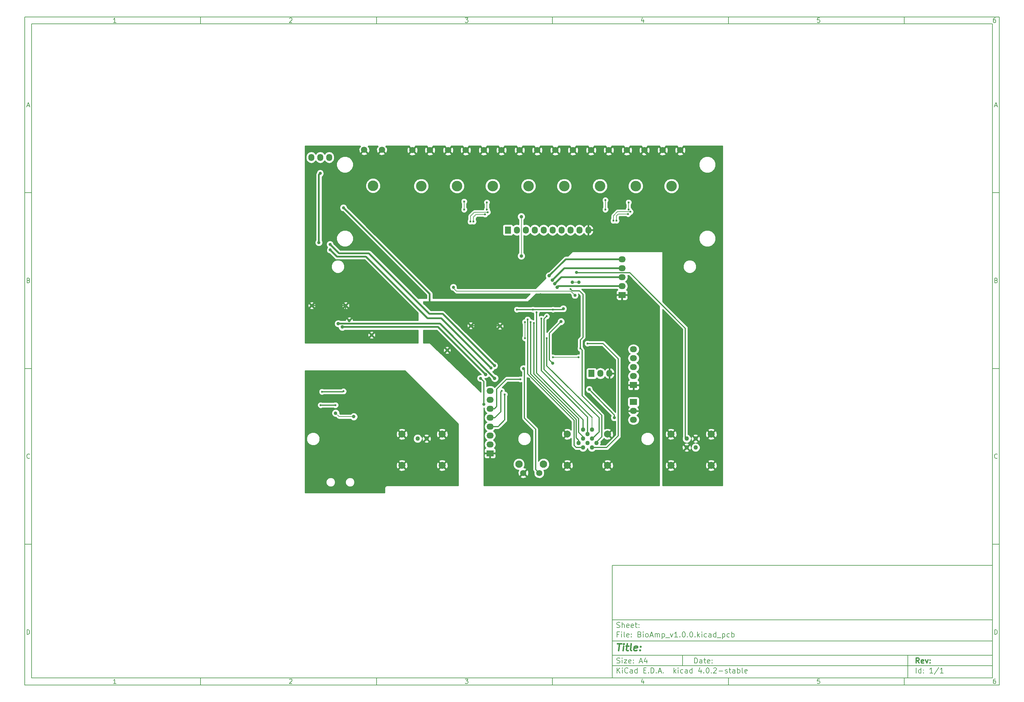
<source format=gbr>
G04 #@! TF.FileFunction,Copper,L2,Bot,Signal*
%FSLAX46Y46*%
G04 Gerber Fmt 4.6, Leading zero omitted, Abs format (unit mm)*
G04 Created by KiCad (PCBNEW 4.0.2-stable) date 18/05/2017 14:25:04*
%MOMM*%
G01*
G04 APERTURE LIST*
%ADD10C,0.100000*%
%ADD11C,0.150000*%
%ADD12C,0.300000*%
%ADD13C,0.400000*%
%ADD14O,1.727200X2.032000*%
%ADD15R,2.032000X1.727200*%
%ADD16O,2.032000X1.727200*%
%ADD17R,1.727200X2.032000*%
%ADD18C,2.100000*%
%ADD19C,1.750000*%
%ADD20C,0.900000*%
%ADD21C,1.800000*%
%ADD22C,3.000000*%
%ADD23C,1.270000*%
%ADD24C,2.000000*%
%ADD25C,1.000000*%
%ADD26C,0.600000*%
%ADD27C,0.200000*%
%ADD28C,0.500000*%
%ADD29C,0.254000*%
G04 APERTURE END LIST*
D10*
D11*
X177002200Y-166007200D02*
X177002200Y-198007200D01*
X285002200Y-198007200D01*
X285002200Y-166007200D01*
X177002200Y-166007200D01*
D10*
D11*
X10000000Y-10000000D02*
X10000000Y-200007200D01*
X287002200Y-200007200D01*
X287002200Y-10000000D01*
X10000000Y-10000000D01*
D10*
D11*
X12000000Y-12000000D02*
X12000000Y-198007200D01*
X285002200Y-198007200D01*
X285002200Y-12000000D01*
X12000000Y-12000000D01*
D10*
D11*
X60000000Y-12000000D02*
X60000000Y-10000000D01*
D10*
D11*
X110000000Y-12000000D02*
X110000000Y-10000000D01*
D10*
D11*
X160000000Y-12000000D02*
X160000000Y-10000000D01*
D10*
D11*
X210000000Y-12000000D02*
X210000000Y-10000000D01*
D10*
D11*
X260000000Y-12000000D02*
X260000000Y-10000000D01*
D10*
D11*
X35990476Y-11588095D02*
X35247619Y-11588095D01*
X35619048Y-11588095D02*
X35619048Y-10288095D01*
X35495238Y-10473810D01*
X35371429Y-10597619D01*
X35247619Y-10659524D01*
D10*
D11*
X85247619Y-10411905D02*
X85309524Y-10350000D01*
X85433333Y-10288095D01*
X85742857Y-10288095D01*
X85866667Y-10350000D01*
X85928571Y-10411905D01*
X85990476Y-10535714D01*
X85990476Y-10659524D01*
X85928571Y-10845238D01*
X85185714Y-11588095D01*
X85990476Y-11588095D01*
D10*
D11*
X135185714Y-10288095D02*
X135990476Y-10288095D01*
X135557143Y-10783333D01*
X135742857Y-10783333D01*
X135866667Y-10845238D01*
X135928571Y-10907143D01*
X135990476Y-11030952D01*
X135990476Y-11340476D01*
X135928571Y-11464286D01*
X135866667Y-11526190D01*
X135742857Y-11588095D01*
X135371429Y-11588095D01*
X135247619Y-11526190D01*
X135185714Y-11464286D01*
D10*
D11*
X185866667Y-10721429D02*
X185866667Y-11588095D01*
X185557143Y-10226190D02*
X185247619Y-11154762D01*
X186052381Y-11154762D01*
D10*
D11*
X235928571Y-10288095D02*
X235309524Y-10288095D01*
X235247619Y-10907143D01*
X235309524Y-10845238D01*
X235433333Y-10783333D01*
X235742857Y-10783333D01*
X235866667Y-10845238D01*
X235928571Y-10907143D01*
X235990476Y-11030952D01*
X235990476Y-11340476D01*
X235928571Y-11464286D01*
X235866667Y-11526190D01*
X235742857Y-11588095D01*
X235433333Y-11588095D01*
X235309524Y-11526190D01*
X235247619Y-11464286D01*
D10*
D11*
X285866667Y-10288095D02*
X285619048Y-10288095D01*
X285495238Y-10350000D01*
X285433333Y-10411905D01*
X285309524Y-10597619D01*
X285247619Y-10845238D01*
X285247619Y-11340476D01*
X285309524Y-11464286D01*
X285371429Y-11526190D01*
X285495238Y-11588095D01*
X285742857Y-11588095D01*
X285866667Y-11526190D01*
X285928571Y-11464286D01*
X285990476Y-11340476D01*
X285990476Y-11030952D01*
X285928571Y-10907143D01*
X285866667Y-10845238D01*
X285742857Y-10783333D01*
X285495238Y-10783333D01*
X285371429Y-10845238D01*
X285309524Y-10907143D01*
X285247619Y-11030952D01*
D10*
D11*
X60000000Y-198007200D02*
X60000000Y-200007200D01*
D10*
D11*
X110000000Y-198007200D02*
X110000000Y-200007200D01*
D10*
D11*
X160000000Y-198007200D02*
X160000000Y-200007200D01*
D10*
D11*
X210000000Y-198007200D02*
X210000000Y-200007200D01*
D10*
D11*
X260000000Y-198007200D02*
X260000000Y-200007200D01*
D10*
D11*
X35990476Y-199595295D02*
X35247619Y-199595295D01*
X35619048Y-199595295D02*
X35619048Y-198295295D01*
X35495238Y-198481010D01*
X35371429Y-198604819D01*
X35247619Y-198666724D01*
D10*
D11*
X85247619Y-198419105D02*
X85309524Y-198357200D01*
X85433333Y-198295295D01*
X85742857Y-198295295D01*
X85866667Y-198357200D01*
X85928571Y-198419105D01*
X85990476Y-198542914D01*
X85990476Y-198666724D01*
X85928571Y-198852438D01*
X85185714Y-199595295D01*
X85990476Y-199595295D01*
D10*
D11*
X135185714Y-198295295D02*
X135990476Y-198295295D01*
X135557143Y-198790533D01*
X135742857Y-198790533D01*
X135866667Y-198852438D01*
X135928571Y-198914343D01*
X135990476Y-199038152D01*
X135990476Y-199347676D01*
X135928571Y-199471486D01*
X135866667Y-199533390D01*
X135742857Y-199595295D01*
X135371429Y-199595295D01*
X135247619Y-199533390D01*
X135185714Y-199471486D01*
D10*
D11*
X185866667Y-198728629D02*
X185866667Y-199595295D01*
X185557143Y-198233390D02*
X185247619Y-199161962D01*
X186052381Y-199161962D01*
D10*
D11*
X235928571Y-198295295D02*
X235309524Y-198295295D01*
X235247619Y-198914343D01*
X235309524Y-198852438D01*
X235433333Y-198790533D01*
X235742857Y-198790533D01*
X235866667Y-198852438D01*
X235928571Y-198914343D01*
X235990476Y-199038152D01*
X235990476Y-199347676D01*
X235928571Y-199471486D01*
X235866667Y-199533390D01*
X235742857Y-199595295D01*
X235433333Y-199595295D01*
X235309524Y-199533390D01*
X235247619Y-199471486D01*
D10*
D11*
X285866667Y-198295295D02*
X285619048Y-198295295D01*
X285495238Y-198357200D01*
X285433333Y-198419105D01*
X285309524Y-198604819D01*
X285247619Y-198852438D01*
X285247619Y-199347676D01*
X285309524Y-199471486D01*
X285371429Y-199533390D01*
X285495238Y-199595295D01*
X285742857Y-199595295D01*
X285866667Y-199533390D01*
X285928571Y-199471486D01*
X285990476Y-199347676D01*
X285990476Y-199038152D01*
X285928571Y-198914343D01*
X285866667Y-198852438D01*
X285742857Y-198790533D01*
X285495238Y-198790533D01*
X285371429Y-198852438D01*
X285309524Y-198914343D01*
X285247619Y-199038152D01*
D10*
D11*
X10000000Y-60000000D02*
X12000000Y-60000000D01*
D10*
D11*
X10000000Y-110000000D02*
X12000000Y-110000000D01*
D10*
D11*
X10000000Y-160000000D02*
X12000000Y-160000000D01*
D10*
D11*
X10690476Y-35216667D02*
X11309524Y-35216667D01*
X10566667Y-35588095D02*
X11000000Y-34288095D01*
X11433333Y-35588095D01*
D10*
D11*
X11092857Y-84907143D02*
X11278571Y-84969048D01*
X11340476Y-85030952D01*
X11402381Y-85154762D01*
X11402381Y-85340476D01*
X11340476Y-85464286D01*
X11278571Y-85526190D01*
X11154762Y-85588095D01*
X10659524Y-85588095D01*
X10659524Y-84288095D01*
X11092857Y-84288095D01*
X11216667Y-84350000D01*
X11278571Y-84411905D01*
X11340476Y-84535714D01*
X11340476Y-84659524D01*
X11278571Y-84783333D01*
X11216667Y-84845238D01*
X11092857Y-84907143D01*
X10659524Y-84907143D01*
D10*
D11*
X11402381Y-135464286D02*
X11340476Y-135526190D01*
X11154762Y-135588095D01*
X11030952Y-135588095D01*
X10845238Y-135526190D01*
X10721429Y-135402381D01*
X10659524Y-135278571D01*
X10597619Y-135030952D01*
X10597619Y-134845238D01*
X10659524Y-134597619D01*
X10721429Y-134473810D01*
X10845238Y-134350000D01*
X11030952Y-134288095D01*
X11154762Y-134288095D01*
X11340476Y-134350000D01*
X11402381Y-134411905D01*
D10*
D11*
X10659524Y-185588095D02*
X10659524Y-184288095D01*
X10969048Y-184288095D01*
X11154762Y-184350000D01*
X11278571Y-184473810D01*
X11340476Y-184597619D01*
X11402381Y-184845238D01*
X11402381Y-185030952D01*
X11340476Y-185278571D01*
X11278571Y-185402381D01*
X11154762Y-185526190D01*
X10969048Y-185588095D01*
X10659524Y-185588095D01*
D10*
D11*
X287002200Y-60000000D02*
X285002200Y-60000000D01*
D10*
D11*
X287002200Y-110000000D02*
X285002200Y-110000000D01*
D10*
D11*
X287002200Y-160000000D02*
X285002200Y-160000000D01*
D10*
D11*
X285692676Y-35216667D02*
X286311724Y-35216667D01*
X285568867Y-35588095D02*
X286002200Y-34288095D01*
X286435533Y-35588095D01*
D10*
D11*
X286095057Y-84907143D02*
X286280771Y-84969048D01*
X286342676Y-85030952D01*
X286404581Y-85154762D01*
X286404581Y-85340476D01*
X286342676Y-85464286D01*
X286280771Y-85526190D01*
X286156962Y-85588095D01*
X285661724Y-85588095D01*
X285661724Y-84288095D01*
X286095057Y-84288095D01*
X286218867Y-84350000D01*
X286280771Y-84411905D01*
X286342676Y-84535714D01*
X286342676Y-84659524D01*
X286280771Y-84783333D01*
X286218867Y-84845238D01*
X286095057Y-84907143D01*
X285661724Y-84907143D01*
D10*
D11*
X286404581Y-135464286D02*
X286342676Y-135526190D01*
X286156962Y-135588095D01*
X286033152Y-135588095D01*
X285847438Y-135526190D01*
X285723629Y-135402381D01*
X285661724Y-135278571D01*
X285599819Y-135030952D01*
X285599819Y-134845238D01*
X285661724Y-134597619D01*
X285723629Y-134473810D01*
X285847438Y-134350000D01*
X286033152Y-134288095D01*
X286156962Y-134288095D01*
X286342676Y-134350000D01*
X286404581Y-134411905D01*
D10*
D11*
X285661724Y-185588095D02*
X285661724Y-184288095D01*
X285971248Y-184288095D01*
X286156962Y-184350000D01*
X286280771Y-184473810D01*
X286342676Y-184597619D01*
X286404581Y-184845238D01*
X286404581Y-185030952D01*
X286342676Y-185278571D01*
X286280771Y-185402381D01*
X286156962Y-185526190D01*
X285971248Y-185588095D01*
X285661724Y-185588095D01*
D10*
D11*
X200359343Y-193785771D02*
X200359343Y-192285771D01*
X200716486Y-192285771D01*
X200930771Y-192357200D01*
X201073629Y-192500057D01*
X201145057Y-192642914D01*
X201216486Y-192928629D01*
X201216486Y-193142914D01*
X201145057Y-193428629D01*
X201073629Y-193571486D01*
X200930771Y-193714343D01*
X200716486Y-193785771D01*
X200359343Y-193785771D01*
X202502200Y-193785771D02*
X202502200Y-193000057D01*
X202430771Y-192857200D01*
X202287914Y-192785771D01*
X202002200Y-192785771D01*
X201859343Y-192857200D01*
X202502200Y-193714343D02*
X202359343Y-193785771D01*
X202002200Y-193785771D01*
X201859343Y-193714343D01*
X201787914Y-193571486D01*
X201787914Y-193428629D01*
X201859343Y-193285771D01*
X202002200Y-193214343D01*
X202359343Y-193214343D01*
X202502200Y-193142914D01*
X203002200Y-192785771D02*
X203573629Y-192785771D01*
X203216486Y-192285771D02*
X203216486Y-193571486D01*
X203287914Y-193714343D01*
X203430772Y-193785771D01*
X203573629Y-193785771D01*
X204645057Y-193714343D02*
X204502200Y-193785771D01*
X204216486Y-193785771D01*
X204073629Y-193714343D01*
X204002200Y-193571486D01*
X204002200Y-193000057D01*
X204073629Y-192857200D01*
X204216486Y-192785771D01*
X204502200Y-192785771D01*
X204645057Y-192857200D01*
X204716486Y-193000057D01*
X204716486Y-193142914D01*
X204002200Y-193285771D01*
X205359343Y-193642914D02*
X205430771Y-193714343D01*
X205359343Y-193785771D01*
X205287914Y-193714343D01*
X205359343Y-193642914D01*
X205359343Y-193785771D01*
X205359343Y-192857200D02*
X205430771Y-192928629D01*
X205359343Y-193000057D01*
X205287914Y-192928629D01*
X205359343Y-192857200D01*
X205359343Y-193000057D01*
D10*
D11*
X177002200Y-194507200D02*
X285002200Y-194507200D01*
D10*
D11*
X178359343Y-196585771D02*
X178359343Y-195085771D01*
X179216486Y-196585771D02*
X178573629Y-195728629D01*
X179216486Y-195085771D02*
X178359343Y-195942914D01*
X179859343Y-196585771D02*
X179859343Y-195585771D01*
X179859343Y-195085771D02*
X179787914Y-195157200D01*
X179859343Y-195228629D01*
X179930771Y-195157200D01*
X179859343Y-195085771D01*
X179859343Y-195228629D01*
X181430772Y-196442914D02*
X181359343Y-196514343D01*
X181145057Y-196585771D01*
X181002200Y-196585771D01*
X180787915Y-196514343D01*
X180645057Y-196371486D01*
X180573629Y-196228629D01*
X180502200Y-195942914D01*
X180502200Y-195728629D01*
X180573629Y-195442914D01*
X180645057Y-195300057D01*
X180787915Y-195157200D01*
X181002200Y-195085771D01*
X181145057Y-195085771D01*
X181359343Y-195157200D01*
X181430772Y-195228629D01*
X182716486Y-196585771D02*
X182716486Y-195800057D01*
X182645057Y-195657200D01*
X182502200Y-195585771D01*
X182216486Y-195585771D01*
X182073629Y-195657200D01*
X182716486Y-196514343D02*
X182573629Y-196585771D01*
X182216486Y-196585771D01*
X182073629Y-196514343D01*
X182002200Y-196371486D01*
X182002200Y-196228629D01*
X182073629Y-196085771D01*
X182216486Y-196014343D01*
X182573629Y-196014343D01*
X182716486Y-195942914D01*
X184073629Y-196585771D02*
X184073629Y-195085771D01*
X184073629Y-196514343D02*
X183930772Y-196585771D01*
X183645058Y-196585771D01*
X183502200Y-196514343D01*
X183430772Y-196442914D01*
X183359343Y-196300057D01*
X183359343Y-195871486D01*
X183430772Y-195728629D01*
X183502200Y-195657200D01*
X183645058Y-195585771D01*
X183930772Y-195585771D01*
X184073629Y-195657200D01*
X185930772Y-195800057D02*
X186430772Y-195800057D01*
X186645058Y-196585771D02*
X185930772Y-196585771D01*
X185930772Y-195085771D01*
X186645058Y-195085771D01*
X187287915Y-196442914D02*
X187359343Y-196514343D01*
X187287915Y-196585771D01*
X187216486Y-196514343D01*
X187287915Y-196442914D01*
X187287915Y-196585771D01*
X188002201Y-196585771D02*
X188002201Y-195085771D01*
X188359344Y-195085771D01*
X188573629Y-195157200D01*
X188716487Y-195300057D01*
X188787915Y-195442914D01*
X188859344Y-195728629D01*
X188859344Y-195942914D01*
X188787915Y-196228629D01*
X188716487Y-196371486D01*
X188573629Y-196514343D01*
X188359344Y-196585771D01*
X188002201Y-196585771D01*
X189502201Y-196442914D02*
X189573629Y-196514343D01*
X189502201Y-196585771D01*
X189430772Y-196514343D01*
X189502201Y-196442914D01*
X189502201Y-196585771D01*
X190145058Y-196157200D02*
X190859344Y-196157200D01*
X190002201Y-196585771D02*
X190502201Y-195085771D01*
X191002201Y-196585771D01*
X191502201Y-196442914D02*
X191573629Y-196514343D01*
X191502201Y-196585771D01*
X191430772Y-196514343D01*
X191502201Y-196442914D01*
X191502201Y-196585771D01*
X194502201Y-196585771D02*
X194502201Y-195085771D01*
X194645058Y-196014343D02*
X195073629Y-196585771D01*
X195073629Y-195585771D02*
X194502201Y-196157200D01*
X195716487Y-196585771D02*
X195716487Y-195585771D01*
X195716487Y-195085771D02*
X195645058Y-195157200D01*
X195716487Y-195228629D01*
X195787915Y-195157200D01*
X195716487Y-195085771D01*
X195716487Y-195228629D01*
X197073630Y-196514343D02*
X196930773Y-196585771D01*
X196645059Y-196585771D01*
X196502201Y-196514343D01*
X196430773Y-196442914D01*
X196359344Y-196300057D01*
X196359344Y-195871486D01*
X196430773Y-195728629D01*
X196502201Y-195657200D01*
X196645059Y-195585771D01*
X196930773Y-195585771D01*
X197073630Y-195657200D01*
X198359344Y-196585771D02*
X198359344Y-195800057D01*
X198287915Y-195657200D01*
X198145058Y-195585771D01*
X197859344Y-195585771D01*
X197716487Y-195657200D01*
X198359344Y-196514343D02*
X198216487Y-196585771D01*
X197859344Y-196585771D01*
X197716487Y-196514343D01*
X197645058Y-196371486D01*
X197645058Y-196228629D01*
X197716487Y-196085771D01*
X197859344Y-196014343D01*
X198216487Y-196014343D01*
X198359344Y-195942914D01*
X199716487Y-196585771D02*
X199716487Y-195085771D01*
X199716487Y-196514343D02*
X199573630Y-196585771D01*
X199287916Y-196585771D01*
X199145058Y-196514343D01*
X199073630Y-196442914D01*
X199002201Y-196300057D01*
X199002201Y-195871486D01*
X199073630Y-195728629D01*
X199145058Y-195657200D01*
X199287916Y-195585771D01*
X199573630Y-195585771D01*
X199716487Y-195657200D01*
X202216487Y-195585771D02*
X202216487Y-196585771D01*
X201859344Y-195014343D02*
X201502201Y-196085771D01*
X202430773Y-196085771D01*
X203002201Y-196442914D02*
X203073629Y-196514343D01*
X203002201Y-196585771D01*
X202930772Y-196514343D01*
X203002201Y-196442914D01*
X203002201Y-196585771D01*
X204002201Y-195085771D02*
X204145058Y-195085771D01*
X204287915Y-195157200D01*
X204359344Y-195228629D01*
X204430773Y-195371486D01*
X204502201Y-195657200D01*
X204502201Y-196014343D01*
X204430773Y-196300057D01*
X204359344Y-196442914D01*
X204287915Y-196514343D01*
X204145058Y-196585771D01*
X204002201Y-196585771D01*
X203859344Y-196514343D01*
X203787915Y-196442914D01*
X203716487Y-196300057D01*
X203645058Y-196014343D01*
X203645058Y-195657200D01*
X203716487Y-195371486D01*
X203787915Y-195228629D01*
X203859344Y-195157200D01*
X204002201Y-195085771D01*
X205145058Y-196442914D02*
X205216486Y-196514343D01*
X205145058Y-196585771D01*
X205073629Y-196514343D01*
X205145058Y-196442914D01*
X205145058Y-196585771D01*
X205787915Y-195228629D02*
X205859344Y-195157200D01*
X206002201Y-195085771D01*
X206359344Y-195085771D01*
X206502201Y-195157200D01*
X206573630Y-195228629D01*
X206645058Y-195371486D01*
X206645058Y-195514343D01*
X206573630Y-195728629D01*
X205716487Y-196585771D01*
X206645058Y-196585771D01*
X207287915Y-196014343D02*
X208430772Y-196014343D01*
X209073629Y-196514343D02*
X209216486Y-196585771D01*
X209502201Y-196585771D01*
X209645058Y-196514343D01*
X209716486Y-196371486D01*
X209716486Y-196300057D01*
X209645058Y-196157200D01*
X209502201Y-196085771D01*
X209287915Y-196085771D01*
X209145058Y-196014343D01*
X209073629Y-195871486D01*
X209073629Y-195800057D01*
X209145058Y-195657200D01*
X209287915Y-195585771D01*
X209502201Y-195585771D01*
X209645058Y-195657200D01*
X210145058Y-195585771D02*
X210716487Y-195585771D01*
X210359344Y-195085771D02*
X210359344Y-196371486D01*
X210430772Y-196514343D01*
X210573630Y-196585771D01*
X210716487Y-196585771D01*
X211859344Y-196585771D02*
X211859344Y-195800057D01*
X211787915Y-195657200D01*
X211645058Y-195585771D01*
X211359344Y-195585771D01*
X211216487Y-195657200D01*
X211859344Y-196514343D02*
X211716487Y-196585771D01*
X211359344Y-196585771D01*
X211216487Y-196514343D01*
X211145058Y-196371486D01*
X211145058Y-196228629D01*
X211216487Y-196085771D01*
X211359344Y-196014343D01*
X211716487Y-196014343D01*
X211859344Y-195942914D01*
X212573630Y-196585771D02*
X212573630Y-195085771D01*
X212573630Y-195657200D02*
X212716487Y-195585771D01*
X213002201Y-195585771D01*
X213145058Y-195657200D01*
X213216487Y-195728629D01*
X213287916Y-195871486D01*
X213287916Y-196300057D01*
X213216487Y-196442914D01*
X213145058Y-196514343D01*
X213002201Y-196585771D01*
X212716487Y-196585771D01*
X212573630Y-196514343D01*
X214145059Y-196585771D02*
X214002201Y-196514343D01*
X213930773Y-196371486D01*
X213930773Y-195085771D01*
X215287915Y-196514343D02*
X215145058Y-196585771D01*
X214859344Y-196585771D01*
X214716487Y-196514343D01*
X214645058Y-196371486D01*
X214645058Y-195800057D01*
X214716487Y-195657200D01*
X214859344Y-195585771D01*
X215145058Y-195585771D01*
X215287915Y-195657200D01*
X215359344Y-195800057D01*
X215359344Y-195942914D01*
X214645058Y-196085771D01*
D10*
D11*
X177002200Y-191507200D02*
X285002200Y-191507200D01*
D10*
D12*
X264216486Y-193785771D02*
X263716486Y-193071486D01*
X263359343Y-193785771D02*
X263359343Y-192285771D01*
X263930771Y-192285771D01*
X264073629Y-192357200D01*
X264145057Y-192428629D01*
X264216486Y-192571486D01*
X264216486Y-192785771D01*
X264145057Y-192928629D01*
X264073629Y-193000057D01*
X263930771Y-193071486D01*
X263359343Y-193071486D01*
X265430771Y-193714343D02*
X265287914Y-193785771D01*
X265002200Y-193785771D01*
X264859343Y-193714343D01*
X264787914Y-193571486D01*
X264787914Y-193000057D01*
X264859343Y-192857200D01*
X265002200Y-192785771D01*
X265287914Y-192785771D01*
X265430771Y-192857200D01*
X265502200Y-193000057D01*
X265502200Y-193142914D01*
X264787914Y-193285771D01*
X266002200Y-192785771D02*
X266359343Y-193785771D01*
X266716485Y-192785771D01*
X267287914Y-193642914D02*
X267359342Y-193714343D01*
X267287914Y-193785771D01*
X267216485Y-193714343D01*
X267287914Y-193642914D01*
X267287914Y-193785771D01*
X267287914Y-192857200D02*
X267359342Y-192928629D01*
X267287914Y-193000057D01*
X267216485Y-192928629D01*
X267287914Y-192857200D01*
X267287914Y-193000057D01*
D10*
D11*
X178287914Y-193714343D02*
X178502200Y-193785771D01*
X178859343Y-193785771D01*
X179002200Y-193714343D01*
X179073629Y-193642914D01*
X179145057Y-193500057D01*
X179145057Y-193357200D01*
X179073629Y-193214343D01*
X179002200Y-193142914D01*
X178859343Y-193071486D01*
X178573629Y-193000057D01*
X178430771Y-192928629D01*
X178359343Y-192857200D01*
X178287914Y-192714343D01*
X178287914Y-192571486D01*
X178359343Y-192428629D01*
X178430771Y-192357200D01*
X178573629Y-192285771D01*
X178930771Y-192285771D01*
X179145057Y-192357200D01*
X179787914Y-193785771D02*
X179787914Y-192785771D01*
X179787914Y-192285771D02*
X179716485Y-192357200D01*
X179787914Y-192428629D01*
X179859342Y-192357200D01*
X179787914Y-192285771D01*
X179787914Y-192428629D01*
X180359343Y-192785771D02*
X181145057Y-192785771D01*
X180359343Y-193785771D01*
X181145057Y-193785771D01*
X182287914Y-193714343D02*
X182145057Y-193785771D01*
X181859343Y-193785771D01*
X181716486Y-193714343D01*
X181645057Y-193571486D01*
X181645057Y-193000057D01*
X181716486Y-192857200D01*
X181859343Y-192785771D01*
X182145057Y-192785771D01*
X182287914Y-192857200D01*
X182359343Y-193000057D01*
X182359343Y-193142914D01*
X181645057Y-193285771D01*
X183002200Y-193642914D02*
X183073628Y-193714343D01*
X183002200Y-193785771D01*
X182930771Y-193714343D01*
X183002200Y-193642914D01*
X183002200Y-193785771D01*
X183002200Y-192857200D02*
X183073628Y-192928629D01*
X183002200Y-193000057D01*
X182930771Y-192928629D01*
X183002200Y-192857200D01*
X183002200Y-193000057D01*
X184787914Y-193357200D02*
X185502200Y-193357200D01*
X184645057Y-193785771D02*
X185145057Y-192285771D01*
X185645057Y-193785771D01*
X186787914Y-192785771D02*
X186787914Y-193785771D01*
X186430771Y-192214343D02*
X186073628Y-193285771D01*
X187002200Y-193285771D01*
D10*
D11*
X263359343Y-196585771D02*
X263359343Y-195085771D01*
X264716486Y-196585771D02*
X264716486Y-195085771D01*
X264716486Y-196514343D02*
X264573629Y-196585771D01*
X264287915Y-196585771D01*
X264145057Y-196514343D01*
X264073629Y-196442914D01*
X264002200Y-196300057D01*
X264002200Y-195871486D01*
X264073629Y-195728629D01*
X264145057Y-195657200D01*
X264287915Y-195585771D01*
X264573629Y-195585771D01*
X264716486Y-195657200D01*
X265430772Y-196442914D02*
X265502200Y-196514343D01*
X265430772Y-196585771D01*
X265359343Y-196514343D01*
X265430772Y-196442914D01*
X265430772Y-196585771D01*
X265430772Y-195657200D02*
X265502200Y-195728629D01*
X265430772Y-195800057D01*
X265359343Y-195728629D01*
X265430772Y-195657200D01*
X265430772Y-195800057D01*
X268073629Y-196585771D02*
X267216486Y-196585771D01*
X267645058Y-196585771D02*
X267645058Y-195085771D01*
X267502201Y-195300057D01*
X267359343Y-195442914D01*
X267216486Y-195514343D01*
X269787914Y-195014343D02*
X268502200Y-196942914D01*
X271073629Y-196585771D02*
X270216486Y-196585771D01*
X270645058Y-196585771D02*
X270645058Y-195085771D01*
X270502201Y-195300057D01*
X270359343Y-195442914D01*
X270216486Y-195514343D01*
D10*
D11*
X177002200Y-187507200D02*
X285002200Y-187507200D01*
D10*
D13*
X178454581Y-188211962D02*
X179597438Y-188211962D01*
X178776010Y-190211962D02*
X179026010Y-188211962D01*
X180014105Y-190211962D02*
X180180771Y-188878629D01*
X180264105Y-188211962D02*
X180156962Y-188307200D01*
X180240295Y-188402438D01*
X180347439Y-188307200D01*
X180264105Y-188211962D01*
X180240295Y-188402438D01*
X180847438Y-188878629D02*
X181609343Y-188878629D01*
X181216486Y-188211962D02*
X181002200Y-189926248D01*
X181073630Y-190116724D01*
X181252201Y-190211962D01*
X181442677Y-190211962D01*
X182395058Y-190211962D02*
X182216487Y-190116724D01*
X182145057Y-189926248D01*
X182359343Y-188211962D01*
X183930772Y-190116724D02*
X183728391Y-190211962D01*
X183347439Y-190211962D01*
X183168867Y-190116724D01*
X183097438Y-189926248D01*
X183192676Y-189164343D01*
X183311724Y-188973867D01*
X183514105Y-188878629D01*
X183895057Y-188878629D01*
X184073629Y-188973867D01*
X184145057Y-189164343D01*
X184121248Y-189354819D01*
X183145057Y-189545295D01*
X184895057Y-190021486D02*
X184978392Y-190116724D01*
X184871248Y-190211962D01*
X184787915Y-190116724D01*
X184895057Y-190021486D01*
X184871248Y-190211962D01*
X185026010Y-188973867D02*
X185109344Y-189069105D01*
X185002200Y-189164343D01*
X184918867Y-189069105D01*
X185026010Y-188973867D01*
X185002200Y-189164343D01*
D10*
D11*
X178859343Y-185600057D02*
X178359343Y-185600057D01*
X178359343Y-186385771D02*
X178359343Y-184885771D01*
X179073629Y-184885771D01*
X179645057Y-186385771D02*
X179645057Y-185385771D01*
X179645057Y-184885771D02*
X179573628Y-184957200D01*
X179645057Y-185028629D01*
X179716485Y-184957200D01*
X179645057Y-184885771D01*
X179645057Y-185028629D01*
X180573629Y-186385771D02*
X180430771Y-186314343D01*
X180359343Y-186171486D01*
X180359343Y-184885771D01*
X181716485Y-186314343D02*
X181573628Y-186385771D01*
X181287914Y-186385771D01*
X181145057Y-186314343D01*
X181073628Y-186171486D01*
X181073628Y-185600057D01*
X181145057Y-185457200D01*
X181287914Y-185385771D01*
X181573628Y-185385771D01*
X181716485Y-185457200D01*
X181787914Y-185600057D01*
X181787914Y-185742914D01*
X181073628Y-185885771D01*
X182430771Y-186242914D02*
X182502199Y-186314343D01*
X182430771Y-186385771D01*
X182359342Y-186314343D01*
X182430771Y-186242914D01*
X182430771Y-186385771D01*
X182430771Y-185457200D02*
X182502199Y-185528629D01*
X182430771Y-185600057D01*
X182359342Y-185528629D01*
X182430771Y-185457200D01*
X182430771Y-185600057D01*
X184787914Y-185600057D02*
X185002200Y-185671486D01*
X185073628Y-185742914D01*
X185145057Y-185885771D01*
X185145057Y-186100057D01*
X185073628Y-186242914D01*
X185002200Y-186314343D01*
X184859342Y-186385771D01*
X184287914Y-186385771D01*
X184287914Y-184885771D01*
X184787914Y-184885771D01*
X184930771Y-184957200D01*
X185002200Y-185028629D01*
X185073628Y-185171486D01*
X185073628Y-185314343D01*
X185002200Y-185457200D01*
X184930771Y-185528629D01*
X184787914Y-185600057D01*
X184287914Y-185600057D01*
X185787914Y-186385771D02*
X185787914Y-185385771D01*
X185787914Y-184885771D02*
X185716485Y-184957200D01*
X185787914Y-185028629D01*
X185859342Y-184957200D01*
X185787914Y-184885771D01*
X185787914Y-185028629D01*
X186716486Y-186385771D02*
X186573628Y-186314343D01*
X186502200Y-186242914D01*
X186430771Y-186100057D01*
X186430771Y-185671486D01*
X186502200Y-185528629D01*
X186573628Y-185457200D01*
X186716486Y-185385771D01*
X186930771Y-185385771D01*
X187073628Y-185457200D01*
X187145057Y-185528629D01*
X187216486Y-185671486D01*
X187216486Y-186100057D01*
X187145057Y-186242914D01*
X187073628Y-186314343D01*
X186930771Y-186385771D01*
X186716486Y-186385771D01*
X187787914Y-185957200D02*
X188502200Y-185957200D01*
X187645057Y-186385771D02*
X188145057Y-184885771D01*
X188645057Y-186385771D01*
X189145057Y-186385771D02*
X189145057Y-185385771D01*
X189145057Y-185528629D02*
X189216485Y-185457200D01*
X189359343Y-185385771D01*
X189573628Y-185385771D01*
X189716485Y-185457200D01*
X189787914Y-185600057D01*
X189787914Y-186385771D01*
X189787914Y-185600057D02*
X189859343Y-185457200D01*
X190002200Y-185385771D01*
X190216485Y-185385771D01*
X190359343Y-185457200D01*
X190430771Y-185600057D01*
X190430771Y-186385771D01*
X191145057Y-185385771D02*
X191145057Y-186885771D01*
X191145057Y-185457200D02*
X191287914Y-185385771D01*
X191573628Y-185385771D01*
X191716485Y-185457200D01*
X191787914Y-185528629D01*
X191859343Y-185671486D01*
X191859343Y-186100057D01*
X191787914Y-186242914D01*
X191716485Y-186314343D01*
X191573628Y-186385771D01*
X191287914Y-186385771D01*
X191145057Y-186314343D01*
X192145057Y-186528629D02*
X193287914Y-186528629D01*
X193502200Y-185385771D02*
X193859343Y-186385771D01*
X194216485Y-185385771D01*
X195573628Y-186385771D02*
X194716485Y-186385771D01*
X195145057Y-186385771D02*
X195145057Y-184885771D01*
X195002200Y-185100057D01*
X194859342Y-185242914D01*
X194716485Y-185314343D01*
X196216485Y-186242914D02*
X196287913Y-186314343D01*
X196216485Y-186385771D01*
X196145056Y-186314343D01*
X196216485Y-186242914D01*
X196216485Y-186385771D01*
X197216485Y-184885771D02*
X197359342Y-184885771D01*
X197502199Y-184957200D01*
X197573628Y-185028629D01*
X197645057Y-185171486D01*
X197716485Y-185457200D01*
X197716485Y-185814343D01*
X197645057Y-186100057D01*
X197573628Y-186242914D01*
X197502199Y-186314343D01*
X197359342Y-186385771D01*
X197216485Y-186385771D01*
X197073628Y-186314343D01*
X197002199Y-186242914D01*
X196930771Y-186100057D01*
X196859342Y-185814343D01*
X196859342Y-185457200D01*
X196930771Y-185171486D01*
X197002199Y-185028629D01*
X197073628Y-184957200D01*
X197216485Y-184885771D01*
X198359342Y-186242914D02*
X198430770Y-186314343D01*
X198359342Y-186385771D01*
X198287913Y-186314343D01*
X198359342Y-186242914D01*
X198359342Y-186385771D01*
X199359342Y-184885771D02*
X199502199Y-184885771D01*
X199645056Y-184957200D01*
X199716485Y-185028629D01*
X199787914Y-185171486D01*
X199859342Y-185457200D01*
X199859342Y-185814343D01*
X199787914Y-186100057D01*
X199716485Y-186242914D01*
X199645056Y-186314343D01*
X199502199Y-186385771D01*
X199359342Y-186385771D01*
X199216485Y-186314343D01*
X199145056Y-186242914D01*
X199073628Y-186100057D01*
X199002199Y-185814343D01*
X199002199Y-185457200D01*
X199073628Y-185171486D01*
X199145056Y-185028629D01*
X199216485Y-184957200D01*
X199359342Y-184885771D01*
X200502199Y-186242914D02*
X200573627Y-186314343D01*
X200502199Y-186385771D01*
X200430770Y-186314343D01*
X200502199Y-186242914D01*
X200502199Y-186385771D01*
X201216485Y-186385771D02*
X201216485Y-184885771D01*
X201359342Y-185814343D02*
X201787913Y-186385771D01*
X201787913Y-185385771D02*
X201216485Y-185957200D01*
X202430771Y-186385771D02*
X202430771Y-185385771D01*
X202430771Y-184885771D02*
X202359342Y-184957200D01*
X202430771Y-185028629D01*
X202502199Y-184957200D01*
X202430771Y-184885771D01*
X202430771Y-185028629D01*
X203787914Y-186314343D02*
X203645057Y-186385771D01*
X203359343Y-186385771D01*
X203216485Y-186314343D01*
X203145057Y-186242914D01*
X203073628Y-186100057D01*
X203073628Y-185671486D01*
X203145057Y-185528629D01*
X203216485Y-185457200D01*
X203359343Y-185385771D01*
X203645057Y-185385771D01*
X203787914Y-185457200D01*
X205073628Y-186385771D02*
X205073628Y-185600057D01*
X205002199Y-185457200D01*
X204859342Y-185385771D01*
X204573628Y-185385771D01*
X204430771Y-185457200D01*
X205073628Y-186314343D02*
X204930771Y-186385771D01*
X204573628Y-186385771D01*
X204430771Y-186314343D01*
X204359342Y-186171486D01*
X204359342Y-186028629D01*
X204430771Y-185885771D01*
X204573628Y-185814343D01*
X204930771Y-185814343D01*
X205073628Y-185742914D01*
X206430771Y-186385771D02*
X206430771Y-184885771D01*
X206430771Y-186314343D02*
X206287914Y-186385771D01*
X206002200Y-186385771D01*
X205859342Y-186314343D01*
X205787914Y-186242914D01*
X205716485Y-186100057D01*
X205716485Y-185671486D01*
X205787914Y-185528629D01*
X205859342Y-185457200D01*
X206002200Y-185385771D01*
X206287914Y-185385771D01*
X206430771Y-185457200D01*
X206787914Y-186528629D02*
X207930771Y-186528629D01*
X208287914Y-185385771D02*
X208287914Y-186885771D01*
X208287914Y-185457200D02*
X208430771Y-185385771D01*
X208716485Y-185385771D01*
X208859342Y-185457200D01*
X208930771Y-185528629D01*
X209002200Y-185671486D01*
X209002200Y-186100057D01*
X208930771Y-186242914D01*
X208859342Y-186314343D01*
X208716485Y-186385771D01*
X208430771Y-186385771D01*
X208287914Y-186314343D01*
X210287914Y-186314343D02*
X210145057Y-186385771D01*
X209859343Y-186385771D01*
X209716485Y-186314343D01*
X209645057Y-186242914D01*
X209573628Y-186100057D01*
X209573628Y-185671486D01*
X209645057Y-185528629D01*
X209716485Y-185457200D01*
X209859343Y-185385771D01*
X210145057Y-185385771D01*
X210287914Y-185457200D01*
X210930771Y-186385771D02*
X210930771Y-184885771D01*
X210930771Y-185457200D02*
X211073628Y-185385771D01*
X211359342Y-185385771D01*
X211502199Y-185457200D01*
X211573628Y-185528629D01*
X211645057Y-185671486D01*
X211645057Y-186100057D01*
X211573628Y-186242914D01*
X211502199Y-186314343D01*
X211359342Y-186385771D01*
X211073628Y-186385771D01*
X210930771Y-186314343D01*
D10*
D11*
X177002200Y-181507200D02*
X285002200Y-181507200D01*
D10*
D11*
X178287914Y-183614343D02*
X178502200Y-183685771D01*
X178859343Y-183685771D01*
X179002200Y-183614343D01*
X179073629Y-183542914D01*
X179145057Y-183400057D01*
X179145057Y-183257200D01*
X179073629Y-183114343D01*
X179002200Y-183042914D01*
X178859343Y-182971486D01*
X178573629Y-182900057D01*
X178430771Y-182828629D01*
X178359343Y-182757200D01*
X178287914Y-182614343D01*
X178287914Y-182471486D01*
X178359343Y-182328629D01*
X178430771Y-182257200D01*
X178573629Y-182185771D01*
X178930771Y-182185771D01*
X179145057Y-182257200D01*
X179787914Y-183685771D02*
X179787914Y-182185771D01*
X180430771Y-183685771D02*
X180430771Y-182900057D01*
X180359342Y-182757200D01*
X180216485Y-182685771D01*
X180002200Y-182685771D01*
X179859342Y-182757200D01*
X179787914Y-182828629D01*
X181716485Y-183614343D02*
X181573628Y-183685771D01*
X181287914Y-183685771D01*
X181145057Y-183614343D01*
X181073628Y-183471486D01*
X181073628Y-182900057D01*
X181145057Y-182757200D01*
X181287914Y-182685771D01*
X181573628Y-182685771D01*
X181716485Y-182757200D01*
X181787914Y-182900057D01*
X181787914Y-183042914D01*
X181073628Y-183185771D01*
X183002199Y-183614343D02*
X182859342Y-183685771D01*
X182573628Y-183685771D01*
X182430771Y-183614343D01*
X182359342Y-183471486D01*
X182359342Y-182900057D01*
X182430771Y-182757200D01*
X182573628Y-182685771D01*
X182859342Y-182685771D01*
X183002199Y-182757200D01*
X183073628Y-182900057D01*
X183073628Y-183042914D01*
X182359342Y-183185771D01*
X183502199Y-182685771D02*
X184073628Y-182685771D01*
X183716485Y-182185771D02*
X183716485Y-183471486D01*
X183787913Y-183614343D01*
X183930771Y-183685771D01*
X184073628Y-183685771D01*
X184573628Y-183542914D02*
X184645056Y-183614343D01*
X184573628Y-183685771D01*
X184502199Y-183614343D01*
X184573628Y-183542914D01*
X184573628Y-183685771D01*
X184573628Y-182757200D02*
X184645056Y-182828629D01*
X184573628Y-182900057D01*
X184502199Y-182828629D01*
X184573628Y-182757200D01*
X184573628Y-182900057D01*
D10*
D11*
X197002200Y-191507200D02*
X197002200Y-194507200D01*
D10*
D11*
X261002200Y-191507200D02*
X261002200Y-198007200D01*
D14*
X91450000Y-49950000D03*
X93990000Y-49950000D03*
X96530000Y-49950000D03*
D15*
X142240000Y-134112000D03*
D16*
X142240000Y-131572000D03*
X142240000Y-129032000D03*
X142240000Y-126492000D03*
X142240000Y-123952000D03*
X142240000Y-121412000D03*
X142240000Y-118872000D03*
X142240000Y-116332000D03*
D17*
X171069000Y-111379000D03*
D14*
X173609000Y-111379000D03*
X176149000Y-111379000D03*
D15*
X179768500Y-89090500D03*
D16*
X179768500Y-86550500D03*
X179768500Y-84010500D03*
X179768500Y-81470500D03*
X179768500Y-78930500D03*
D15*
X183000000Y-119500000D03*
D16*
X183000000Y-122040000D03*
X183000000Y-124580000D03*
D15*
X183007000Y-114681000D03*
D16*
X183007000Y-112141000D03*
X183007000Y-109601000D03*
X183007000Y-107061000D03*
X183007000Y-104521000D03*
D17*
X147320000Y-70612000D03*
D14*
X149860000Y-70612000D03*
X152400000Y-70612000D03*
X154940000Y-70612000D03*
X157480000Y-70612000D03*
X160020000Y-70612000D03*
X162560000Y-70612000D03*
X165100000Y-70612000D03*
X167640000Y-70612000D03*
X170180000Y-70612000D03*
D18*
X150450000Y-137210000D03*
D19*
X151710000Y-139700000D03*
X156210000Y-139700000D03*
D18*
X157460000Y-137210000D03*
D20*
X130048000Y-104775000D03*
X145034000Y-97917000D03*
X136779000Y-97790000D03*
X108585000Y-100457000D03*
X101219000Y-92075000D03*
X91567000Y-92075000D03*
X102235000Y-96393000D03*
D21*
X160822000Y-47886000D03*
D22*
X163322000Y-58086000D03*
D21*
X165822000Y-47886000D03*
X106500000Y-47800000D03*
D22*
X109000000Y-58000000D03*
D21*
X111500000Y-47800000D03*
X120182000Y-47886000D03*
D22*
X122682000Y-58086000D03*
D21*
X125182000Y-47886000D03*
X130342000Y-47886000D03*
D22*
X132842000Y-58086000D03*
D21*
X135342000Y-47886000D03*
X150662000Y-47886000D03*
D22*
X153162000Y-58086000D03*
D21*
X155662000Y-47886000D03*
X140502000Y-47886000D03*
D22*
X143002000Y-58086000D03*
D21*
X145502000Y-47886000D03*
X181142000Y-47886000D03*
D22*
X183642000Y-58086000D03*
D21*
X186142000Y-47886000D03*
X191302000Y-47886000D03*
D22*
X193802000Y-58086000D03*
D21*
X196302000Y-47886000D03*
X170982000Y-47886000D03*
D22*
X173482000Y-58086000D03*
D21*
X175982000Y-47886000D03*
D23*
X124206000Y-129921000D03*
D24*
X117221000Y-128651000D03*
X117221000Y-137541000D03*
X128651000Y-137541000D03*
X128651000Y-128651000D03*
D23*
X121666000Y-129921000D03*
X169926000Y-131191000D03*
X169926000Y-128651000D03*
X171196000Y-127381000D03*
X171196000Y-129921000D03*
X172466000Y-131191000D03*
X171196000Y-132461000D03*
X167386000Y-131191000D03*
X168656000Y-129921000D03*
X168656000Y-132461000D03*
D24*
X164211000Y-128651000D03*
X164211000Y-137541000D03*
X175641000Y-137541000D03*
X175641000Y-128651000D03*
D23*
X168656000Y-127381000D03*
X200660000Y-132461000D03*
X198120000Y-132461000D03*
X200660000Y-129921000D03*
D24*
X193675000Y-128651000D03*
X193675000Y-137541000D03*
X205105000Y-137541000D03*
X205105000Y-128651000D03*
D23*
X198120000Y-129921000D03*
D25*
X153162000Y-113030000D03*
D20*
X156591000Y-89027000D03*
D26*
X149606000Y-121666000D03*
X154432000Y-122682000D03*
X151257000Y-103115500D03*
D20*
X163830000Y-91694000D03*
X100584000Y-64262000D03*
X125095000Y-91567000D03*
X163068000Y-92964000D03*
X139573000Y-112776000D03*
X140462000Y-120142000D03*
X170434000Y-115951000D03*
X177546000Y-123952000D03*
D26*
X160147000Y-93218000D03*
X154432000Y-93218000D03*
X149860000Y-93218000D03*
X94488000Y-116586000D03*
X100584000Y-116459000D03*
X97485200Y-121564400D03*
X99187000Y-119380000D03*
D20*
X93980000Y-54483000D03*
X93599000Y-74168000D03*
X154305000Y-86741000D03*
D26*
X119126000Y-63500000D03*
X144653000Y-68326000D03*
X140716000Y-60452000D03*
X137795000Y-49530000D03*
X188849000Y-51181000D03*
D20*
X120078500Y-93027500D03*
X120078500Y-95567500D03*
D25*
X103505000Y-123672600D03*
X98348800Y-122682000D03*
D26*
X98298000Y-120396000D03*
X94107000Y-120396000D03*
D25*
X151130000Y-66802000D03*
X151130000Y-77978000D03*
X167513000Y-85471000D03*
X165608000Y-85471000D03*
D20*
X131826000Y-86868000D03*
X166370000Y-89154000D03*
D26*
X181610000Y-64770000D03*
X181610000Y-62738000D03*
X175006000Y-64770000D03*
X175006000Y-62103000D03*
X141351000Y-64770000D03*
X141351000Y-62738000D03*
X134874000Y-64770000D03*
X134874000Y-62484000D03*
X146431000Y-117348000D03*
X145542000Y-116332000D03*
X150876000Y-113030000D03*
D25*
X161290000Y-86868000D03*
X160655000Y-85852000D03*
X159956500Y-84836000D03*
X159067500Y-83629500D03*
D26*
X158369000Y-101346000D03*
X152146000Y-96774000D03*
X152146000Y-101346000D03*
X158369000Y-95123000D03*
X156845000Y-95758000D03*
X160147000Y-106807000D03*
X167386000Y-106807000D03*
X169926000Y-102870000D03*
X153797000Y-96774000D03*
X154686000Y-97028000D03*
X152908000Y-96012000D03*
X155448000Y-93980000D03*
D20*
X166852600Y-82626200D03*
X96837500Y-76263500D03*
X142557500Y-109855000D03*
X96774000Y-74676000D03*
X143510000Y-109156500D03*
X162433000Y-96647000D03*
X160020000Y-108458000D03*
X151765000Y-109982000D03*
D26*
X178181000Y-67945000D03*
X181483000Y-66040000D03*
X177292000Y-67945000D03*
X182118000Y-65405000D03*
X137541000Y-68199000D03*
X140843000Y-66167000D03*
X136652000Y-68199000D03*
X141605000Y-65532000D03*
D25*
X100266500Y-98171000D03*
X140970000Y-111696500D03*
X99123500Y-97218500D03*
X143573500Y-112776000D03*
D26*
X165100000Y-87376000D03*
X167894000Y-104267000D03*
D12*
X136779000Y-97790000D02*
X144907000Y-97790000D01*
X144907000Y-97790000D02*
X145034000Y-97917000D01*
D27*
X151257000Y-103115500D02*
X151257000Y-103124000D01*
D28*
X100584000Y-64262000D02*
X125095000Y-88773000D01*
X125095000Y-88773000D02*
X125095000Y-91567000D01*
D12*
X160147000Y-93218000D02*
X162814000Y-93218000D01*
X162814000Y-93218000D02*
X163068000Y-92964000D01*
X140462000Y-113665000D02*
X139573000Y-112776000D01*
X140462000Y-120142000D02*
X140462000Y-113665000D01*
X170434000Y-115951000D02*
X177546000Y-123190000D01*
X177546000Y-123190000D02*
X177546000Y-123952000D01*
X160147000Y-93218000D02*
X154432000Y-93218000D01*
X154432000Y-93218000D02*
X149860000Y-93218000D01*
X100457000Y-116586000D02*
X94488000Y-116586000D01*
X100584000Y-116459000D02*
X100457000Y-116586000D01*
D28*
X93980000Y-54483000D02*
X93599000Y-54864000D01*
X93599000Y-54864000D02*
X93599000Y-74168000D01*
D12*
X101219000Y-92075000D02*
X101219000Y-95377000D01*
X101219000Y-95377000D02*
X102235000Y-96393000D01*
X91567000Y-92075000D02*
X101219000Y-92075000D01*
X186142000Y-47886000D02*
X186142000Y-48474000D01*
X186142000Y-48474000D02*
X188849000Y-51181000D01*
D28*
X120078500Y-95567500D02*
X120078500Y-93027500D01*
D27*
X99339400Y-123672600D02*
X103505000Y-123672600D01*
X98348800Y-122682000D02*
X99339400Y-123672600D01*
D12*
X98298000Y-120396000D02*
X94107000Y-120396000D01*
D27*
X151130000Y-77978000D02*
X151130000Y-66802000D01*
X165608000Y-85471000D02*
X167513000Y-85471000D01*
X131826000Y-87122000D02*
X131826000Y-86868000D01*
X132715000Y-88011000D02*
X131826000Y-87122000D01*
X165227000Y-88011000D02*
X132715000Y-88011000D01*
X166370000Y-89154000D02*
X165227000Y-88011000D01*
X181610000Y-62738000D02*
X181610000Y-64770000D01*
X175006000Y-62103000D02*
X175006000Y-64770000D01*
X141351000Y-62738000D02*
X141351000Y-64770000D01*
X134874000Y-62484000D02*
X134874000Y-64770000D01*
D12*
X144526000Y-126492000D02*
X142240000Y-126492000D01*
X146431000Y-124587000D02*
X144526000Y-126492000D01*
X146431000Y-117348000D02*
X146431000Y-124587000D01*
X143637000Y-123952000D02*
X142240000Y-123952000D01*
X145288000Y-122301000D02*
X143637000Y-123952000D01*
X145288000Y-116586000D02*
X145288000Y-122301000D01*
X145542000Y-116332000D02*
X145288000Y-116586000D01*
X142240000Y-121412000D02*
X143510000Y-121412000D01*
X146939000Y-113030000D02*
X150876000Y-113030000D01*
X144145000Y-115824000D02*
X146939000Y-113030000D01*
X144145000Y-120777000D02*
X144145000Y-115824000D01*
X143510000Y-121412000D02*
X144145000Y-120777000D01*
D28*
X161607500Y-86550500D02*
X179768500Y-86550500D01*
X161290000Y-86868000D02*
X161607500Y-86550500D01*
X162496500Y-84010500D02*
X179768500Y-84010500D01*
X160655000Y-85852000D02*
X162496500Y-84010500D01*
X163322000Y-81470500D02*
X179768500Y-81470500D01*
X159956500Y-84836000D02*
X163322000Y-81470500D01*
X163766500Y-78930500D02*
X179768500Y-78930500D01*
X159067500Y-83629500D02*
X163766500Y-78930500D01*
D27*
X171270000Y-129825000D02*
X171419000Y-129825000D01*
D12*
X171419000Y-129825000D02*
X173228000Y-128016000D01*
X173228000Y-128016000D02*
X173228000Y-123952000D01*
X173228000Y-123952000D02*
X158369000Y-109220000D01*
X158369000Y-109220000D02*
X158369000Y-101346000D01*
D27*
X152146000Y-101346000D02*
X152146000Y-96774000D01*
X171270000Y-127285000D02*
X171270000Y-123899000D01*
D12*
X157607000Y-95885000D02*
X158369000Y-95123000D01*
X157607000Y-110236000D02*
X157607000Y-95885000D01*
X171270000Y-123899000D02*
X157607000Y-110236000D01*
X170000000Y-128555000D02*
X170000000Y-123772000D01*
X156845000Y-110617000D02*
X156845000Y-95758000D01*
X170000000Y-123772000D02*
X156845000Y-110617000D01*
D27*
X167386000Y-106807000D02*
X160147000Y-106807000D01*
D12*
X175387000Y-132461000D02*
X178689000Y-129159000D01*
X178689000Y-129159000D02*
X178689000Y-107188000D01*
X178689000Y-107188000D02*
X174371000Y-102870000D01*
X174371000Y-102870000D02*
X169926000Y-102870000D01*
X171196000Y-132461000D02*
X175387000Y-132461000D01*
X166751000Y-129667000D02*
X166751000Y-124460000D01*
X167460000Y-130376000D02*
X166751000Y-129667000D01*
X167460000Y-131095000D02*
X167460000Y-130376000D01*
X153797000Y-111506000D02*
X153797000Y-101600000D01*
X166751000Y-124460000D02*
X153797000Y-111506000D01*
X153797000Y-96774000D02*
X153797000Y-101600000D01*
D27*
X153797000Y-101600000D02*
X153797000Y-102108000D01*
D12*
X167386000Y-128143000D02*
X167386000Y-124206000D01*
X168656000Y-129413000D02*
X167386000Y-128143000D01*
D27*
X154686000Y-97028000D02*
X154686000Y-97028000D01*
D12*
X154686000Y-111506000D02*
X154686000Y-97028000D01*
X167386000Y-124206000D02*
X154686000Y-111506000D01*
D27*
X168656000Y-129794000D02*
X168656000Y-129413000D01*
D12*
X166306500Y-132016500D02*
X166116000Y-131826000D01*
X152908000Y-97282000D02*
X152908000Y-96012000D01*
X152908000Y-111506000D02*
X152908000Y-97282000D01*
X166116000Y-124714000D02*
X152908000Y-111506000D01*
X166116000Y-131826000D02*
X166116000Y-124714000D01*
X166751000Y-132461000D02*
X168529000Y-132461000D01*
D27*
X166243000Y-131953000D02*
X166306500Y-132016500D01*
D12*
X166306500Y-132016500D02*
X166751000Y-132461000D01*
X168730000Y-127285000D02*
X168730000Y-124534000D01*
X155448000Y-111252000D02*
X155448000Y-93980000D01*
X168730000Y-124534000D02*
X155448000Y-111252000D01*
X166979600Y-82753200D02*
X181965600Y-82753200D01*
X197730000Y-98543000D02*
X197730000Y-129825000D01*
X181965600Y-82753200D02*
X197730000Y-98543000D01*
X166979600Y-82753200D02*
X166852600Y-82626200D01*
D27*
X166852600Y-82626200D02*
X166979600Y-82753200D01*
D28*
X98742500Y-78168500D02*
X96837500Y-76263500D01*
X106997500Y-78168500D02*
X98742500Y-78168500D01*
X124523500Y-95694500D02*
X106997500Y-78168500D01*
X128397000Y-95694500D02*
X124523500Y-95694500D01*
X142557500Y-109855000D02*
X128397000Y-95694500D01*
X99314000Y-77216000D02*
X96774000Y-74676000D01*
X107823000Y-77216000D02*
X99314000Y-77216000D01*
X125031500Y-94424500D02*
X107823000Y-77216000D01*
X128778000Y-94424500D02*
X125031500Y-94424500D01*
X143510000Y-109156500D02*
X128778000Y-94424500D01*
D12*
X156210000Y-139700000D02*
X155194000Y-138684000D01*
X152019000Y-124104400D02*
X152019000Y-118491000D01*
X155194000Y-127279400D02*
X152019000Y-124104400D01*
X155194000Y-138684000D02*
X155194000Y-127279400D01*
X162433000Y-96647000D02*
X159131000Y-99949000D01*
X159131000Y-99949000D02*
X159131000Y-107569000D01*
X159131000Y-107569000D02*
X160020000Y-108458000D01*
X151765000Y-109982000D02*
X152019000Y-110236000D01*
X152019000Y-110236000D02*
X152019000Y-118491000D01*
D27*
X178181000Y-66548000D02*
X178181000Y-67945000D01*
X178689000Y-66040000D02*
X178181000Y-66548000D01*
X181483000Y-66040000D02*
X178689000Y-66040000D01*
X177292000Y-66548000D02*
X177292000Y-67945000D01*
X178435000Y-65405000D02*
X177292000Y-66548000D01*
X182118000Y-65405000D02*
X178435000Y-65405000D01*
X137541000Y-66929000D02*
X137541000Y-68199000D01*
X138303000Y-66167000D02*
X137541000Y-66929000D01*
X140843000Y-66167000D02*
X138303000Y-66167000D01*
X136652000Y-66675000D02*
X136652000Y-68199000D01*
X137795000Y-65532000D02*
X136652000Y-66675000D01*
X141605000Y-65532000D02*
X137795000Y-65532000D01*
D28*
X127444500Y-98171000D02*
X100266500Y-98171000D01*
X140970000Y-111696500D02*
X127444500Y-98171000D01*
X128016000Y-97218500D02*
X99123500Y-97218500D01*
X143573500Y-112776000D02*
X128016000Y-97218500D01*
D12*
X167894000Y-104267000D02*
X167894000Y-101854000D01*
X165100000Y-87376000D02*
X165608000Y-87884000D01*
X165608000Y-87884000D02*
X167640000Y-87884000D01*
X167640000Y-87884000D02*
X168656000Y-88900000D01*
X168656000Y-88900000D02*
X168656000Y-101092000D01*
X168656000Y-101092000D02*
X168148000Y-101600000D01*
X167894000Y-101854000D02*
X168148000Y-101600000D01*
D27*
X172540000Y-131095000D02*
X172466000Y-130937000D01*
D12*
X172466000Y-130937000D02*
X173990000Y-129413000D01*
X173990000Y-129413000D02*
X173990000Y-123317000D01*
X173990000Y-123317000D02*
X168402000Y-117729000D01*
X168402000Y-117729000D02*
X168402000Y-104775000D01*
X168402000Y-104775000D02*
X167894000Y-104267000D01*
D29*
G36*
X133223000Y-125782606D02*
X133223000Y-143290000D01*
X113000000Y-143290000D01*
X112728295Y-143344046D01*
X112497954Y-143497954D01*
X112344046Y-143728295D01*
X112290000Y-144000000D01*
X112290000Y-145290000D01*
X89710000Y-145290000D01*
X89710000Y-142573983D01*
X95609769Y-142573983D01*
X95812582Y-143064829D01*
X96187796Y-143440698D01*
X96678287Y-143644368D01*
X97209383Y-143644831D01*
X97700229Y-143442018D01*
X98076098Y-143066804D01*
X98279768Y-142576313D01*
X98279770Y-142573983D01*
X101109769Y-142573983D01*
X101312582Y-143064829D01*
X101687796Y-143440698D01*
X102178287Y-143644368D01*
X102709383Y-143644831D01*
X103200229Y-143442018D01*
X103576098Y-143066804D01*
X103779768Y-142576313D01*
X103780231Y-142045217D01*
X103577418Y-141554371D01*
X103202204Y-141178502D01*
X102711713Y-140974832D01*
X102180617Y-140974369D01*
X101689771Y-141177182D01*
X101313902Y-141552396D01*
X101110232Y-142042887D01*
X101109769Y-142573983D01*
X98279770Y-142573983D01*
X98280231Y-142045217D01*
X98077418Y-141554371D01*
X97702204Y-141178502D01*
X97211713Y-140974832D01*
X96680617Y-140974369D01*
X96189771Y-141177182D01*
X95813902Y-141552396D01*
X95610232Y-142042887D01*
X95609769Y-142573983D01*
X89710000Y-142573983D01*
X89710000Y-138693532D01*
X116248073Y-138693532D01*
X116346736Y-138960387D01*
X116956461Y-139186908D01*
X117606460Y-139162856D01*
X118095264Y-138960387D01*
X118193927Y-138693532D01*
X127678073Y-138693532D01*
X127776736Y-138960387D01*
X128386461Y-139186908D01*
X129036460Y-139162856D01*
X129525264Y-138960387D01*
X129623927Y-138693532D01*
X128651000Y-137720605D01*
X127678073Y-138693532D01*
X118193927Y-138693532D01*
X117221000Y-137720605D01*
X116248073Y-138693532D01*
X89710000Y-138693532D01*
X89710000Y-137276461D01*
X115575092Y-137276461D01*
X115599144Y-137926460D01*
X115801613Y-138415264D01*
X116068468Y-138513927D01*
X117041395Y-137541000D01*
X117400605Y-137541000D01*
X118373532Y-138513927D01*
X118640387Y-138415264D01*
X118866908Y-137805539D01*
X118847331Y-137276461D01*
X127005092Y-137276461D01*
X127029144Y-137926460D01*
X127231613Y-138415264D01*
X127498468Y-138513927D01*
X128471395Y-137541000D01*
X128830605Y-137541000D01*
X129803532Y-138513927D01*
X130070387Y-138415264D01*
X130296908Y-137805539D01*
X130272856Y-137155540D01*
X130070387Y-136666736D01*
X129803532Y-136568073D01*
X128830605Y-137541000D01*
X128471395Y-137541000D01*
X127498468Y-136568073D01*
X127231613Y-136666736D01*
X127005092Y-137276461D01*
X118847331Y-137276461D01*
X118842856Y-137155540D01*
X118640387Y-136666736D01*
X118373532Y-136568073D01*
X117400605Y-137541000D01*
X117041395Y-137541000D01*
X116068468Y-136568073D01*
X115801613Y-136666736D01*
X115575092Y-137276461D01*
X89710000Y-137276461D01*
X89710000Y-136388468D01*
X116248073Y-136388468D01*
X117221000Y-137361395D01*
X118193927Y-136388468D01*
X127678073Y-136388468D01*
X128651000Y-137361395D01*
X129623927Y-136388468D01*
X129525264Y-136121613D01*
X128915539Y-135895092D01*
X128265540Y-135919144D01*
X127776736Y-136121613D01*
X127678073Y-136388468D01*
X118193927Y-136388468D01*
X118095264Y-136121613D01*
X117485539Y-135895092D01*
X116835540Y-135919144D01*
X116346736Y-136121613D01*
X116248073Y-136388468D01*
X89710000Y-136388468D01*
X89710000Y-130373305D01*
X90114674Y-130373305D01*
X90401043Y-131066372D01*
X90930839Y-131597093D01*
X91623405Y-131884672D01*
X92373305Y-131885326D01*
X93066372Y-131598957D01*
X93597093Y-131069161D01*
X93884672Y-130376595D01*
X93885171Y-129803532D01*
X116248073Y-129803532D01*
X116346736Y-130070387D01*
X116956461Y-130296908D01*
X117606460Y-130272856D01*
X117848716Y-130172510D01*
X120395780Y-130172510D01*
X120588718Y-130639458D01*
X120945663Y-130997026D01*
X121412273Y-131190779D01*
X121917510Y-131191220D01*
X122384458Y-130998282D01*
X122573937Y-130809133D01*
X123497472Y-130809133D01*
X123551303Y-131038179D01*
X124028664Y-131203681D01*
X124533023Y-131173906D01*
X124860697Y-131038179D01*
X124914528Y-130809133D01*
X124206000Y-130100605D01*
X123497472Y-130809133D01*
X122573937Y-130809133D01*
X122742026Y-130641337D01*
X122935779Y-130174727D01*
X122935968Y-129957929D01*
X122953094Y-130248023D01*
X123088821Y-130575697D01*
X123317867Y-130629528D01*
X124026395Y-129921000D01*
X124385605Y-129921000D01*
X125094133Y-130629528D01*
X125323179Y-130575697D01*
X125488681Y-130098336D01*
X125471278Y-129803532D01*
X127678073Y-129803532D01*
X127776736Y-130070387D01*
X128386461Y-130296908D01*
X129036460Y-130272856D01*
X129525264Y-130070387D01*
X129623927Y-129803532D01*
X128651000Y-128830605D01*
X127678073Y-129803532D01*
X125471278Y-129803532D01*
X125458906Y-129593977D01*
X125323179Y-129266303D01*
X125094133Y-129212472D01*
X124385605Y-129921000D01*
X124026395Y-129921000D01*
X123317867Y-129212472D01*
X123088821Y-129266303D01*
X122936188Y-129706547D01*
X122936220Y-129669490D01*
X122743282Y-129202542D01*
X122573903Y-129032867D01*
X123497472Y-129032867D01*
X124206000Y-129741395D01*
X124914528Y-129032867D01*
X124860697Y-128803821D01*
X124383336Y-128638319D01*
X123878977Y-128668094D01*
X123551303Y-128803821D01*
X123497472Y-129032867D01*
X122573903Y-129032867D01*
X122386337Y-128844974D01*
X121919727Y-128651221D01*
X121414490Y-128650780D01*
X120947542Y-128843718D01*
X120589974Y-129200663D01*
X120396221Y-129667273D01*
X120395780Y-130172510D01*
X117848716Y-130172510D01*
X118095264Y-130070387D01*
X118193927Y-129803532D01*
X117221000Y-128830605D01*
X116248073Y-129803532D01*
X93885171Y-129803532D01*
X93885326Y-129626695D01*
X93598957Y-128933628D01*
X93069161Y-128402907D01*
X93029555Y-128386461D01*
X115575092Y-128386461D01*
X115599144Y-129036460D01*
X115801613Y-129525264D01*
X116068468Y-129623927D01*
X117041395Y-128651000D01*
X117400605Y-128651000D01*
X118373532Y-129623927D01*
X118640387Y-129525264D01*
X118866908Y-128915539D01*
X118847331Y-128386461D01*
X127005092Y-128386461D01*
X127029144Y-129036460D01*
X127231613Y-129525264D01*
X127498468Y-129623927D01*
X128471395Y-128651000D01*
X128830605Y-128651000D01*
X129803532Y-129623927D01*
X130070387Y-129525264D01*
X130296908Y-128915539D01*
X130272856Y-128265540D01*
X130070387Y-127776736D01*
X129803532Y-127678073D01*
X128830605Y-128651000D01*
X128471395Y-128651000D01*
X127498468Y-127678073D01*
X127231613Y-127776736D01*
X127005092Y-128386461D01*
X118847331Y-128386461D01*
X118842856Y-128265540D01*
X118640387Y-127776736D01*
X118373532Y-127678073D01*
X117400605Y-128651000D01*
X117041395Y-128651000D01*
X116068468Y-127678073D01*
X115801613Y-127776736D01*
X115575092Y-128386461D01*
X93029555Y-128386461D01*
X92376595Y-128115328D01*
X91626695Y-128114674D01*
X90933628Y-128401043D01*
X90402907Y-128930839D01*
X90115328Y-129623405D01*
X90114674Y-130373305D01*
X89710000Y-130373305D01*
X89710000Y-127498468D01*
X116248073Y-127498468D01*
X117221000Y-128471395D01*
X118193927Y-127498468D01*
X127678073Y-127498468D01*
X128651000Y-128471395D01*
X129623927Y-127498468D01*
X129525264Y-127231613D01*
X128915539Y-127005092D01*
X128265540Y-127029144D01*
X127776736Y-127231613D01*
X127678073Y-127498468D01*
X118193927Y-127498468D01*
X118095264Y-127231613D01*
X117485539Y-127005092D01*
X116835540Y-127029144D01*
X116346736Y-127231613D01*
X116248073Y-127498468D01*
X89710000Y-127498468D01*
X89710000Y-122906775D01*
X97213603Y-122906775D01*
X97386033Y-123324086D01*
X97705035Y-123643645D01*
X98122044Y-123816803D01*
X98444438Y-123817084D01*
X98819677Y-124192324D01*
X99058128Y-124351651D01*
X99339400Y-124407600D01*
X102634985Y-124407600D01*
X102861235Y-124634245D01*
X103278244Y-124807403D01*
X103729775Y-124807797D01*
X104147086Y-124635367D01*
X104466645Y-124316365D01*
X104639803Y-123899356D01*
X104640197Y-123447825D01*
X104467767Y-123030514D01*
X104148765Y-122710955D01*
X103731756Y-122537797D01*
X103280225Y-122537403D01*
X102862914Y-122709833D01*
X102634749Y-122937600D01*
X99643847Y-122937600D01*
X99483718Y-122777471D01*
X99483997Y-122457225D01*
X99311567Y-122039914D01*
X98992565Y-121720355D01*
X98575556Y-121547197D01*
X98124025Y-121546803D01*
X97706714Y-121719233D01*
X97387155Y-122038235D01*
X97213997Y-122455244D01*
X97213603Y-122906775D01*
X89710000Y-122906775D01*
X89710000Y-120581167D01*
X93171838Y-120581167D01*
X93313883Y-120924943D01*
X93576673Y-121188192D01*
X93920201Y-121330838D01*
X94292167Y-121331162D01*
X94635943Y-121189117D01*
X94644074Y-121181000D01*
X97760494Y-121181000D01*
X97767673Y-121188192D01*
X98111201Y-121330838D01*
X98483167Y-121331162D01*
X98826943Y-121189117D01*
X99090192Y-120926327D01*
X99232838Y-120582799D01*
X99233162Y-120210833D01*
X99091117Y-119867057D01*
X98828327Y-119603808D01*
X98484799Y-119461162D01*
X98112833Y-119460838D01*
X97769057Y-119602883D01*
X97760926Y-119611000D01*
X94644506Y-119611000D01*
X94637327Y-119603808D01*
X94293799Y-119461162D01*
X93921833Y-119460838D01*
X93578057Y-119602883D01*
X93314808Y-119865673D01*
X93172162Y-120209201D01*
X93171838Y-120581167D01*
X89710000Y-120581167D01*
X89710000Y-116771167D01*
X93552838Y-116771167D01*
X93694883Y-117114943D01*
X93957673Y-117378192D01*
X94301201Y-117520838D01*
X94673167Y-117521162D01*
X95016943Y-117379117D01*
X95025074Y-117371000D01*
X100342201Y-117371000D01*
X100397201Y-117393838D01*
X100769167Y-117394162D01*
X101112943Y-117252117D01*
X101376192Y-116989327D01*
X101518838Y-116645799D01*
X101519162Y-116273833D01*
X101377117Y-115930057D01*
X101114327Y-115666808D01*
X100770799Y-115524162D01*
X100398833Y-115523838D01*
X100055057Y-115665883D01*
X99919704Y-115801000D01*
X95025506Y-115801000D01*
X95018327Y-115793808D01*
X94674799Y-115651162D01*
X94302833Y-115650838D01*
X93959057Y-115792883D01*
X93695808Y-116055673D01*
X93553162Y-116399201D01*
X93552838Y-116771167D01*
X89710000Y-116771167D01*
X89710000Y-110617000D01*
X118057394Y-110617000D01*
X133223000Y-125782606D01*
X133223000Y-125782606D01*
G37*
X133223000Y-125782606D02*
X133223000Y-143290000D01*
X113000000Y-143290000D01*
X112728295Y-143344046D01*
X112497954Y-143497954D01*
X112344046Y-143728295D01*
X112290000Y-144000000D01*
X112290000Y-145290000D01*
X89710000Y-145290000D01*
X89710000Y-142573983D01*
X95609769Y-142573983D01*
X95812582Y-143064829D01*
X96187796Y-143440698D01*
X96678287Y-143644368D01*
X97209383Y-143644831D01*
X97700229Y-143442018D01*
X98076098Y-143066804D01*
X98279768Y-142576313D01*
X98279770Y-142573983D01*
X101109769Y-142573983D01*
X101312582Y-143064829D01*
X101687796Y-143440698D01*
X102178287Y-143644368D01*
X102709383Y-143644831D01*
X103200229Y-143442018D01*
X103576098Y-143066804D01*
X103779768Y-142576313D01*
X103780231Y-142045217D01*
X103577418Y-141554371D01*
X103202204Y-141178502D01*
X102711713Y-140974832D01*
X102180617Y-140974369D01*
X101689771Y-141177182D01*
X101313902Y-141552396D01*
X101110232Y-142042887D01*
X101109769Y-142573983D01*
X98279770Y-142573983D01*
X98280231Y-142045217D01*
X98077418Y-141554371D01*
X97702204Y-141178502D01*
X97211713Y-140974832D01*
X96680617Y-140974369D01*
X96189771Y-141177182D01*
X95813902Y-141552396D01*
X95610232Y-142042887D01*
X95609769Y-142573983D01*
X89710000Y-142573983D01*
X89710000Y-138693532D01*
X116248073Y-138693532D01*
X116346736Y-138960387D01*
X116956461Y-139186908D01*
X117606460Y-139162856D01*
X118095264Y-138960387D01*
X118193927Y-138693532D01*
X127678073Y-138693532D01*
X127776736Y-138960387D01*
X128386461Y-139186908D01*
X129036460Y-139162856D01*
X129525264Y-138960387D01*
X129623927Y-138693532D01*
X128651000Y-137720605D01*
X127678073Y-138693532D01*
X118193927Y-138693532D01*
X117221000Y-137720605D01*
X116248073Y-138693532D01*
X89710000Y-138693532D01*
X89710000Y-137276461D01*
X115575092Y-137276461D01*
X115599144Y-137926460D01*
X115801613Y-138415264D01*
X116068468Y-138513927D01*
X117041395Y-137541000D01*
X117400605Y-137541000D01*
X118373532Y-138513927D01*
X118640387Y-138415264D01*
X118866908Y-137805539D01*
X118847331Y-137276461D01*
X127005092Y-137276461D01*
X127029144Y-137926460D01*
X127231613Y-138415264D01*
X127498468Y-138513927D01*
X128471395Y-137541000D01*
X128830605Y-137541000D01*
X129803532Y-138513927D01*
X130070387Y-138415264D01*
X130296908Y-137805539D01*
X130272856Y-137155540D01*
X130070387Y-136666736D01*
X129803532Y-136568073D01*
X128830605Y-137541000D01*
X128471395Y-137541000D01*
X127498468Y-136568073D01*
X127231613Y-136666736D01*
X127005092Y-137276461D01*
X118847331Y-137276461D01*
X118842856Y-137155540D01*
X118640387Y-136666736D01*
X118373532Y-136568073D01*
X117400605Y-137541000D01*
X117041395Y-137541000D01*
X116068468Y-136568073D01*
X115801613Y-136666736D01*
X115575092Y-137276461D01*
X89710000Y-137276461D01*
X89710000Y-136388468D01*
X116248073Y-136388468D01*
X117221000Y-137361395D01*
X118193927Y-136388468D01*
X127678073Y-136388468D01*
X128651000Y-137361395D01*
X129623927Y-136388468D01*
X129525264Y-136121613D01*
X128915539Y-135895092D01*
X128265540Y-135919144D01*
X127776736Y-136121613D01*
X127678073Y-136388468D01*
X118193927Y-136388468D01*
X118095264Y-136121613D01*
X117485539Y-135895092D01*
X116835540Y-135919144D01*
X116346736Y-136121613D01*
X116248073Y-136388468D01*
X89710000Y-136388468D01*
X89710000Y-130373305D01*
X90114674Y-130373305D01*
X90401043Y-131066372D01*
X90930839Y-131597093D01*
X91623405Y-131884672D01*
X92373305Y-131885326D01*
X93066372Y-131598957D01*
X93597093Y-131069161D01*
X93884672Y-130376595D01*
X93885171Y-129803532D01*
X116248073Y-129803532D01*
X116346736Y-130070387D01*
X116956461Y-130296908D01*
X117606460Y-130272856D01*
X117848716Y-130172510D01*
X120395780Y-130172510D01*
X120588718Y-130639458D01*
X120945663Y-130997026D01*
X121412273Y-131190779D01*
X121917510Y-131191220D01*
X122384458Y-130998282D01*
X122573937Y-130809133D01*
X123497472Y-130809133D01*
X123551303Y-131038179D01*
X124028664Y-131203681D01*
X124533023Y-131173906D01*
X124860697Y-131038179D01*
X124914528Y-130809133D01*
X124206000Y-130100605D01*
X123497472Y-130809133D01*
X122573937Y-130809133D01*
X122742026Y-130641337D01*
X122935779Y-130174727D01*
X122935968Y-129957929D01*
X122953094Y-130248023D01*
X123088821Y-130575697D01*
X123317867Y-130629528D01*
X124026395Y-129921000D01*
X124385605Y-129921000D01*
X125094133Y-130629528D01*
X125323179Y-130575697D01*
X125488681Y-130098336D01*
X125471278Y-129803532D01*
X127678073Y-129803532D01*
X127776736Y-130070387D01*
X128386461Y-130296908D01*
X129036460Y-130272856D01*
X129525264Y-130070387D01*
X129623927Y-129803532D01*
X128651000Y-128830605D01*
X127678073Y-129803532D01*
X125471278Y-129803532D01*
X125458906Y-129593977D01*
X125323179Y-129266303D01*
X125094133Y-129212472D01*
X124385605Y-129921000D01*
X124026395Y-129921000D01*
X123317867Y-129212472D01*
X123088821Y-129266303D01*
X122936188Y-129706547D01*
X122936220Y-129669490D01*
X122743282Y-129202542D01*
X122573903Y-129032867D01*
X123497472Y-129032867D01*
X124206000Y-129741395D01*
X124914528Y-129032867D01*
X124860697Y-128803821D01*
X124383336Y-128638319D01*
X123878977Y-128668094D01*
X123551303Y-128803821D01*
X123497472Y-129032867D01*
X122573903Y-129032867D01*
X122386337Y-128844974D01*
X121919727Y-128651221D01*
X121414490Y-128650780D01*
X120947542Y-128843718D01*
X120589974Y-129200663D01*
X120396221Y-129667273D01*
X120395780Y-130172510D01*
X117848716Y-130172510D01*
X118095264Y-130070387D01*
X118193927Y-129803532D01*
X117221000Y-128830605D01*
X116248073Y-129803532D01*
X93885171Y-129803532D01*
X93885326Y-129626695D01*
X93598957Y-128933628D01*
X93069161Y-128402907D01*
X93029555Y-128386461D01*
X115575092Y-128386461D01*
X115599144Y-129036460D01*
X115801613Y-129525264D01*
X116068468Y-129623927D01*
X117041395Y-128651000D01*
X117400605Y-128651000D01*
X118373532Y-129623927D01*
X118640387Y-129525264D01*
X118866908Y-128915539D01*
X118847331Y-128386461D01*
X127005092Y-128386461D01*
X127029144Y-129036460D01*
X127231613Y-129525264D01*
X127498468Y-129623927D01*
X128471395Y-128651000D01*
X128830605Y-128651000D01*
X129803532Y-129623927D01*
X130070387Y-129525264D01*
X130296908Y-128915539D01*
X130272856Y-128265540D01*
X130070387Y-127776736D01*
X129803532Y-127678073D01*
X128830605Y-128651000D01*
X128471395Y-128651000D01*
X127498468Y-127678073D01*
X127231613Y-127776736D01*
X127005092Y-128386461D01*
X118847331Y-128386461D01*
X118842856Y-128265540D01*
X118640387Y-127776736D01*
X118373532Y-127678073D01*
X117400605Y-128651000D01*
X117041395Y-128651000D01*
X116068468Y-127678073D01*
X115801613Y-127776736D01*
X115575092Y-128386461D01*
X93029555Y-128386461D01*
X92376595Y-128115328D01*
X91626695Y-128114674D01*
X90933628Y-128401043D01*
X90402907Y-128930839D01*
X90115328Y-129623405D01*
X90114674Y-130373305D01*
X89710000Y-130373305D01*
X89710000Y-127498468D01*
X116248073Y-127498468D01*
X117221000Y-128471395D01*
X118193927Y-127498468D01*
X127678073Y-127498468D01*
X128651000Y-128471395D01*
X129623927Y-127498468D01*
X129525264Y-127231613D01*
X128915539Y-127005092D01*
X128265540Y-127029144D01*
X127776736Y-127231613D01*
X127678073Y-127498468D01*
X118193927Y-127498468D01*
X118095264Y-127231613D01*
X117485539Y-127005092D01*
X116835540Y-127029144D01*
X116346736Y-127231613D01*
X116248073Y-127498468D01*
X89710000Y-127498468D01*
X89710000Y-122906775D01*
X97213603Y-122906775D01*
X97386033Y-123324086D01*
X97705035Y-123643645D01*
X98122044Y-123816803D01*
X98444438Y-123817084D01*
X98819677Y-124192324D01*
X99058128Y-124351651D01*
X99339400Y-124407600D01*
X102634985Y-124407600D01*
X102861235Y-124634245D01*
X103278244Y-124807403D01*
X103729775Y-124807797D01*
X104147086Y-124635367D01*
X104466645Y-124316365D01*
X104639803Y-123899356D01*
X104640197Y-123447825D01*
X104467767Y-123030514D01*
X104148765Y-122710955D01*
X103731756Y-122537797D01*
X103280225Y-122537403D01*
X102862914Y-122709833D01*
X102634749Y-122937600D01*
X99643847Y-122937600D01*
X99483718Y-122777471D01*
X99483997Y-122457225D01*
X99311567Y-122039914D01*
X98992565Y-121720355D01*
X98575556Y-121547197D01*
X98124025Y-121546803D01*
X97706714Y-121719233D01*
X97387155Y-122038235D01*
X97213997Y-122455244D01*
X97213603Y-122906775D01*
X89710000Y-122906775D01*
X89710000Y-120581167D01*
X93171838Y-120581167D01*
X93313883Y-120924943D01*
X93576673Y-121188192D01*
X93920201Y-121330838D01*
X94292167Y-121331162D01*
X94635943Y-121189117D01*
X94644074Y-121181000D01*
X97760494Y-121181000D01*
X97767673Y-121188192D01*
X98111201Y-121330838D01*
X98483167Y-121331162D01*
X98826943Y-121189117D01*
X99090192Y-120926327D01*
X99232838Y-120582799D01*
X99233162Y-120210833D01*
X99091117Y-119867057D01*
X98828327Y-119603808D01*
X98484799Y-119461162D01*
X98112833Y-119460838D01*
X97769057Y-119602883D01*
X97760926Y-119611000D01*
X94644506Y-119611000D01*
X94637327Y-119603808D01*
X94293799Y-119461162D01*
X93921833Y-119460838D01*
X93578057Y-119602883D01*
X93314808Y-119865673D01*
X93172162Y-120209201D01*
X93171838Y-120581167D01*
X89710000Y-120581167D01*
X89710000Y-116771167D01*
X93552838Y-116771167D01*
X93694883Y-117114943D01*
X93957673Y-117378192D01*
X94301201Y-117520838D01*
X94673167Y-117521162D01*
X95016943Y-117379117D01*
X95025074Y-117371000D01*
X100342201Y-117371000D01*
X100397201Y-117393838D01*
X100769167Y-117394162D01*
X101112943Y-117252117D01*
X101376192Y-116989327D01*
X101518838Y-116645799D01*
X101519162Y-116273833D01*
X101377117Y-115930057D01*
X101114327Y-115666808D01*
X100770799Y-115524162D01*
X100398833Y-115523838D01*
X100055057Y-115665883D01*
X99919704Y-115801000D01*
X95025506Y-115801000D01*
X95018327Y-115793808D01*
X94674799Y-115651162D01*
X94302833Y-115650838D01*
X93959057Y-115792883D01*
X93695808Y-116055673D01*
X93553162Y-116399201D01*
X93552838Y-116771167D01*
X89710000Y-116771167D01*
X89710000Y-110617000D01*
X118057394Y-110617000D01*
X133223000Y-125782606D01*
G36*
X105305282Y-46784890D02*
X105419839Y-46899447D01*
X105163357Y-46985852D01*
X104953542Y-47559336D01*
X104979161Y-48169460D01*
X105163357Y-48614148D01*
X105419841Y-48700554D01*
X106320395Y-47800000D01*
X106306253Y-47785858D01*
X106485858Y-47606253D01*
X106500000Y-47620395D01*
X106514143Y-47606253D01*
X106693748Y-47785858D01*
X106679605Y-47800000D01*
X107580159Y-48700554D01*
X107836643Y-48614148D01*
X108046458Y-48040664D01*
X108020839Y-47430540D01*
X107836643Y-46985852D01*
X107580161Y-46899447D01*
X107694718Y-46784890D01*
X107619828Y-46710000D01*
X110380172Y-46710000D01*
X110305282Y-46784890D01*
X110419839Y-46899447D01*
X110163357Y-46985852D01*
X109953542Y-47559336D01*
X109979161Y-48169460D01*
X110163357Y-48614148D01*
X110419841Y-48700554D01*
X111320395Y-47800000D01*
X111306253Y-47785858D01*
X111485858Y-47606253D01*
X111500000Y-47620395D01*
X111514143Y-47606253D01*
X111693748Y-47785858D01*
X111679605Y-47800000D01*
X112580159Y-48700554D01*
X112836643Y-48614148D01*
X113046458Y-48040664D01*
X113029859Y-47645336D01*
X118635542Y-47645336D01*
X118661161Y-48255460D01*
X118845357Y-48700148D01*
X119101841Y-48786554D01*
X120002395Y-47886000D01*
X120361605Y-47886000D01*
X121262159Y-48786554D01*
X121518643Y-48700148D01*
X121728458Y-48126664D01*
X121708248Y-47645336D01*
X123635542Y-47645336D01*
X123661161Y-48255460D01*
X123845357Y-48700148D01*
X124101841Y-48786554D01*
X125002395Y-47886000D01*
X125361605Y-47886000D01*
X126262159Y-48786554D01*
X126518643Y-48700148D01*
X126728458Y-48126664D01*
X126708248Y-47645336D01*
X128795542Y-47645336D01*
X128821161Y-48255460D01*
X129005357Y-48700148D01*
X129261841Y-48786554D01*
X130162395Y-47886000D01*
X130521605Y-47886000D01*
X131422159Y-48786554D01*
X131678643Y-48700148D01*
X131888458Y-48126664D01*
X131868248Y-47645336D01*
X133795542Y-47645336D01*
X133821161Y-48255460D01*
X134005357Y-48700148D01*
X134261841Y-48786554D01*
X135162395Y-47886000D01*
X135521605Y-47886000D01*
X136422159Y-48786554D01*
X136678643Y-48700148D01*
X136888458Y-48126664D01*
X136868248Y-47645336D01*
X138955542Y-47645336D01*
X138981161Y-48255460D01*
X139165357Y-48700148D01*
X139421841Y-48786554D01*
X140322395Y-47886000D01*
X140681605Y-47886000D01*
X141582159Y-48786554D01*
X141838643Y-48700148D01*
X142048458Y-48126664D01*
X142028248Y-47645336D01*
X143955542Y-47645336D01*
X143981161Y-48255460D01*
X144165357Y-48700148D01*
X144421841Y-48786554D01*
X145322395Y-47886000D01*
X145681605Y-47886000D01*
X146582159Y-48786554D01*
X146838643Y-48700148D01*
X147048458Y-48126664D01*
X147028248Y-47645336D01*
X149115542Y-47645336D01*
X149141161Y-48255460D01*
X149325357Y-48700148D01*
X149581841Y-48786554D01*
X150482395Y-47886000D01*
X150841605Y-47886000D01*
X151742159Y-48786554D01*
X151998643Y-48700148D01*
X152208458Y-48126664D01*
X152188248Y-47645336D01*
X154115542Y-47645336D01*
X154141161Y-48255460D01*
X154325357Y-48700148D01*
X154581841Y-48786554D01*
X155482395Y-47886000D01*
X155841605Y-47886000D01*
X156742159Y-48786554D01*
X156998643Y-48700148D01*
X157208458Y-48126664D01*
X157188248Y-47645336D01*
X159275542Y-47645336D01*
X159301161Y-48255460D01*
X159485357Y-48700148D01*
X159741841Y-48786554D01*
X160642395Y-47886000D01*
X161001605Y-47886000D01*
X161902159Y-48786554D01*
X162158643Y-48700148D01*
X162368458Y-48126664D01*
X162348248Y-47645336D01*
X164275542Y-47645336D01*
X164301161Y-48255460D01*
X164485357Y-48700148D01*
X164741841Y-48786554D01*
X165642395Y-47886000D01*
X166001605Y-47886000D01*
X166902159Y-48786554D01*
X167158643Y-48700148D01*
X167368458Y-48126664D01*
X167348248Y-47645336D01*
X169435542Y-47645336D01*
X169461161Y-48255460D01*
X169645357Y-48700148D01*
X169901841Y-48786554D01*
X170802395Y-47886000D01*
X171161605Y-47886000D01*
X172062159Y-48786554D01*
X172318643Y-48700148D01*
X172528458Y-48126664D01*
X172508248Y-47645336D01*
X174435542Y-47645336D01*
X174461161Y-48255460D01*
X174645357Y-48700148D01*
X174901841Y-48786554D01*
X175802395Y-47886000D01*
X176161605Y-47886000D01*
X177062159Y-48786554D01*
X177318643Y-48700148D01*
X177528458Y-48126664D01*
X177508248Y-47645336D01*
X179595542Y-47645336D01*
X179621161Y-48255460D01*
X179805357Y-48700148D01*
X180061841Y-48786554D01*
X180962395Y-47886000D01*
X181321605Y-47886000D01*
X182222159Y-48786554D01*
X182478643Y-48700148D01*
X182688458Y-48126664D01*
X182668248Y-47645336D01*
X184595542Y-47645336D01*
X184621161Y-48255460D01*
X184805357Y-48700148D01*
X185061841Y-48786554D01*
X185962395Y-47886000D01*
X186321605Y-47886000D01*
X187222159Y-48786554D01*
X187478643Y-48700148D01*
X187688458Y-48126664D01*
X187668248Y-47645336D01*
X189755542Y-47645336D01*
X189781161Y-48255460D01*
X189965357Y-48700148D01*
X190221841Y-48786554D01*
X191122395Y-47886000D01*
X191481605Y-47886000D01*
X192382159Y-48786554D01*
X192638643Y-48700148D01*
X192848458Y-48126664D01*
X192828248Y-47645336D01*
X194755542Y-47645336D01*
X194781161Y-48255460D01*
X194965357Y-48700148D01*
X195221841Y-48786554D01*
X196122395Y-47886000D01*
X196481605Y-47886000D01*
X197382159Y-48786554D01*
X197638643Y-48700148D01*
X197848458Y-48126664D01*
X197822839Y-47516540D01*
X197638643Y-47071852D01*
X197382159Y-46985446D01*
X196481605Y-47886000D01*
X196122395Y-47886000D01*
X195221841Y-46985446D01*
X194965357Y-47071852D01*
X194755542Y-47645336D01*
X192828248Y-47645336D01*
X192822839Y-47516540D01*
X192638643Y-47071852D01*
X192382159Y-46985446D01*
X191481605Y-47886000D01*
X191122395Y-47886000D01*
X190221841Y-46985446D01*
X189965357Y-47071852D01*
X189755542Y-47645336D01*
X187668248Y-47645336D01*
X187662839Y-47516540D01*
X187478643Y-47071852D01*
X187222159Y-46985446D01*
X186321605Y-47886000D01*
X185962395Y-47886000D01*
X185061841Y-46985446D01*
X184805357Y-47071852D01*
X184595542Y-47645336D01*
X182668248Y-47645336D01*
X182662839Y-47516540D01*
X182478643Y-47071852D01*
X182222159Y-46985446D01*
X181321605Y-47886000D01*
X180962395Y-47886000D01*
X180061841Y-46985446D01*
X179805357Y-47071852D01*
X179595542Y-47645336D01*
X177508248Y-47645336D01*
X177502839Y-47516540D01*
X177318643Y-47071852D01*
X177062159Y-46985446D01*
X176161605Y-47886000D01*
X175802395Y-47886000D01*
X174901841Y-46985446D01*
X174645357Y-47071852D01*
X174435542Y-47645336D01*
X172508248Y-47645336D01*
X172502839Y-47516540D01*
X172318643Y-47071852D01*
X172062159Y-46985446D01*
X171161605Y-47886000D01*
X170802395Y-47886000D01*
X169901841Y-46985446D01*
X169645357Y-47071852D01*
X169435542Y-47645336D01*
X167348248Y-47645336D01*
X167342839Y-47516540D01*
X167158643Y-47071852D01*
X166902159Y-46985446D01*
X166001605Y-47886000D01*
X165642395Y-47886000D01*
X164741841Y-46985446D01*
X164485357Y-47071852D01*
X164275542Y-47645336D01*
X162348248Y-47645336D01*
X162342839Y-47516540D01*
X162158643Y-47071852D01*
X161902159Y-46985446D01*
X161001605Y-47886000D01*
X160642395Y-47886000D01*
X159741841Y-46985446D01*
X159485357Y-47071852D01*
X159275542Y-47645336D01*
X157188248Y-47645336D01*
X157182839Y-47516540D01*
X156998643Y-47071852D01*
X156742159Y-46985446D01*
X155841605Y-47886000D01*
X155482395Y-47886000D01*
X154581841Y-46985446D01*
X154325357Y-47071852D01*
X154115542Y-47645336D01*
X152188248Y-47645336D01*
X152182839Y-47516540D01*
X151998643Y-47071852D01*
X151742159Y-46985446D01*
X150841605Y-47886000D01*
X150482395Y-47886000D01*
X149581841Y-46985446D01*
X149325357Y-47071852D01*
X149115542Y-47645336D01*
X147028248Y-47645336D01*
X147022839Y-47516540D01*
X146838643Y-47071852D01*
X146582159Y-46985446D01*
X145681605Y-47886000D01*
X145322395Y-47886000D01*
X144421841Y-46985446D01*
X144165357Y-47071852D01*
X143955542Y-47645336D01*
X142028248Y-47645336D01*
X142022839Y-47516540D01*
X141838643Y-47071852D01*
X141582159Y-46985446D01*
X140681605Y-47886000D01*
X140322395Y-47886000D01*
X139421841Y-46985446D01*
X139165357Y-47071852D01*
X138955542Y-47645336D01*
X136868248Y-47645336D01*
X136862839Y-47516540D01*
X136678643Y-47071852D01*
X136422159Y-46985446D01*
X135521605Y-47886000D01*
X135162395Y-47886000D01*
X134261841Y-46985446D01*
X134005357Y-47071852D01*
X133795542Y-47645336D01*
X131868248Y-47645336D01*
X131862839Y-47516540D01*
X131678643Y-47071852D01*
X131422159Y-46985446D01*
X130521605Y-47886000D01*
X130162395Y-47886000D01*
X129261841Y-46985446D01*
X129005357Y-47071852D01*
X128795542Y-47645336D01*
X126708248Y-47645336D01*
X126702839Y-47516540D01*
X126518643Y-47071852D01*
X126262159Y-46985446D01*
X125361605Y-47886000D01*
X125002395Y-47886000D01*
X124101841Y-46985446D01*
X123845357Y-47071852D01*
X123635542Y-47645336D01*
X121708248Y-47645336D01*
X121702839Y-47516540D01*
X121518643Y-47071852D01*
X121262159Y-46985446D01*
X120361605Y-47886000D01*
X120002395Y-47886000D01*
X119101841Y-46985446D01*
X118845357Y-47071852D01*
X118635542Y-47645336D01*
X113029859Y-47645336D01*
X113020839Y-47430540D01*
X112836643Y-46985852D01*
X112580161Y-46899447D01*
X112694718Y-46784890D01*
X112619828Y-46710000D01*
X119313734Y-46710000D01*
X119281446Y-46805841D01*
X120182000Y-47706395D01*
X121082554Y-46805841D01*
X121050266Y-46710000D01*
X124313734Y-46710000D01*
X124281446Y-46805841D01*
X125182000Y-47706395D01*
X126082554Y-46805841D01*
X126050266Y-46710000D01*
X129473734Y-46710000D01*
X129441446Y-46805841D01*
X130342000Y-47706395D01*
X131242554Y-46805841D01*
X131210266Y-46710000D01*
X134473734Y-46710000D01*
X134441446Y-46805841D01*
X135342000Y-47706395D01*
X136242554Y-46805841D01*
X136210266Y-46710000D01*
X139633734Y-46710000D01*
X139601446Y-46805841D01*
X140502000Y-47706395D01*
X141402554Y-46805841D01*
X141370266Y-46710000D01*
X144633734Y-46710000D01*
X144601446Y-46805841D01*
X145502000Y-47706395D01*
X146402554Y-46805841D01*
X146370266Y-46710000D01*
X149793734Y-46710000D01*
X149761446Y-46805841D01*
X150662000Y-47706395D01*
X151562554Y-46805841D01*
X151530266Y-46710000D01*
X154793734Y-46710000D01*
X154761446Y-46805841D01*
X155662000Y-47706395D01*
X156562554Y-46805841D01*
X156530266Y-46710000D01*
X159953734Y-46710000D01*
X159921446Y-46805841D01*
X160822000Y-47706395D01*
X161722554Y-46805841D01*
X161690266Y-46710000D01*
X164953734Y-46710000D01*
X164921446Y-46805841D01*
X165822000Y-47706395D01*
X166722554Y-46805841D01*
X166690266Y-46710000D01*
X170113734Y-46710000D01*
X170081446Y-46805841D01*
X170982000Y-47706395D01*
X171882554Y-46805841D01*
X171850266Y-46710000D01*
X175113734Y-46710000D01*
X175081446Y-46805841D01*
X175982000Y-47706395D01*
X176882554Y-46805841D01*
X176850266Y-46710000D01*
X180273734Y-46710000D01*
X180241446Y-46805841D01*
X181142000Y-47706395D01*
X182042554Y-46805841D01*
X182010266Y-46710000D01*
X185273734Y-46710000D01*
X185241446Y-46805841D01*
X186142000Y-47706395D01*
X187042554Y-46805841D01*
X187010266Y-46710000D01*
X190433734Y-46710000D01*
X190401446Y-46805841D01*
X191302000Y-47706395D01*
X192202554Y-46805841D01*
X192170266Y-46710000D01*
X195433734Y-46710000D01*
X195401446Y-46805841D01*
X196302000Y-47706395D01*
X197202554Y-46805841D01*
X197170266Y-46710000D01*
X208290000Y-46710000D01*
X208290000Y-143290000D01*
X191262000Y-143290000D01*
X191262000Y-138693532D01*
X192702073Y-138693532D01*
X192800736Y-138960387D01*
X193410461Y-139186908D01*
X194060460Y-139162856D01*
X194549264Y-138960387D01*
X194647927Y-138693532D01*
X204132073Y-138693532D01*
X204230736Y-138960387D01*
X204840461Y-139186908D01*
X205490460Y-139162856D01*
X205979264Y-138960387D01*
X206077927Y-138693532D01*
X205105000Y-137720605D01*
X204132073Y-138693532D01*
X194647927Y-138693532D01*
X193675000Y-137720605D01*
X192702073Y-138693532D01*
X191262000Y-138693532D01*
X191262000Y-137276461D01*
X192029092Y-137276461D01*
X192053144Y-137926460D01*
X192255613Y-138415264D01*
X192522468Y-138513927D01*
X193495395Y-137541000D01*
X193854605Y-137541000D01*
X194827532Y-138513927D01*
X195094387Y-138415264D01*
X195320908Y-137805539D01*
X195301331Y-137276461D01*
X203459092Y-137276461D01*
X203483144Y-137926460D01*
X203685613Y-138415264D01*
X203952468Y-138513927D01*
X204925395Y-137541000D01*
X205284605Y-137541000D01*
X206257532Y-138513927D01*
X206524387Y-138415264D01*
X206750908Y-137805539D01*
X206726856Y-137155540D01*
X206524387Y-136666736D01*
X206257532Y-136568073D01*
X205284605Y-137541000D01*
X204925395Y-137541000D01*
X203952468Y-136568073D01*
X203685613Y-136666736D01*
X203459092Y-137276461D01*
X195301331Y-137276461D01*
X195296856Y-137155540D01*
X195094387Y-136666736D01*
X194827532Y-136568073D01*
X193854605Y-137541000D01*
X193495395Y-137541000D01*
X192522468Y-136568073D01*
X192255613Y-136666736D01*
X192029092Y-137276461D01*
X191262000Y-137276461D01*
X191262000Y-136388468D01*
X192702073Y-136388468D01*
X193675000Y-137361395D01*
X194647927Y-136388468D01*
X204132073Y-136388468D01*
X205105000Y-137361395D01*
X206077927Y-136388468D01*
X205979264Y-136121613D01*
X205369539Y-135895092D01*
X204719540Y-135919144D01*
X204230736Y-136121613D01*
X204132073Y-136388468D01*
X194647927Y-136388468D01*
X194549264Y-136121613D01*
X193939539Y-135895092D01*
X193289540Y-135919144D01*
X192800736Y-136121613D01*
X192702073Y-136388468D01*
X191262000Y-136388468D01*
X191262000Y-133349133D01*
X197411472Y-133349133D01*
X197465303Y-133578179D01*
X197942664Y-133743681D01*
X198447023Y-133713906D01*
X198774697Y-133578179D01*
X198828528Y-133349133D01*
X198120000Y-132640605D01*
X197411472Y-133349133D01*
X191262000Y-133349133D01*
X191262000Y-132283664D01*
X196837319Y-132283664D01*
X196867094Y-132788023D01*
X197002821Y-133115697D01*
X197231867Y-133169528D01*
X197940395Y-132461000D01*
X198299605Y-132461000D01*
X199008133Y-133169528D01*
X199237179Y-133115697D01*
X199389812Y-132675453D01*
X199389780Y-132712510D01*
X199582718Y-133179458D01*
X199939663Y-133537026D01*
X200406273Y-133730779D01*
X200911510Y-133731220D01*
X201378458Y-133538282D01*
X201736026Y-133181337D01*
X201929779Y-132714727D01*
X201930220Y-132209490D01*
X201737282Y-131742542D01*
X201380337Y-131384974D01*
X200913727Y-131191221D01*
X200696929Y-131191032D01*
X200987023Y-131173906D01*
X201314697Y-131038179D01*
X201368528Y-130809133D01*
X200660000Y-130100605D01*
X199951472Y-130809133D01*
X200005303Y-131038179D01*
X200445547Y-131190812D01*
X200408490Y-131190780D01*
X199941542Y-131383718D01*
X199583974Y-131740663D01*
X199390221Y-132207273D01*
X199390032Y-132424071D01*
X199372906Y-132133977D01*
X199237179Y-131806303D01*
X199008133Y-131752472D01*
X198299605Y-132461000D01*
X197940395Y-132461000D01*
X197231867Y-131752472D01*
X197002821Y-131806303D01*
X196837319Y-132283664D01*
X191262000Y-132283664D01*
X191262000Y-129803532D01*
X192702073Y-129803532D01*
X192800736Y-130070387D01*
X193410461Y-130296908D01*
X194060460Y-130272856D01*
X194549264Y-130070387D01*
X194647927Y-129803532D01*
X193675000Y-128830605D01*
X192702073Y-129803532D01*
X191262000Y-129803532D01*
X191262000Y-128386461D01*
X192029092Y-128386461D01*
X192053144Y-129036460D01*
X192255613Y-129525264D01*
X192522468Y-129623927D01*
X193495395Y-128651000D01*
X193854605Y-128651000D01*
X194827532Y-129623927D01*
X195094387Y-129525264D01*
X195320908Y-128915539D01*
X195296856Y-128265540D01*
X195094387Y-127776736D01*
X194827532Y-127678073D01*
X193854605Y-128651000D01*
X193495395Y-128651000D01*
X192522468Y-127678073D01*
X192255613Y-127776736D01*
X192029092Y-128386461D01*
X191262000Y-128386461D01*
X191262000Y-127498468D01*
X192702073Y-127498468D01*
X193675000Y-128471395D01*
X194647927Y-127498468D01*
X194549264Y-127231613D01*
X193939539Y-127005092D01*
X193289540Y-127029144D01*
X192800736Y-127231613D01*
X192702073Y-127498468D01*
X191262000Y-127498468D01*
X191262000Y-93175631D01*
X196945000Y-98867787D01*
X196945000Y-129439019D01*
X196850221Y-129667273D01*
X196849780Y-130172510D01*
X197042718Y-130639458D01*
X197399663Y-130997026D01*
X197866273Y-131190779D01*
X198083071Y-131190968D01*
X197792977Y-131208094D01*
X197465303Y-131343821D01*
X197411472Y-131572867D01*
X198120000Y-132281395D01*
X198828528Y-131572867D01*
X198774697Y-131343821D01*
X198334453Y-131191188D01*
X198371510Y-131191220D01*
X198838458Y-130998282D01*
X199196026Y-130641337D01*
X199389779Y-130174727D01*
X199389968Y-129957929D01*
X199407094Y-130248023D01*
X199542821Y-130575697D01*
X199771867Y-130629528D01*
X200480395Y-129921000D01*
X200839605Y-129921000D01*
X201548133Y-130629528D01*
X201777179Y-130575697D01*
X201942681Y-130098336D01*
X201925278Y-129803532D01*
X204132073Y-129803532D01*
X204230736Y-130070387D01*
X204840461Y-130296908D01*
X205490460Y-130272856D01*
X205979264Y-130070387D01*
X206077927Y-129803532D01*
X205105000Y-128830605D01*
X204132073Y-129803532D01*
X201925278Y-129803532D01*
X201912906Y-129593977D01*
X201777179Y-129266303D01*
X201548133Y-129212472D01*
X200839605Y-129921000D01*
X200480395Y-129921000D01*
X199771867Y-129212472D01*
X199542821Y-129266303D01*
X199390188Y-129706547D01*
X199390220Y-129669490D01*
X199197282Y-129202542D01*
X199027903Y-129032867D01*
X199951472Y-129032867D01*
X200660000Y-129741395D01*
X201368528Y-129032867D01*
X201314697Y-128803821D01*
X200837336Y-128638319D01*
X200332977Y-128668094D01*
X200005303Y-128803821D01*
X199951472Y-129032867D01*
X199027903Y-129032867D01*
X198840337Y-128844974D01*
X198515000Y-128709883D01*
X198515000Y-128386461D01*
X203459092Y-128386461D01*
X203483144Y-129036460D01*
X203685613Y-129525264D01*
X203952468Y-129623927D01*
X204925395Y-128651000D01*
X205284605Y-128651000D01*
X206257532Y-129623927D01*
X206524387Y-129525264D01*
X206750908Y-128915539D01*
X206726856Y-128265540D01*
X206524387Y-127776736D01*
X206257532Y-127678073D01*
X205284605Y-128651000D01*
X204925395Y-128651000D01*
X203952468Y-127678073D01*
X203685613Y-127776736D01*
X203459092Y-128386461D01*
X198515000Y-128386461D01*
X198515000Y-127498468D01*
X204132073Y-127498468D01*
X205105000Y-128471395D01*
X206077927Y-127498468D01*
X205979264Y-127231613D01*
X205369539Y-127005092D01*
X204719540Y-127029144D01*
X204230736Y-127231613D01*
X204132073Y-127498468D01*
X198515000Y-127498468D01*
X198515000Y-98543000D01*
X198485162Y-98392997D01*
X198455486Y-98243177D01*
X198455308Y-98242910D01*
X198455245Y-98242594D01*
X198370155Y-98115247D01*
X198285525Y-97988368D01*
X191262000Y-90953527D01*
X191262000Y-81373305D01*
X197114674Y-81373305D01*
X197401043Y-82066372D01*
X197930839Y-82597093D01*
X198623405Y-82884672D01*
X199373305Y-82885326D01*
X200066372Y-82598957D01*
X200597093Y-82069161D01*
X200884672Y-81376595D01*
X200885326Y-80626695D01*
X200598957Y-79933628D01*
X200069161Y-79402907D01*
X199376595Y-79115328D01*
X198626695Y-79114674D01*
X197933628Y-79401043D01*
X197402907Y-79930839D01*
X197115328Y-80623405D01*
X197114674Y-81373305D01*
X191262000Y-81373305D01*
X191262000Y-76835000D01*
X191251994Y-76785590D01*
X191223553Y-76743965D01*
X191181159Y-76716685D01*
X191135000Y-76708000D01*
X165735000Y-76708000D01*
X165685590Y-76718006D01*
X165645197Y-76745197D01*
X164344894Y-78045500D01*
X163766505Y-78045500D01*
X163766500Y-78045499D01*
X163427826Y-78112866D01*
X163427824Y-78112867D01*
X163427825Y-78112867D01*
X163140710Y-78304710D01*
X163140708Y-78304713D01*
X158951023Y-82494397D01*
X158842725Y-82494303D01*
X158425414Y-82666733D01*
X158105855Y-82985735D01*
X157932697Y-83402744D01*
X157932303Y-83854275D01*
X158104733Y-84271586D01*
X158111764Y-84278630D01*
X155114394Y-87276000D01*
X133019447Y-87276000D01*
X132886577Y-87143130D01*
X132910811Y-87084767D01*
X132911188Y-86653127D01*
X132746354Y-86254200D01*
X132441405Y-85948718D01*
X132042767Y-85783189D01*
X131611127Y-85782812D01*
X131212200Y-85947646D01*
X130906718Y-86252595D01*
X130741189Y-86651233D01*
X130740812Y-87082873D01*
X130905646Y-87481800D01*
X131210595Y-87787282D01*
X131609233Y-87952811D01*
X131617372Y-87952818D01*
X132195277Y-88530724D01*
X132402223Y-88669000D01*
X132433728Y-88690051D01*
X132715000Y-88746000D01*
X153644394Y-88746000D01*
X152347394Y-90043000D01*
X125980000Y-90043000D01*
X125980000Y-88773005D01*
X125980001Y-88773000D01*
X125923810Y-88490516D01*
X125912633Y-88434325D01*
X125720790Y-88147210D01*
X125720787Y-88147208D01*
X107169580Y-69596000D01*
X145808960Y-69596000D01*
X145808960Y-71628000D01*
X145853238Y-71863317D01*
X145992310Y-72079441D01*
X146204510Y-72224431D01*
X146456400Y-72275440D01*
X148183600Y-72275440D01*
X148418917Y-72231162D01*
X148635041Y-72092090D01*
X148780031Y-71879890D01*
X148788400Y-71838561D01*
X148800330Y-71856415D01*
X149286511Y-72181271D01*
X149860000Y-72295345D01*
X150395000Y-72188927D01*
X150395000Y-77107985D01*
X150168355Y-77334235D01*
X149995197Y-77751244D01*
X149994803Y-78202775D01*
X150167233Y-78620086D01*
X150486235Y-78939645D01*
X150903244Y-79112803D01*
X151354775Y-79113197D01*
X151772086Y-78940767D01*
X152091645Y-78621765D01*
X152264803Y-78204756D01*
X152265197Y-77753225D01*
X152092767Y-77335914D01*
X151865000Y-77107749D01*
X151865000Y-73472325D01*
X201614587Y-73472325D01*
X201976916Y-74349229D01*
X202647242Y-75020726D01*
X203523513Y-75384585D01*
X204472325Y-75385413D01*
X205349229Y-75023084D01*
X206020726Y-74352758D01*
X206384585Y-73476487D01*
X206385413Y-72527675D01*
X206023084Y-71650771D01*
X205352758Y-70979274D01*
X204476487Y-70615415D01*
X203527675Y-70614587D01*
X202650771Y-70976916D01*
X201979274Y-71647242D01*
X201615415Y-72523513D01*
X201614587Y-73472325D01*
X151865000Y-73472325D01*
X151865000Y-72188927D01*
X152400000Y-72295345D01*
X152973489Y-72181271D01*
X153459670Y-71856415D01*
X153670000Y-71541634D01*
X153880330Y-71856415D01*
X154366511Y-72181271D01*
X154940000Y-72295345D01*
X155513489Y-72181271D01*
X155999670Y-71856415D01*
X156210000Y-71541634D01*
X156420330Y-71856415D01*
X156906511Y-72181271D01*
X157480000Y-72295345D01*
X158053489Y-72181271D01*
X158539670Y-71856415D01*
X158750000Y-71541634D01*
X158960330Y-71856415D01*
X159446511Y-72181271D01*
X160020000Y-72295345D01*
X160593489Y-72181271D01*
X161079670Y-71856415D01*
X161290000Y-71541634D01*
X161500330Y-71856415D01*
X161986511Y-72181271D01*
X162560000Y-72295345D01*
X163133489Y-72181271D01*
X163619670Y-71856415D01*
X163830000Y-71541634D01*
X164040330Y-71856415D01*
X164526511Y-72181271D01*
X165100000Y-72295345D01*
X165673489Y-72181271D01*
X166159670Y-71856415D01*
X166370000Y-71541634D01*
X166580330Y-71856415D01*
X167066511Y-72181271D01*
X167640000Y-72295345D01*
X168213489Y-72181271D01*
X168699670Y-71856415D01*
X168906461Y-71546931D01*
X169277964Y-71962732D01*
X169805209Y-72216709D01*
X169820974Y-72219358D01*
X170053000Y-72098217D01*
X170053000Y-70739000D01*
X170307000Y-70739000D01*
X170307000Y-72098217D01*
X170539026Y-72219358D01*
X170554791Y-72216709D01*
X171082036Y-71962732D01*
X171471954Y-71526320D01*
X171665184Y-70973913D01*
X171520924Y-70739000D01*
X170307000Y-70739000D01*
X170053000Y-70739000D01*
X170033000Y-70739000D01*
X170033000Y-70485000D01*
X170053000Y-70485000D01*
X170053000Y-69125783D01*
X170307000Y-69125783D01*
X170307000Y-70485000D01*
X171520924Y-70485000D01*
X171665184Y-70250087D01*
X171471954Y-69697680D01*
X171082036Y-69261268D01*
X170554791Y-69007291D01*
X170539026Y-69004642D01*
X170307000Y-69125783D01*
X170053000Y-69125783D01*
X169820974Y-69004642D01*
X169805209Y-69007291D01*
X169277964Y-69261268D01*
X168906461Y-69677069D01*
X168699670Y-69367585D01*
X168213489Y-69042729D01*
X167640000Y-68928655D01*
X167066511Y-69042729D01*
X166580330Y-69367585D01*
X166370000Y-69682366D01*
X166159670Y-69367585D01*
X165673489Y-69042729D01*
X165100000Y-68928655D01*
X164526511Y-69042729D01*
X164040330Y-69367585D01*
X163830000Y-69682366D01*
X163619670Y-69367585D01*
X163133489Y-69042729D01*
X162560000Y-68928655D01*
X161986511Y-69042729D01*
X161500330Y-69367585D01*
X161290000Y-69682366D01*
X161079670Y-69367585D01*
X160593489Y-69042729D01*
X160020000Y-68928655D01*
X159446511Y-69042729D01*
X158960330Y-69367585D01*
X158750000Y-69682366D01*
X158539670Y-69367585D01*
X158053489Y-69042729D01*
X157480000Y-68928655D01*
X156906511Y-69042729D01*
X156420330Y-69367585D01*
X156210000Y-69682366D01*
X155999670Y-69367585D01*
X155513489Y-69042729D01*
X154940000Y-68928655D01*
X154366511Y-69042729D01*
X153880330Y-69367585D01*
X153670000Y-69682366D01*
X153459670Y-69367585D01*
X152973489Y-69042729D01*
X152400000Y-68928655D01*
X151865000Y-69035073D01*
X151865000Y-68130167D01*
X176356838Y-68130167D01*
X176498883Y-68473943D01*
X176761673Y-68737192D01*
X177105201Y-68879838D01*
X177477167Y-68880162D01*
X177736714Y-68772920D01*
X177994201Y-68879838D01*
X178366167Y-68880162D01*
X178709943Y-68738117D01*
X178973192Y-68475327D01*
X179115838Y-68131799D01*
X179116162Y-67759833D01*
X178974117Y-67416057D01*
X178916000Y-67357838D01*
X178916000Y-66852446D01*
X178993447Y-66775000D01*
X180895581Y-66775000D01*
X180952673Y-66832192D01*
X181296201Y-66974838D01*
X181668167Y-66975162D01*
X182011943Y-66833117D01*
X182275192Y-66570327D01*
X182384765Y-66306446D01*
X182646943Y-66198117D01*
X182910192Y-65935327D01*
X183052838Y-65591799D01*
X183053162Y-65219833D01*
X182911117Y-64876057D01*
X182648327Y-64612808D01*
X182537749Y-64566892D01*
X182403117Y-64241057D01*
X182345000Y-64182838D01*
X182345000Y-63325419D01*
X182402192Y-63268327D01*
X182544838Y-62924799D01*
X182545162Y-62552833D01*
X182403117Y-62209057D01*
X182140327Y-61945808D01*
X181796799Y-61803162D01*
X181424833Y-61802838D01*
X181081057Y-61944883D01*
X180817808Y-62207673D01*
X180675162Y-62551201D01*
X180674838Y-62923167D01*
X180816883Y-63266943D01*
X180875000Y-63325162D01*
X180875000Y-64182581D01*
X180817808Y-64239673D01*
X180675162Y-64583201D01*
X180675086Y-64670000D01*
X178435000Y-64670000D01*
X178153728Y-64725949D01*
X177915276Y-64885277D01*
X176772277Y-66028277D01*
X176612949Y-66266728D01*
X176557000Y-66548000D01*
X176557000Y-67357581D01*
X176499808Y-67414673D01*
X176357162Y-67758201D01*
X176356838Y-68130167D01*
X151865000Y-68130167D01*
X151865000Y-67672015D01*
X152091645Y-67445765D01*
X152264803Y-67028756D01*
X152265197Y-66577225D01*
X152092767Y-66159914D01*
X151773765Y-65840355D01*
X151356756Y-65667197D01*
X150905225Y-65666803D01*
X150487914Y-65839233D01*
X150168355Y-66158235D01*
X149995197Y-66575244D01*
X149994803Y-67026775D01*
X150167233Y-67444086D01*
X150395000Y-67672251D01*
X150395000Y-69035073D01*
X149860000Y-68928655D01*
X149286511Y-69042729D01*
X148800330Y-69367585D01*
X148790757Y-69381913D01*
X148786762Y-69360683D01*
X148647690Y-69144559D01*
X148435490Y-68999569D01*
X148183600Y-68948560D01*
X146456400Y-68948560D01*
X146221083Y-68992838D01*
X146004959Y-69131910D01*
X145859969Y-69344110D01*
X145808960Y-69596000D01*
X107169580Y-69596000D01*
X105957747Y-68384167D01*
X135716838Y-68384167D01*
X135858883Y-68727943D01*
X136121673Y-68991192D01*
X136465201Y-69133838D01*
X136837167Y-69134162D01*
X137096714Y-69026920D01*
X137354201Y-69133838D01*
X137726167Y-69134162D01*
X138069943Y-68992117D01*
X138333192Y-68729327D01*
X138475838Y-68385799D01*
X138476162Y-68013833D01*
X138334117Y-67670057D01*
X138276000Y-67611838D01*
X138276000Y-67233446D01*
X138607447Y-66902000D01*
X140255581Y-66902000D01*
X140312673Y-66959192D01*
X140656201Y-67101838D01*
X141028167Y-67102162D01*
X141371943Y-66960117D01*
X141635192Y-66697327D01*
X141730787Y-66467110D01*
X141790167Y-66467162D01*
X142133943Y-66325117D01*
X142397192Y-66062327D01*
X142539838Y-65718799D01*
X142540162Y-65346833D01*
X142398117Y-65003057D01*
X142285896Y-64890640D01*
X142286162Y-64584833D01*
X142144117Y-64241057D01*
X142086000Y-64182838D01*
X142086000Y-63325419D01*
X142143192Y-63268327D01*
X142285838Y-62924799D01*
X142286162Y-62552833D01*
X142176805Y-62288167D01*
X174070838Y-62288167D01*
X174212883Y-62631943D01*
X174271000Y-62690162D01*
X174271000Y-64182581D01*
X174213808Y-64239673D01*
X174071162Y-64583201D01*
X174070838Y-64955167D01*
X174212883Y-65298943D01*
X174475673Y-65562192D01*
X174819201Y-65704838D01*
X175191167Y-65705162D01*
X175534943Y-65563117D01*
X175798192Y-65300327D01*
X175940838Y-64956799D01*
X175941162Y-64584833D01*
X175799117Y-64241057D01*
X175741000Y-64182838D01*
X175741000Y-62690419D01*
X175798192Y-62633327D01*
X175940838Y-62289799D01*
X175941162Y-61917833D01*
X175799117Y-61574057D01*
X175536327Y-61310808D01*
X175192799Y-61168162D01*
X174820833Y-61167838D01*
X174477057Y-61309883D01*
X174213808Y-61572673D01*
X174071162Y-61916201D01*
X174070838Y-62288167D01*
X142176805Y-62288167D01*
X142144117Y-62209057D01*
X141881327Y-61945808D01*
X141537799Y-61803162D01*
X141165833Y-61802838D01*
X140822057Y-61944883D01*
X140558808Y-62207673D01*
X140416162Y-62551201D01*
X140415838Y-62923167D01*
X140557883Y-63266943D01*
X140616000Y-63325162D01*
X140616000Y-64182581D01*
X140558808Y-64239673D01*
X140416162Y-64583201D01*
X140415976Y-64797000D01*
X137795000Y-64797000D01*
X137513728Y-64852949D01*
X137275276Y-65012277D01*
X136132277Y-66155277D01*
X135972949Y-66393728D01*
X135917000Y-66675000D01*
X135917000Y-67611581D01*
X135859808Y-67668673D01*
X135717162Y-68012201D01*
X135716838Y-68384167D01*
X105957747Y-68384167D01*
X101669146Y-64095566D01*
X101669188Y-64047127D01*
X101504354Y-63648200D01*
X101199405Y-63342718D01*
X100800767Y-63177189D01*
X100369127Y-63176812D01*
X99970200Y-63341646D01*
X99664718Y-63646595D01*
X99499189Y-64045233D01*
X99498812Y-64476873D01*
X99663646Y-64875800D01*
X99968595Y-65181282D01*
X100367233Y-65346811D01*
X100417275Y-65346855D01*
X124210000Y-89139579D01*
X124210000Y-90043000D01*
X121920000Y-90043000D01*
X121904681Y-90046102D01*
X108448790Y-76590210D01*
X108161675Y-76398367D01*
X108105484Y-76387190D01*
X107823000Y-76330999D01*
X107822995Y-76331000D01*
X99680579Y-76331000D01*
X97859146Y-74509566D01*
X97859188Y-74461127D01*
X97694354Y-74062200D01*
X97389405Y-73756718D01*
X96990767Y-73591189D01*
X96559127Y-73590812D01*
X96160200Y-73755646D01*
X95854718Y-74060595D01*
X95689189Y-74459233D01*
X95688812Y-74890873D01*
X95853646Y-75289800D01*
X96065023Y-75501546D01*
X95918218Y-75648095D01*
X95752689Y-76046733D01*
X95752312Y-76478373D01*
X95917146Y-76877300D01*
X96222095Y-77182782D01*
X96620733Y-77348311D01*
X96670775Y-77348355D01*
X98116708Y-78794287D01*
X98116710Y-78794290D01*
X98403825Y-78986133D01*
X98460016Y-78997310D01*
X98742500Y-79053501D01*
X98742505Y-79053500D01*
X106630920Y-79053500D01*
X121793000Y-94215579D01*
X121793000Y-96333500D01*
X103318606Y-96333500D01*
X103300546Y-96095651D01*
X103198712Y-95849803D01*
X102988745Y-95818860D01*
X102474105Y-96333500D01*
X101995895Y-96333500D01*
X101481255Y-95818860D01*
X101271288Y-95849803D01*
X101136774Y-96259948D01*
X101142359Y-96333500D01*
X99843776Y-96333500D01*
X99767265Y-96256855D01*
X99350256Y-96083697D01*
X98898725Y-96083303D01*
X98481414Y-96255733D01*
X98161855Y-96574735D01*
X97988697Y-96991744D01*
X97988303Y-97443275D01*
X98160733Y-97860586D01*
X98479735Y-98180145D01*
X98896744Y-98353303D01*
X99131340Y-98353508D01*
X99131303Y-98395775D01*
X99303733Y-98813086D01*
X99622735Y-99132645D01*
X100039744Y-99305803D01*
X100491275Y-99306197D01*
X100908586Y-99133767D01*
X100986489Y-99056000D01*
X121793000Y-99056000D01*
X121793000Y-102743000D01*
X89710000Y-102743000D01*
X89710000Y-101210745D01*
X108010860Y-101210745D01*
X108041803Y-101420712D01*
X108451948Y-101555226D01*
X108882349Y-101522546D01*
X109128197Y-101420712D01*
X109159140Y-101210745D01*
X108585000Y-100636605D01*
X108010860Y-101210745D01*
X89710000Y-101210745D01*
X89710000Y-100323948D01*
X107486774Y-100323948D01*
X107519454Y-100754349D01*
X107621288Y-101000197D01*
X107831255Y-101031140D01*
X108405395Y-100457000D01*
X108764605Y-100457000D01*
X109338745Y-101031140D01*
X109548712Y-101000197D01*
X109683226Y-100590052D01*
X109650546Y-100159651D01*
X109548712Y-99913803D01*
X109338745Y-99882860D01*
X108764605Y-100457000D01*
X108405395Y-100457000D01*
X107831255Y-99882860D01*
X107621288Y-99913803D01*
X107486774Y-100323948D01*
X89710000Y-100323948D01*
X89710000Y-99703255D01*
X108010860Y-99703255D01*
X108585000Y-100277395D01*
X109159140Y-99703255D01*
X109128197Y-99493288D01*
X108718052Y-99358774D01*
X108287651Y-99391454D01*
X108041803Y-99493288D01*
X108010860Y-99703255D01*
X89710000Y-99703255D01*
X89710000Y-95639255D01*
X101660860Y-95639255D01*
X102235000Y-96213395D01*
X102809140Y-95639255D01*
X102778197Y-95429288D01*
X102368052Y-95294774D01*
X101937651Y-95327454D01*
X101691803Y-95429288D01*
X101660860Y-95639255D01*
X89710000Y-95639255D01*
X89710000Y-92828745D01*
X90992860Y-92828745D01*
X91023803Y-93038712D01*
X91433948Y-93173226D01*
X91864349Y-93140546D01*
X92110197Y-93038712D01*
X92141140Y-92828745D01*
X100644860Y-92828745D01*
X100675803Y-93038712D01*
X101085948Y-93173226D01*
X101516349Y-93140546D01*
X101762197Y-93038712D01*
X101793140Y-92828745D01*
X101219000Y-92254605D01*
X100644860Y-92828745D01*
X92141140Y-92828745D01*
X91567000Y-92254605D01*
X90992860Y-92828745D01*
X89710000Y-92828745D01*
X89710000Y-91941948D01*
X90468774Y-91941948D01*
X90501454Y-92372349D01*
X90603288Y-92618197D01*
X90813255Y-92649140D01*
X91387395Y-92075000D01*
X91746605Y-92075000D01*
X92320745Y-92649140D01*
X92530712Y-92618197D01*
X92665226Y-92208052D01*
X92645021Y-91941948D01*
X100120774Y-91941948D01*
X100153454Y-92372349D01*
X100255288Y-92618197D01*
X100465255Y-92649140D01*
X101039395Y-92075000D01*
X101398605Y-92075000D01*
X101972745Y-92649140D01*
X102182712Y-92618197D01*
X102317226Y-92208052D01*
X102284546Y-91777651D01*
X102182712Y-91531803D01*
X101972745Y-91500860D01*
X101398605Y-92075000D01*
X101039395Y-92075000D01*
X100465255Y-91500860D01*
X100255288Y-91531803D01*
X100120774Y-91941948D01*
X92645021Y-91941948D01*
X92632546Y-91777651D01*
X92530712Y-91531803D01*
X92320745Y-91500860D01*
X91746605Y-92075000D01*
X91387395Y-92075000D01*
X90813255Y-91500860D01*
X90603288Y-91531803D01*
X90468774Y-91941948D01*
X89710000Y-91941948D01*
X89710000Y-91321255D01*
X90992860Y-91321255D01*
X91567000Y-91895395D01*
X92141140Y-91321255D01*
X100644860Y-91321255D01*
X101219000Y-91895395D01*
X101793140Y-91321255D01*
X101762197Y-91111288D01*
X101352052Y-90976774D01*
X100921651Y-91009454D01*
X100675803Y-91111288D01*
X100644860Y-91321255D01*
X92141140Y-91321255D01*
X92110197Y-91111288D01*
X91700052Y-90976774D01*
X91269651Y-91009454D01*
X91023803Y-91111288D01*
X90992860Y-91321255D01*
X89710000Y-91321255D01*
X89710000Y-81373305D01*
X97114674Y-81373305D01*
X97401043Y-82066372D01*
X97930839Y-82597093D01*
X98623405Y-82884672D01*
X99373305Y-82885326D01*
X100066372Y-82598957D01*
X100597093Y-82069161D01*
X100884672Y-81376595D01*
X100885326Y-80626695D01*
X100598957Y-79933628D01*
X100069161Y-79402907D01*
X99376595Y-79115328D01*
X98626695Y-79114674D01*
X97933628Y-79401043D01*
X97402907Y-79930839D01*
X97115328Y-80623405D01*
X97114674Y-81373305D01*
X89710000Y-81373305D01*
X89710000Y-74382873D01*
X92513812Y-74382873D01*
X92678646Y-74781800D01*
X92983595Y-75087282D01*
X93382233Y-75252811D01*
X93813873Y-75253188D01*
X94212800Y-75088354D01*
X94518282Y-74783405D01*
X94683811Y-74384767D01*
X94684188Y-73953127D01*
X94519354Y-73554200D01*
X94484000Y-73518784D01*
X94484000Y-73472325D01*
X98614587Y-73472325D01*
X98976916Y-74349229D01*
X99647242Y-75020726D01*
X100523513Y-75384585D01*
X101472325Y-75385413D01*
X102349229Y-75023084D01*
X103020726Y-74352758D01*
X103384585Y-73476487D01*
X103385413Y-72527675D01*
X103023084Y-71650771D01*
X102352758Y-70979274D01*
X101476487Y-70615415D01*
X100527675Y-70614587D01*
X99650771Y-70976916D01*
X98979274Y-71647242D01*
X98615415Y-72523513D01*
X98614587Y-73472325D01*
X94484000Y-73472325D01*
X94484000Y-62669167D01*
X133938838Y-62669167D01*
X134080883Y-63012943D01*
X134139000Y-63071162D01*
X134139000Y-64182581D01*
X134081808Y-64239673D01*
X133939162Y-64583201D01*
X133938838Y-64955167D01*
X134080883Y-65298943D01*
X134343673Y-65562192D01*
X134687201Y-65704838D01*
X135059167Y-65705162D01*
X135402943Y-65563117D01*
X135666192Y-65300327D01*
X135808838Y-64956799D01*
X135809162Y-64584833D01*
X135667117Y-64241057D01*
X135609000Y-64182838D01*
X135609000Y-63071419D01*
X135666192Y-63014327D01*
X135808838Y-62670799D01*
X135809162Y-62298833D01*
X135667117Y-61955057D01*
X135404327Y-61691808D01*
X135060799Y-61549162D01*
X134688833Y-61548838D01*
X134345057Y-61690883D01*
X134081808Y-61953673D01*
X133939162Y-62297201D01*
X133938838Y-62669167D01*
X94484000Y-62669167D01*
X94484000Y-58422815D01*
X106864630Y-58422815D01*
X107188980Y-59207800D01*
X107789041Y-59808909D01*
X108573459Y-60134628D01*
X109422815Y-60135370D01*
X110207800Y-59811020D01*
X110808909Y-59210959D01*
X111100464Y-58508815D01*
X120546630Y-58508815D01*
X120870980Y-59293800D01*
X121471041Y-59894909D01*
X122255459Y-60220628D01*
X123104815Y-60221370D01*
X123889800Y-59897020D01*
X124490909Y-59296959D01*
X124816628Y-58512541D01*
X124816631Y-58508815D01*
X130706630Y-58508815D01*
X131030980Y-59293800D01*
X131631041Y-59894909D01*
X132415459Y-60220628D01*
X133264815Y-60221370D01*
X134049800Y-59897020D01*
X134650909Y-59296959D01*
X134976628Y-58512541D01*
X134976631Y-58508815D01*
X140866630Y-58508815D01*
X141190980Y-59293800D01*
X141791041Y-59894909D01*
X142575459Y-60220628D01*
X143424815Y-60221370D01*
X144209800Y-59897020D01*
X144810909Y-59296959D01*
X145136628Y-58512541D01*
X145136631Y-58508815D01*
X151026630Y-58508815D01*
X151350980Y-59293800D01*
X151951041Y-59894909D01*
X152735459Y-60220628D01*
X153584815Y-60221370D01*
X154369800Y-59897020D01*
X154970909Y-59296959D01*
X155296628Y-58512541D01*
X155296631Y-58508815D01*
X161186630Y-58508815D01*
X161510980Y-59293800D01*
X162111041Y-59894909D01*
X162895459Y-60220628D01*
X163744815Y-60221370D01*
X164529800Y-59897020D01*
X165130909Y-59296959D01*
X165456628Y-58512541D01*
X165456631Y-58508815D01*
X171346630Y-58508815D01*
X171670980Y-59293800D01*
X172271041Y-59894909D01*
X173055459Y-60220628D01*
X173904815Y-60221370D01*
X174689800Y-59897020D01*
X175290909Y-59296959D01*
X175616628Y-58512541D01*
X175616631Y-58508815D01*
X181506630Y-58508815D01*
X181830980Y-59293800D01*
X182431041Y-59894909D01*
X183215459Y-60220628D01*
X184064815Y-60221370D01*
X184849800Y-59897020D01*
X185450909Y-59296959D01*
X185776628Y-58512541D01*
X185776631Y-58508815D01*
X191666630Y-58508815D01*
X191990980Y-59293800D01*
X192591041Y-59894909D01*
X193375459Y-60220628D01*
X194224815Y-60221370D01*
X195009800Y-59897020D01*
X195610909Y-59296959D01*
X195936628Y-58512541D01*
X195937370Y-57663185D01*
X195613020Y-56878200D01*
X195012959Y-56277091D01*
X194228541Y-55951372D01*
X193379185Y-55950630D01*
X192594200Y-56274980D01*
X191993091Y-56875041D01*
X191667372Y-57659459D01*
X191666630Y-58508815D01*
X185776631Y-58508815D01*
X185777370Y-57663185D01*
X185453020Y-56878200D01*
X184852959Y-56277091D01*
X184068541Y-55951372D01*
X183219185Y-55950630D01*
X182434200Y-56274980D01*
X181833091Y-56875041D01*
X181507372Y-57659459D01*
X181506630Y-58508815D01*
X175616631Y-58508815D01*
X175617370Y-57663185D01*
X175293020Y-56878200D01*
X174692959Y-56277091D01*
X173908541Y-55951372D01*
X173059185Y-55950630D01*
X172274200Y-56274980D01*
X171673091Y-56875041D01*
X171347372Y-57659459D01*
X171346630Y-58508815D01*
X165456631Y-58508815D01*
X165457370Y-57663185D01*
X165133020Y-56878200D01*
X164532959Y-56277091D01*
X163748541Y-55951372D01*
X162899185Y-55950630D01*
X162114200Y-56274980D01*
X161513091Y-56875041D01*
X161187372Y-57659459D01*
X161186630Y-58508815D01*
X155296631Y-58508815D01*
X155297370Y-57663185D01*
X154973020Y-56878200D01*
X154372959Y-56277091D01*
X153588541Y-55951372D01*
X152739185Y-55950630D01*
X151954200Y-56274980D01*
X151353091Y-56875041D01*
X151027372Y-57659459D01*
X151026630Y-58508815D01*
X145136631Y-58508815D01*
X145137370Y-57663185D01*
X144813020Y-56878200D01*
X144212959Y-56277091D01*
X143428541Y-55951372D01*
X142579185Y-55950630D01*
X141794200Y-56274980D01*
X141193091Y-56875041D01*
X140867372Y-57659459D01*
X140866630Y-58508815D01*
X134976631Y-58508815D01*
X134977370Y-57663185D01*
X134653020Y-56878200D01*
X134052959Y-56277091D01*
X133268541Y-55951372D01*
X132419185Y-55950630D01*
X131634200Y-56274980D01*
X131033091Y-56875041D01*
X130707372Y-57659459D01*
X130706630Y-58508815D01*
X124816631Y-58508815D01*
X124817370Y-57663185D01*
X124493020Y-56878200D01*
X123892959Y-56277091D01*
X123108541Y-55951372D01*
X122259185Y-55950630D01*
X121474200Y-56274980D01*
X120873091Y-56875041D01*
X120547372Y-57659459D01*
X120546630Y-58508815D01*
X111100464Y-58508815D01*
X111134628Y-58426541D01*
X111135370Y-57577185D01*
X110811020Y-56792200D01*
X110210959Y-56191091D01*
X109426541Y-55865372D01*
X108577185Y-55864630D01*
X107792200Y-56188980D01*
X107191091Y-56789041D01*
X106865372Y-57573459D01*
X106864630Y-58422815D01*
X94484000Y-58422815D01*
X94484000Y-55448723D01*
X94593800Y-55403354D01*
X94899282Y-55098405D01*
X95064811Y-54699767D01*
X95065188Y-54268127D01*
X94900354Y-53869200D01*
X94595405Y-53563718D01*
X94196767Y-53398189D01*
X93765127Y-53397812D01*
X93366200Y-53562646D01*
X93060718Y-53867595D01*
X92895189Y-54266233D01*
X92895111Y-54355094D01*
X92781367Y-54525325D01*
X92781367Y-54525326D01*
X92713999Y-54864000D01*
X92714000Y-54864005D01*
X92714000Y-73518373D01*
X92679718Y-73552595D01*
X92514189Y-73951233D01*
X92513812Y-74382873D01*
X89710000Y-74382873D01*
X89710000Y-52472325D01*
X98614587Y-52472325D01*
X98976916Y-53349229D01*
X99647242Y-54020726D01*
X100523513Y-54384585D01*
X101472325Y-54385413D01*
X102349229Y-54023084D01*
X103020726Y-53352758D01*
X103384585Y-52476487D01*
X103384588Y-52472325D01*
X201614587Y-52472325D01*
X201976916Y-53349229D01*
X202647242Y-54020726D01*
X203523513Y-54384585D01*
X204472325Y-54385413D01*
X205349229Y-54023084D01*
X206020726Y-53352758D01*
X206384585Y-52476487D01*
X206385413Y-51527675D01*
X206023084Y-50650771D01*
X205352758Y-49979274D01*
X204476487Y-49615415D01*
X203527675Y-49614587D01*
X202650771Y-49976916D01*
X201979274Y-50647242D01*
X201615415Y-51523513D01*
X201614587Y-52472325D01*
X103384588Y-52472325D01*
X103385413Y-51527675D01*
X103023084Y-50650771D01*
X102352758Y-49979274D01*
X101476487Y-49615415D01*
X100527675Y-49614587D01*
X99650771Y-49976916D01*
X98979274Y-50647242D01*
X98615415Y-51523513D01*
X98614587Y-52472325D01*
X89710000Y-52472325D01*
X89710000Y-49765255D01*
X89951400Y-49765255D01*
X89951400Y-50134745D01*
X90065474Y-50708234D01*
X90390330Y-51194415D01*
X90876511Y-51519271D01*
X91450000Y-51633345D01*
X92023489Y-51519271D01*
X92509670Y-51194415D01*
X92720000Y-50879634D01*
X92930330Y-51194415D01*
X93416511Y-51519271D01*
X93990000Y-51633345D01*
X94563489Y-51519271D01*
X95049670Y-51194415D01*
X95260000Y-50879634D01*
X95470330Y-51194415D01*
X95956511Y-51519271D01*
X96530000Y-51633345D01*
X97103489Y-51519271D01*
X97589670Y-51194415D01*
X97914526Y-50708234D01*
X98028600Y-50134745D01*
X98028600Y-49765255D01*
X97914526Y-49191766D01*
X97706317Y-48880159D01*
X105599446Y-48880159D01*
X105685852Y-49136643D01*
X106259336Y-49346458D01*
X106869460Y-49320839D01*
X107314148Y-49136643D01*
X107400554Y-48880159D01*
X110599446Y-48880159D01*
X110685852Y-49136643D01*
X111259336Y-49346458D01*
X111869460Y-49320839D01*
X112314148Y-49136643D01*
X112371581Y-48966159D01*
X119281446Y-48966159D01*
X119367852Y-49222643D01*
X119941336Y-49432458D01*
X120551460Y-49406839D01*
X120996148Y-49222643D01*
X121082554Y-48966159D01*
X124281446Y-48966159D01*
X124367852Y-49222643D01*
X124941336Y-49432458D01*
X125551460Y-49406839D01*
X125996148Y-49222643D01*
X126082554Y-48966159D01*
X129441446Y-48966159D01*
X129527852Y-49222643D01*
X130101336Y-49432458D01*
X130711460Y-49406839D01*
X131156148Y-49222643D01*
X131242554Y-48966159D01*
X134441446Y-48966159D01*
X134527852Y-49222643D01*
X135101336Y-49432458D01*
X135711460Y-49406839D01*
X136156148Y-49222643D01*
X136242554Y-48966159D01*
X139601446Y-48966159D01*
X139687852Y-49222643D01*
X140261336Y-49432458D01*
X140871460Y-49406839D01*
X141316148Y-49222643D01*
X141402554Y-48966159D01*
X144601446Y-48966159D01*
X144687852Y-49222643D01*
X145261336Y-49432458D01*
X145871460Y-49406839D01*
X146316148Y-49222643D01*
X146402554Y-48966159D01*
X149761446Y-48966159D01*
X149847852Y-49222643D01*
X150421336Y-49432458D01*
X151031460Y-49406839D01*
X151476148Y-49222643D01*
X151562554Y-48966159D01*
X154761446Y-48966159D01*
X154847852Y-49222643D01*
X155421336Y-49432458D01*
X156031460Y-49406839D01*
X156476148Y-49222643D01*
X156562554Y-48966159D01*
X159921446Y-48966159D01*
X160007852Y-49222643D01*
X160581336Y-49432458D01*
X161191460Y-49406839D01*
X161636148Y-49222643D01*
X161722554Y-48966159D01*
X164921446Y-48966159D01*
X165007852Y-49222643D01*
X165581336Y-49432458D01*
X166191460Y-49406839D01*
X166636148Y-49222643D01*
X166722554Y-48966159D01*
X170081446Y-48966159D01*
X170167852Y-49222643D01*
X170741336Y-49432458D01*
X171351460Y-49406839D01*
X171796148Y-49222643D01*
X171882554Y-48966159D01*
X175081446Y-48966159D01*
X175167852Y-49222643D01*
X175741336Y-49432458D01*
X176351460Y-49406839D01*
X176796148Y-49222643D01*
X176882554Y-48966159D01*
X180241446Y-48966159D01*
X180327852Y-49222643D01*
X180901336Y-49432458D01*
X181511460Y-49406839D01*
X181956148Y-49222643D01*
X182042554Y-48966159D01*
X185241446Y-48966159D01*
X185327852Y-49222643D01*
X185901336Y-49432458D01*
X186511460Y-49406839D01*
X186956148Y-49222643D01*
X187042554Y-48966159D01*
X190401446Y-48966159D01*
X190487852Y-49222643D01*
X191061336Y-49432458D01*
X191671460Y-49406839D01*
X192116148Y-49222643D01*
X192202554Y-48966159D01*
X195401446Y-48966159D01*
X195487852Y-49222643D01*
X196061336Y-49432458D01*
X196671460Y-49406839D01*
X197116148Y-49222643D01*
X197202554Y-48966159D01*
X196302000Y-48065605D01*
X195401446Y-48966159D01*
X192202554Y-48966159D01*
X191302000Y-48065605D01*
X190401446Y-48966159D01*
X187042554Y-48966159D01*
X186142000Y-48065605D01*
X185241446Y-48966159D01*
X182042554Y-48966159D01*
X181142000Y-48065605D01*
X180241446Y-48966159D01*
X176882554Y-48966159D01*
X175982000Y-48065605D01*
X175081446Y-48966159D01*
X171882554Y-48966159D01*
X170982000Y-48065605D01*
X170081446Y-48966159D01*
X166722554Y-48966159D01*
X165822000Y-48065605D01*
X164921446Y-48966159D01*
X161722554Y-48966159D01*
X160822000Y-48065605D01*
X159921446Y-48966159D01*
X156562554Y-48966159D01*
X155662000Y-48065605D01*
X154761446Y-48966159D01*
X151562554Y-48966159D01*
X150662000Y-48065605D01*
X149761446Y-48966159D01*
X146402554Y-48966159D01*
X145502000Y-48065605D01*
X144601446Y-48966159D01*
X141402554Y-48966159D01*
X140502000Y-48065605D01*
X139601446Y-48966159D01*
X136242554Y-48966159D01*
X135342000Y-48065605D01*
X134441446Y-48966159D01*
X131242554Y-48966159D01*
X130342000Y-48065605D01*
X129441446Y-48966159D01*
X126082554Y-48966159D01*
X125182000Y-48065605D01*
X124281446Y-48966159D01*
X121082554Y-48966159D01*
X120182000Y-48065605D01*
X119281446Y-48966159D01*
X112371581Y-48966159D01*
X112400554Y-48880159D01*
X111500000Y-47979605D01*
X110599446Y-48880159D01*
X107400554Y-48880159D01*
X106500000Y-47979605D01*
X105599446Y-48880159D01*
X97706317Y-48880159D01*
X97589670Y-48705585D01*
X97103489Y-48380729D01*
X96530000Y-48266655D01*
X95956511Y-48380729D01*
X95470330Y-48705585D01*
X95260000Y-49020366D01*
X95049670Y-48705585D01*
X94563489Y-48380729D01*
X93990000Y-48266655D01*
X93416511Y-48380729D01*
X92930330Y-48705585D01*
X92720000Y-49020366D01*
X92509670Y-48705585D01*
X92023489Y-48380729D01*
X91450000Y-48266655D01*
X90876511Y-48380729D01*
X90390330Y-48705585D01*
X90065474Y-49191766D01*
X89951400Y-49765255D01*
X89710000Y-49765255D01*
X89710000Y-46710000D01*
X105380172Y-46710000D01*
X105305282Y-46784890D01*
X105305282Y-46784890D01*
G37*
X105305282Y-46784890D02*
X105419839Y-46899447D01*
X105163357Y-46985852D01*
X104953542Y-47559336D01*
X104979161Y-48169460D01*
X105163357Y-48614148D01*
X105419841Y-48700554D01*
X106320395Y-47800000D01*
X106306253Y-47785858D01*
X106485858Y-47606253D01*
X106500000Y-47620395D01*
X106514143Y-47606253D01*
X106693748Y-47785858D01*
X106679605Y-47800000D01*
X107580159Y-48700554D01*
X107836643Y-48614148D01*
X108046458Y-48040664D01*
X108020839Y-47430540D01*
X107836643Y-46985852D01*
X107580161Y-46899447D01*
X107694718Y-46784890D01*
X107619828Y-46710000D01*
X110380172Y-46710000D01*
X110305282Y-46784890D01*
X110419839Y-46899447D01*
X110163357Y-46985852D01*
X109953542Y-47559336D01*
X109979161Y-48169460D01*
X110163357Y-48614148D01*
X110419841Y-48700554D01*
X111320395Y-47800000D01*
X111306253Y-47785858D01*
X111485858Y-47606253D01*
X111500000Y-47620395D01*
X111514143Y-47606253D01*
X111693748Y-47785858D01*
X111679605Y-47800000D01*
X112580159Y-48700554D01*
X112836643Y-48614148D01*
X113046458Y-48040664D01*
X113029859Y-47645336D01*
X118635542Y-47645336D01*
X118661161Y-48255460D01*
X118845357Y-48700148D01*
X119101841Y-48786554D01*
X120002395Y-47886000D01*
X120361605Y-47886000D01*
X121262159Y-48786554D01*
X121518643Y-48700148D01*
X121728458Y-48126664D01*
X121708248Y-47645336D01*
X123635542Y-47645336D01*
X123661161Y-48255460D01*
X123845357Y-48700148D01*
X124101841Y-48786554D01*
X125002395Y-47886000D01*
X125361605Y-47886000D01*
X126262159Y-48786554D01*
X126518643Y-48700148D01*
X126728458Y-48126664D01*
X126708248Y-47645336D01*
X128795542Y-47645336D01*
X128821161Y-48255460D01*
X129005357Y-48700148D01*
X129261841Y-48786554D01*
X130162395Y-47886000D01*
X130521605Y-47886000D01*
X131422159Y-48786554D01*
X131678643Y-48700148D01*
X131888458Y-48126664D01*
X131868248Y-47645336D01*
X133795542Y-47645336D01*
X133821161Y-48255460D01*
X134005357Y-48700148D01*
X134261841Y-48786554D01*
X135162395Y-47886000D01*
X135521605Y-47886000D01*
X136422159Y-48786554D01*
X136678643Y-48700148D01*
X136888458Y-48126664D01*
X136868248Y-47645336D01*
X138955542Y-47645336D01*
X138981161Y-48255460D01*
X139165357Y-48700148D01*
X139421841Y-48786554D01*
X140322395Y-47886000D01*
X140681605Y-47886000D01*
X141582159Y-48786554D01*
X141838643Y-48700148D01*
X142048458Y-48126664D01*
X142028248Y-47645336D01*
X143955542Y-47645336D01*
X143981161Y-48255460D01*
X144165357Y-48700148D01*
X144421841Y-48786554D01*
X145322395Y-47886000D01*
X145681605Y-47886000D01*
X146582159Y-48786554D01*
X146838643Y-48700148D01*
X147048458Y-48126664D01*
X147028248Y-47645336D01*
X149115542Y-47645336D01*
X149141161Y-48255460D01*
X149325357Y-48700148D01*
X149581841Y-48786554D01*
X150482395Y-47886000D01*
X150841605Y-47886000D01*
X151742159Y-48786554D01*
X151998643Y-48700148D01*
X152208458Y-48126664D01*
X152188248Y-47645336D01*
X154115542Y-47645336D01*
X154141161Y-48255460D01*
X154325357Y-48700148D01*
X154581841Y-48786554D01*
X155482395Y-47886000D01*
X155841605Y-47886000D01*
X156742159Y-48786554D01*
X156998643Y-48700148D01*
X157208458Y-48126664D01*
X157188248Y-47645336D01*
X159275542Y-47645336D01*
X159301161Y-48255460D01*
X159485357Y-48700148D01*
X159741841Y-48786554D01*
X160642395Y-47886000D01*
X161001605Y-47886000D01*
X161902159Y-48786554D01*
X162158643Y-48700148D01*
X162368458Y-48126664D01*
X162348248Y-47645336D01*
X164275542Y-47645336D01*
X164301161Y-48255460D01*
X164485357Y-48700148D01*
X164741841Y-48786554D01*
X165642395Y-47886000D01*
X166001605Y-47886000D01*
X166902159Y-48786554D01*
X167158643Y-48700148D01*
X167368458Y-48126664D01*
X167348248Y-47645336D01*
X169435542Y-47645336D01*
X169461161Y-48255460D01*
X169645357Y-48700148D01*
X169901841Y-48786554D01*
X170802395Y-47886000D01*
X171161605Y-47886000D01*
X172062159Y-48786554D01*
X172318643Y-48700148D01*
X172528458Y-48126664D01*
X172508248Y-47645336D01*
X174435542Y-47645336D01*
X174461161Y-48255460D01*
X174645357Y-48700148D01*
X174901841Y-48786554D01*
X175802395Y-47886000D01*
X176161605Y-47886000D01*
X177062159Y-48786554D01*
X177318643Y-48700148D01*
X177528458Y-48126664D01*
X177508248Y-47645336D01*
X179595542Y-47645336D01*
X179621161Y-48255460D01*
X179805357Y-48700148D01*
X180061841Y-48786554D01*
X180962395Y-47886000D01*
X181321605Y-47886000D01*
X182222159Y-48786554D01*
X182478643Y-48700148D01*
X182688458Y-48126664D01*
X182668248Y-47645336D01*
X184595542Y-47645336D01*
X184621161Y-48255460D01*
X184805357Y-48700148D01*
X185061841Y-48786554D01*
X185962395Y-47886000D01*
X186321605Y-47886000D01*
X187222159Y-48786554D01*
X187478643Y-48700148D01*
X187688458Y-48126664D01*
X187668248Y-47645336D01*
X189755542Y-47645336D01*
X189781161Y-48255460D01*
X189965357Y-48700148D01*
X190221841Y-48786554D01*
X191122395Y-47886000D01*
X191481605Y-47886000D01*
X192382159Y-48786554D01*
X192638643Y-48700148D01*
X192848458Y-48126664D01*
X192828248Y-47645336D01*
X194755542Y-47645336D01*
X194781161Y-48255460D01*
X194965357Y-48700148D01*
X195221841Y-48786554D01*
X196122395Y-47886000D01*
X196481605Y-47886000D01*
X197382159Y-48786554D01*
X197638643Y-48700148D01*
X197848458Y-48126664D01*
X197822839Y-47516540D01*
X197638643Y-47071852D01*
X197382159Y-46985446D01*
X196481605Y-47886000D01*
X196122395Y-47886000D01*
X195221841Y-46985446D01*
X194965357Y-47071852D01*
X194755542Y-47645336D01*
X192828248Y-47645336D01*
X192822839Y-47516540D01*
X192638643Y-47071852D01*
X192382159Y-46985446D01*
X191481605Y-47886000D01*
X191122395Y-47886000D01*
X190221841Y-46985446D01*
X189965357Y-47071852D01*
X189755542Y-47645336D01*
X187668248Y-47645336D01*
X187662839Y-47516540D01*
X187478643Y-47071852D01*
X187222159Y-46985446D01*
X186321605Y-47886000D01*
X185962395Y-47886000D01*
X185061841Y-46985446D01*
X184805357Y-47071852D01*
X184595542Y-47645336D01*
X182668248Y-47645336D01*
X182662839Y-47516540D01*
X182478643Y-47071852D01*
X182222159Y-46985446D01*
X181321605Y-47886000D01*
X180962395Y-47886000D01*
X180061841Y-46985446D01*
X179805357Y-47071852D01*
X179595542Y-47645336D01*
X177508248Y-47645336D01*
X177502839Y-47516540D01*
X177318643Y-47071852D01*
X177062159Y-46985446D01*
X176161605Y-47886000D01*
X175802395Y-47886000D01*
X174901841Y-46985446D01*
X174645357Y-47071852D01*
X174435542Y-47645336D01*
X172508248Y-47645336D01*
X172502839Y-47516540D01*
X172318643Y-47071852D01*
X172062159Y-46985446D01*
X171161605Y-47886000D01*
X170802395Y-47886000D01*
X169901841Y-46985446D01*
X169645357Y-47071852D01*
X169435542Y-47645336D01*
X167348248Y-47645336D01*
X167342839Y-47516540D01*
X167158643Y-47071852D01*
X166902159Y-46985446D01*
X166001605Y-47886000D01*
X165642395Y-47886000D01*
X164741841Y-46985446D01*
X164485357Y-47071852D01*
X164275542Y-47645336D01*
X162348248Y-47645336D01*
X162342839Y-47516540D01*
X162158643Y-47071852D01*
X161902159Y-46985446D01*
X161001605Y-47886000D01*
X160642395Y-47886000D01*
X159741841Y-46985446D01*
X159485357Y-47071852D01*
X159275542Y-47645336D01*
X157188248Y-47645336D01*
X157182839Y-47516540D01*
X156998643Y-47071852D01*
X156742159Y-46985446D01*
X155841605Y-47886000D01*
X155482395Y-47886000D01*
X154581841Y-46985446D01*
X154325357Y-47071852D01*
X154115542Y-47645336D01*
X152188248Y-47645336D01*
X152182839Y-47516540D01*
X151998643Y-47071852D01*
X151742159Y-46985446D01*
X150841605Y-47886000D01*
X150482395Y-47886000D01*
X149581841Y-46985446D01*
X149325357Y-47071852D01*
X149115542Y-47645336D01*
X147028248Y-47645336D01*
X147022839Y-47516540D01*
X146838643Y-47071852D01*
X146582159Y-46985446D01*
X145681605Y-47886000D01*
X145322395Y-47886000D01*
X144421841Y-46985446D01*
X144165357Y-47071852D01*
X143955542Y-47645336D01*
X142028248Y-47645336D01*
X142022839Y-47516540D01*
X141838643Y-47071852D01*
X141582159Y-46985446D01*
X140681605Y-47886000D01*
X140322395Y-47886000D01*
X139421841Y-46985446D01*
X139165357Y-47071852D01*
X138955542Y-47645336D01*
X136868248Y-47645336D01*
X136862839Y-47516540D01*
X136678643Y-47071852D01*
X136422159Y-46985446D01*
X135521605Y-47886000D01*
X135162395Y-47886000D01*
X134261841Y-46985446D01*
X134005357Y-47071852D01*
X133795542Y-47645336D01*
X131868248Y-47645336D01*
X131862839Y-47516540D01*
X131678643Y-47071852D01*
X131422159Y-46985446D01*
X130521605Y-47886000D01*
X130162395Y-47886000D01*
X129261841Y-46985446D01*
X129005357Y-47071852D01*
X128795542Y-47645336D01*
X126708248Y-47645336D01*
X126702839Y-47516540D01*
X126518643Y-47071852D01*
X126262159Y-46985446D01*
X125361605Y-47886000D01*
X125002395Y-47886000D01*
X124101841Y-46985446D01*
X123845357Y-47071852D01*
X123635542Y-47645336D01*
X121708248Y-47645336D01*
X121702839Y-47516540D01*
X121518643Y-47071852D01*
X121262159Y-46985446D01*
X120361605Y-47886000D01*
X120002395Y-47886000D01*
X119101841Y-46985446D01*
X118845357Y-47071852D01*
X118635542Y-47645336D01*
X113029859Y-47645336D01*
X113020839Y-47430540D01*
X112836643Y-46985852D01*
X112580161Y-46899447D01*
X112694718Y-46784890D01*
X112619828Y-46710000D01*
X119313734Y-46710000D01*
X119281446Y-46805841D01*
X120182000Y-47706395D01*
X121082554Y-46805841D01*
X121050266Y-46710000D01*
X124313734Y-46710000D01*
X124281446Y-46805841D01*
X125182000Y-47706395D01*
X126082554Y-46805841D01*
X126050266Y-46710000D01*
X129473734Y-46710000D01*
X129441446Y-46805841D01*
X130342000Y-47706395D01*
X131242554Y-46805841D01*
X131210266Y-46710000D01*
X134473734Y-46710000D01*
X134441446Y-46805841D01*
X135342000Y-47706395D01*
X136242554Y-46805841D01*
X136210266Y-46710000D01*
X139633734Y-46710000D01*
X139601446Y-46805841D01*
X140502000Y-47706395D01*
X141402554Y-46805841D01*
X141370266Y-46710000D01*
X144633734Y-46710000D01*
X144601446Y-46805841D01*
X145502000Y-47706395D01*
X146402554Y-46805841D01*
X146370266Y-46710000D01*
X149793734Y-46710000D01*
X149761446Y-46805841D01*
X150662000Y-47706395D01*
X151562554Y-46805841D01*
X151530266Y-46710000D01*
X154793734Y-46710000D01*
X154761446Y-46805841D01*
X155662000Y-47706395D01*
X156562554Y-46805841D01*
X156530266Y-46710000D01*
X159953734Y-46710000D01*
X159921446Y-46805841D01*
X160822000Y-47706395D01*
X161722554Y-46805841D01*
X161690266Y-46710000D01*
X164953734Y-46710000D01*
X164921446Y-46805841D01*
X165822000Y-47706395D01*
X166722554Y-46805841D01*
X166690266Y-46710000D01*
X170113734Y-46710000D01*
X170081446Y-46805841D01*
X170982000Y-47706395D01*
X171882554Y-46805841D01*
X171850266Y-46710000D01*
X175113734Y-46710000D01*
X175081446Y-46805841D01*
X175982000Y-47706395D01*
X176882554Y-46805841D01*
X176850266Y-46710000D01*
X180273734Y-46710000D01*
X180241446Y-46805841D01*
X181142000Y-47706395D01*
X182042554Y-46805841D01*
X182010266Y-46710000D01*
X185273734Y-46710000D01*
X185241446Y-46805841D01*
X186142000Y-47706395D01*
X187042554Y-46805841D01*
X187010266Y-46710000D01*
X190433734Y-46710000D01*
X190401446Y-46805841D01*
X191302000Y-47706395D01*
X192202554Y-46805841D01*
X192170266Y-46710000D01*
X195433734Y-46710000D01*
X195401446Y-46805841D01*
X196302000Y-47706395D01*
X197202554Y-46805841D01*
X197170266Y-46710000D01*
X208290000Y-46710000D01*
X208290000Y-143290000D01*
X191262000Y-143290000D01*
X191262000Y-138693532D01*
X192702073Y-138693532D01*
X192800736Y-138960387D01*
X193410461Y-139186908D01*
X194060460Y-139162856D01*
X194549264Y-138960387D01*
X194647927Y-138693532D01*
X204132073Y-138693532D01*
X204230736Y-138960387D01*
X204840461Y-139186908D01*
X205490460Y-139162856D01*
X205979264Y-138960387D01*
X206077927Y-138693532D01*
X205105000Y-137720605D01*
X204132073Y-138693532D01*
X194647927Y-138693532D01*
X193675000Y-137720605D01*
X192702073Y-138693532D01*
X191262000Y-138693532D01*
X191262000Y-137276461D01*
X192029092Y-137276461D01*
X192053144Y-137926460D01*
X192255613Y-138415264D01*
X192522468Y-138513927D01*
X193495395Y-137541000D01*
X193854605Y-137541000D01*
X194827532Y-138513927D01*
X195094387Y-138415264D01*
X195320908Y-137805539D01*
X195301331Y-137276461D01*
X203459092Y-137276461D01*
X203483144Y-137926460D01*
X203685613Y-138415264D01*
X203952468Y-138513927D01*
X204925395Y-137541000D01*
X205284605Y-137541000D01*
X206257532Y-138513927D01*
X206524387Y-138415264D01*
X206750908Y-137805539D01*
X206726856Y-137155540D01*
X206524387Y-136666736D01*
X206257532Y-136568073D01*
X205284605Y-137541000D01*
X204925395Y-137541000D01*
X203952468Y-136568073D01*
X203685613Y-136666736D01*
X203459092Y-137276461D01*
X195301331Y-137276461D01*
X195296856Y-137155540D01*
X195094387Y-136666736D01*
X194827532Y-136568073D01*
X193854605Y-137541000D01*
X193495395Y-137541000D01*
X192522468Y-136568073D01*
X192255613Y-136666736D01*
X192029092Y-137276461D01*
X191262000Y-137276461D01*
X191262000Y-136388468D01*
X192702073Y-136388468D01*
X193675000Y-137361395D01*
X194647927Y-136388468D01*
X204132073Y-136388468D01*
X205105000Y-137361395D01*
X206077927Y-136388468D01*
X205979264Y-136121613D01*
X205369539Y-135895092D01*
X204719540Y-135919144D01*
X204230736Y-136121613D01*
X204132073Y-136388468D01*
X194647927Y-136388468D01*
X194549264Y-136121613D01*
X193939539Y-135895092D01*
X193289540Y-135919144D01*
X192800736Y-136121613D01*
X192702073Y-136388468D01*
X191262000Y-136388468D01*
X191262000Y-133349133D01*
X197411472Y-133349133D01*
X197465303Y-133578179D01*
X197942664Y-133743681D01*
X198447023Y-133713906D01*
X198774697Y-133578179D01*
X198828528Y-133349133D01*
X198120000Y-132640605D01*
X197411472Y-133349133D01*
X191262000Y-133349133D01*
X191262000Y-132283664D01*
X196837319Y-132283664D01*
X196867094Y-132788023D01*
X197002821Y-133115697D01*
X197231867Y-133169528D01*
X197940395Y-132461000D01*
X198299605Y-132461000D01*
X199008133Y-133169528D01*
X199237179Y-133115697D01*
X199389812Y-132675453D01*
X199389780Y-132712510D01*
X199582718Y-133179458D01*
X199939663Y-133537026D01*
X200406273Y-133730779D01*
X200911510Y-133731220D01*
X201378458Y-133538282D01*
X201736026Y-133181337D01*
X201929779Y-132714727D01*
X201930220Y-132209490D01*
X201737282Y-131742542D01*
X201380337Y-131384974D01*
X200913727Y-131191221D01*
X200696929Y-131191032D01*
X200987023Y-131173906D01*
X201314697Y-131038179D01*
X201368528Y-130809133D01*
X200660000Y-130100605D01*
X199951472Y-130809133D01*
X200005303Y-131038179D01*
X200445547Y-131190812D01*
X200408490Y-131190780D01*
X199941542Y-131383718D01*
X199583974Y-131740663D01*
X199390221Y-132207273D01*
X199390032Y-132424071D01*
X199372906Y-132133977D01*
X199237179Y-131806303D01*
X199008133Y-131752472D01*
X198299605Y-132461000D01*
X197940395Y-132461000D01*
X197231867Y-131752472D01*
X197002821Y-131806303D01*
X196837319Y-132283664D01*
X191262000Y-132283664D01*
X191262000Y-129803532D01*
X192702073Y-129803532D01*
X192800736Y-130070387D01*
X193410461Y-130296908D01*
X194060460Y-130272856D01*
X194549264Y-130070387D01*
X194647927Y-129803532D01*
X193675000Y-128830605D01*
X192702073Y-129803532D01*
X191262000Y-129803532D01*
X191262000Y-128386461D01*
X192029092Y-128386461D01*
X192053144Y-129036460D01*
X192255613Y-129525264D01*
X192522468Y-129623927D01*
X193495395Y-128651000D01*
X193854605Y-128651000D01*
X194827532Y-129623927D01*
X195094387Y-129525264D01*
X195320908Y-128915539D01*
X195296856Y-128265540D01*
X195094387Y-127776736D01*
X194827532Y-127678073D01*
X193854605Y-128651000D01*
X193495395Y-128651000D01*
X192522468Y-127678073D01*
X192255613Y-127776736D01*
X192029092Y-128386461D01*
X191262000Y-128386461D01*
X191262000Y-127498468D01*
X192702073Y-127498468D01*
X193675000Y-128471395D01*
X194647927Y-127498468D01*
X194549264Y-127231613D01*
X193939539Y-127005092D01*
X193289540Y-127029144D01*
X192800736Y-127231613D01*
X192702073Y-127498468D01*
X191262000Y-127498468D01*
X191262000Y-93175631D01*
X196945000Y-98867787D01*
X196945000Y-129439019D01*
X196850221Y-129667273D01*
X196849780Y-130172510D01*
X197042718Y-130639458D01*
X197399663Y-130997026D01*
X197866273Y-131190779D01*
X198083071Y-131190968D01*
X197792977Y-131208094D01*
X197465303Y-131343821D01*
X197411472Y-131572867D01*
X198120000Y-132281395D01*
X198828528Y-131572867D01*
X198774697Y-131343821D01*
X198334453Y-131191188D01*
X198371510Y-131191220D01*
X198838458Y-130998282D01*
X199196026Y-130641337D01*
X199389779Y-130174727D01*
X199389968Y-129957929D01*
X199407094Y-130248023D01*
X199542821Y-130575697D01*
X199771867Y-130629528D01*
X200480395Y-129921000D01*
X200839605Y-129921000D01*
X201548133Y-130629528D01*
X201777179Y-130575697D01*
X201942681Y-130098336D01*
X201925278Y-129803532D01*
X204132073Y-129803532D01*
X204230736Y-130070387D01*
X204840461Y-130296908D01*
X205490460Y-130272856D01*
X205979264Y-130070387D01*
X206077927Y-129803532D01*
X205105000Y-128830605D01*
X204132073Y-129803532D01*
X201925278Y-129803532D01*
X201912906Y-129593977D01*
X201777179Y-129266303D01*
X201548133Y-129212472D01*
X200839605Y-129921000D01*
X200480395Y-129921000D01*
X199771867Y-129212472D01*
X199542821Y-129266303D01*
X199390188Y-129706547D01*
X199390220Y-129669490D01*
X199197282Y-129202542D01*
X199027903Y-129032867D01*
X199951472Y-129032867D01*
X200660000Y-129741395D01*
X201368528Y-129032867D01*
X201314697Y-128803821D01*
X200837336Y-128638319D01*
X200332977Y-128668094D01*
X200005303Y-128803821D01*
X199951472Y-129032867D01*
X199027903Y-129032867D01*
X198840337Y-128844974D01*
X198515000Y-128709883D01*
X198515000Y-128386461D01*
X203459092Y-128386461D01*
X203483144Y-129036460D01*
X203685613Y-129525264D01*
X203952468Y-129623927D01*
X204925395Y-128651000D01*
X205284605Y-128651000D01*
X206257532Y-129623927D01*
X206524387Y-129525264D01*
X206750908Y-128915539D01*
X206726856Y-128265540D01*
X206524387Y-127776736D01*
X206257532Y-127678073D01*
X205284605Y-128651000D01*
X204925395Y-128651000D01*
X203952468Y-127678073D01*
X203685613Y-127776736D01*
X203459092Y-128386461D01*
X198515000Y-128386461D01*
X198515000Y-127498468D01*
X204132073Y-127498468D01*
X205105000Y-128471395D01*
X206077927Y-127498468D01*
X205979264Y-127231613D01*
X205369539Y-127005092D01*
X204719540Y-127029144D01*
X204230736Y-127231613D01*
X204132073Y-127498468D01*
X198515000Y-127498468D01*
X198515000Y-98543000D01*
X198485162Y-98392997D01*
X198455486Y-98243177D01*
X198455308Y-98242910D01*
X198455245Y-98242594D01*
X198370155Y-98115247D01*
X198285525Y-97988368D01*
X191262000Y-90953527D01*
X191262000Y-81373305D01*
X197114674Y-81373305D01*
X197401043Y-82066372D01*
X197930839Y-82597093D01*
X198623405Y-82884672D01*
X199373305Y-82885326D01*
X200066372Y-82598957D01*
X200597093Y-82069161D01*
X200884672Y-81376595D01*
X200885326Y-80626695D01*
X200598957Y-79933628D01*
X200069161Y-79402907D01*
X199376595Y-79115328D01*
X198626695Y-79114674D01*
X197933628Y-79401043D01*
X197402907Y-79930839D01*
X197115328Y-80623405D01*
X197114674Y-81373305D01*
X191262000Y-81373305D01*
X191262000Y-76835000D01*
X191251994Y-76785590D01*
X191223553Y-76743965D01*
X191181159Y-76716685D01*
X191135000Y-76708000D01*
X165735000Y-76708000D01*
X165685590Y-76718006D01*
X165645197Y-76745197D01*
X164344894Y-78045500D01*
X163766505Y-78045500D01*
X163766500Y-78045499D01*
X163427826Y-78112866D01*
X163427824Y-78112867D01*
X163427825Y-78112867D01*
X163140710Y-78304710D01*
X163140708Y-78304713D01*
X158951023Y-82494397D01*
X158842725Y-82494303D01*
X158425414Y-82666733D01*
X158105855Y-82985735D01*
X157932697Y-83402744D01*
X157932303Y-83854275D01*
X158104733Y-84271586D01*
X158111764Y-84278630D01*
X155114394Y-87276000D01*
X133019447Y-87276000D01*
X132886577Y-87143130D01*
X132910811Y-87084767D01*
X132911188Y-86653127D01*
X132746354Y-86254200D01*
X132441405Y-85948718D01*
X132042767Y-85783189D01*
X131611127Y-85782812D01*
X131212200Y-85947646D01*
X130906718Y-86252595D01*
X130741189Y-86651233D01*
X130740812Y-87082873D01*
X130905646Y-87481800D01*
X131210595Y-87787282D01*
X131609233Y-87952811D01*
X131617372Y-87952818D01*
X132195277Y-88530724D01*
X132402223Y-88669000D01*
X132433728Y-88690051D01*
X132715000Y-88746000D01*
X153644394Y-88746000D01*
X152347394Y-90043000D01*
X125980000Y-90043000D01*
X125980000Y-88773005D01*
X125980001Y-88773000D01*
X125923810Y-88490516D01*
X125912633Y-88434325D01*
X125720790Y-88147210D01*
X125720787Y-88147208D01*
X107169580Y-69596000D01*
X145808960Y-69596000D01*
X145808960Y-71628000D01*
X145853238Y-71863317D01*
X145992310Y-72079441D01*
X146204510Y-72224431D01*
X146456400Y-72275440D01*
X148183600Y-72275440D01*
X148418917Y-72231162D01*
X148635041Y-72092090D01*
X148780031Y-71879890D01*
X148788400Y-71838561D01*
X148800330Y-71856415D01*
X149286511Y-72181271D01*
X149860000Y-72295345D01*
X150395000Y-72188927D01*
X150395000Y-77107985D01*
X150168355Y-77334235D01*
X149995197Y-77751244D01*
X149994803Y-78202775D01*
X150167233Y-78620086D01*
X150486235Y-78939645D01*
X150903244Y-79112803D01*
X151354775Y-79113197D01*
X151772086Y-78940767D01*
X152091645Y-78621765D01*
X152264803Y-78204756D01*
X152265197Y-77753225D01*
X152092767Y-77335914D01*
X151865000Y-77107749D01*
X151865000Y-73472325D01*
X201614587Y-73472325D01*
X201976916Y-74349229D01*
X202647242Y-75020726D01*
X203523513Y-75384585D01*
X204472325Y-75385413D01*
X205349229Y-75023084D01*
X206020726Y-74352758D01*
X206384585Y-73476487D01*
X206385413Y-72527675D01*
X206023084Y-71650771D01*
X205352758Y-70979274D01*
X204476487Y-70615415D01*
X203527675Y-70614587D01*
X202650771Y-70976916D01*
X201979274Y-71647242D01*
X201615415Y-72523513D01*
X201614587Y-73472325D01*
X151865000Y-73472325D01*
X151865000Y-72188927D01*
X152400000Y-72295345D01*
X152973489Y-72181271D01*
X153459670Y-71856415D01*
X153670000Y-71541634D01*
X153880330Y-71856415D01*
X154366511Y-72181271D01*
X154940000Y-72295345D01*
X155513489Y-72181271D01*
X155999670Y-71856415D01*
X156210000Y-71541634D01*
X156420330Y-71856415D01*
X156906511Y-72181271D01*
X157480000Y-72295345D01*
X158053489Y-72181271D01*
X158539670Y-71856415D01*
X158750000Y-71541634D01*
X158960330Y-71856415D01*
X159446511Y-72181271D01*
X160020000Y-72295345D01*
X160593489Y-72181271D01*
X161079670Y-71856415D01*
X161290000Y-71541634D01*
X161500330Y-71856415D01*
X161986511Y-72181271D01*
X162560000Y-72295345D01*
X163133489Y-72181271D01*
X163619670Y-71856415D01*
X163830000Y-71541634D01*
X164040330Y-71856415D01*
X164526511Y-72181271D01*
X165100000Y-72295345D01*
X165673489Y-72181271D01*
X166159670Y-71856415D01*
X166370000Y-71541634D01*
X166580330Y-71856415D01*
X167066511Y-72181271D01*
X167640000Y-72295345D01*
X168213489Y-72181271D01*
X168699670Y-71856415D01*
X168906461Y-71546931D01*
X169277964Y-71962732D01*
X169805209Y-72216709D01*
X169820974Y-72219358D01*
X170053000Y-72098217D01*
X170053000Y-70739000D01*
X170307000Y-70739000D01*
X170307000Y-72098217D01*
X170539026Y-72219358D01*
X170554791Y-72216709D01*
X171082036Y-71962732D01*
X171471954Y-71526320D01*
X171665184Y-70973913D01*
X171520924Y-70739000D01*
X170307000Y-70739000D01*
X170053000Y-70739000D01*
X170033000Y-70739000D01*
X170033000Y-70485000D01*
X170053000Y-70485000D01*
X170053000Y-69125783D01*
X170307000Y-69125783D01*
X170307000Y-70485000D01*
X171520924Y-70485000D01*
X171665184Y-70250087D01*
X171471954Y-69697680D01*
X171082036Y-69261268D01*
X170554791Y-69007291D01*
X170539026Y-69004642D01*
X170307000Y-69125783D01*
X170053000Y-69125783D01*
X169820974Y-69004642D01*
X169805209Y-69007291D01*
X169277964Y-69261268D01*
X168906461Y-69677069D01*
X168699670Y-69367585D01*
X168213489Y-69042729D01*
X167640000Y-68928655D01*
X167066511Y-69042729D01*
X166580330Y-69367585D01*
X166370000Y-69682366D01*
X166159670Y-69367585D01*
X165673489Y-69042729D01*
X165100000Y-68928655D01*
X164526511Y-69042729D01*
X164040330Y-69367585D01*
X163830000Y-69682366D01*
X163619670Y-69367585D01*
X163133489Y-69042729D01*
X162560000Y-68928655D01*
X161986511Y-69042729D01*
X161500330Y-69367585D01*
X161290000Y-69682366D01*
X161079670Y-69367585D01*
X160593489Y-69042729D01*
X160020000Y-68928655D01*
X159446511Y-69042729D01*
X158960330Y-69367585D01*
X158750000Y-69682366D01*
X158539670Y-69367585D01*
X158053489Y-69042729D01*
X157480000Y-68928655D01*
X156906511Y-69042729D01*
X156420330Y-69367585D01*
X156210000Y-69682366D01*
X155999670Y-69367585D01*
X155513489Y-69042729D01*
X154940000Y-68928655D01*
X154366511Y-69042729D01*
X153880330Y-69367585D01*
X153670000Y-69682366D01*
X153459670Y-69367585D01*
X152973489Y-69042729D01*
X152400000Y-68928655D01*
X151865000Y-69035073D01*
X151865000Y-68130167D01*
X176356838Y-68130167D01*
X176498883Y-68473943D01*
X176761673Y-68737192D01*
X177105201Y-68879838D01*
X177477167Y-68880162D01*
X177736714Y-68772920D01*
X177994201Y-68879838D01*
X178366167Y-68880162D01*
X178709943Y-68738117D01*
X178973192Y-68475327D01*
X179115838Y-68131799D01*
X179116162Y-67759833D01*
X178974117Y-67416057D01*
X178916000Y-67357838D01*
X178916000Y-66852446D01*
X178993447Y-66775000D01*
X180895581Y-66775000D01*
X180952673Y-66832192D01*
X181296201Y-66974838D01*
X181668167Y-66975162D01*
X182011943Y-66833117D01*
X182275192Y-66570327D01*
X182384765Y-66306446D01*
X182646943Y-66198117D01*
X182910192Y-65935327D01*
X183052838Y-65591799D01*
X183053162Y-65219833D01*
X182911117Y-64876057D01*
X182648327Y-64612808D01*
X182537749Y-64566892D01*
X182403117Y-64241057D01*
X182345000Y-64182838D01*
X182345000Y-63325419D01*
X182402192Y-63268327D01*
X182544838Y-62924799D01*
X182545162Y-62552833D01*
X182403117Y-62209057D01*
X182140327Y-61945808D01*
X181796799Y-61803162D01*
X181424833Y-61802838D01*
X181081057Y-61944883D01*
X180817808Y-62207673D01*
X180675162Y-62551201D01*
X180674838Y-62923167D01*
X180816883Y-63266943D01*
X180875000Y-63325162D01*
X180875000Y-64182581D01*
X180817808Y-64239673D01*
X180675162Y-64583201D01*
X180675086Y-64670000D01*
X178435000Y-64670000D01*
X178153728Y-64725949D01*
X177915276Y-64885277D01*
X176772277Y-66028277D01*
X176612949Y-66266728D01*
X176557000Y-66548000D01*
X176557000Y-67357581D01*
X176499808Y-67414673D01*
X176357162Y-67758201D01*
X176356838Y-68130167D01*
X151865000Y-68130167D01*
X151865000Y-67672015D01*
X152091645Y-67445765D01*
X152264803Y-67028756D01*
X152265197Y-66577225D01*
X152092767Y-66159914D01*
X151773765Y-65840355D01*
X151356756Y-65667197D01*
X150905225Y-65666803D01*
X150487914Y-65839233D01*
X150168355Y-66158235D01*
X149995197Y-66575244D01*
X149994803Y-67026775D01*
X150167233Y-67444086D01*
X150395000Y-67672251D01*
X150395000Y-69035073D01*
X149860000Y-68928655D01*
X149286511Y-69042729D01*
X148800330Y-69367585D01*
X148790757Y-69381913D01*
X148786762Y-69360683D01*
X148647690Y-69144559D01*
X148435490Y-68999569D01*
X148183600Y-68948560D01*
X146456400Y-68948560D01*
X146221083Y-68992838D01*
X146004959Y-69131910D01*
X145859969Y-69344110D01*
X145808960Y-69596000D01*
X107169580Y-69596000D01*
X105957747Y-68384167D01*
X135716838Y-68384167D01*
X135858883Y-68727943D01*
X136121673Y-68991192D01*
X136465201Y-69133838D01*
X136837167Y-69134162D01*
X137096714Y-69026920D01*
X137354201Y-69133838D01*
X137726167Y-69134162D01*
X138069943Y-68992117D01*
X138333192Y-68729327D01*
X138475838Y-68385799D01*
X138476162Y-68013833D01*
X138334117Y-67670057D01*
X138276000Y-67611838D01*
X138276000Y-67233446D01*
X138607447Y-66902000D01*
X140255581Y-66902000D01*
X140312673Y-66959192D01*
X140656201Y-67101838D01*
X141028167Y-67102162D01*
X141371943Y-66960117D01*
X141635192Y-66697327D01*
X141730787Y-66467110D01*
X141790167Y-66467162D01*
X142133943Y-66325117D01*
X142397192Y-66062327D01*
X142539838Y-65718799D01*
X142540162Y-65346833D01*
X142398117Y-65003057D01*
X142285896Y-64890640D01*
X142286162Y-64584833D01*
X142144117Y-64241057D01*
X142086000Y-64182838D01*
X142086000Y-63325419D01*
X142143192Y-63268327D01*
X142285838Y-62924799D01*
X142286162Y-62552833D01*
X142176805Y-62288167D01*
X174070838Y-62288167D01*
X174212883Y-62631943D01*
X174271000Y-62690162D01*
X174271000Y-64182581D01*
X174213808Y-64239673D01*
X174071162Y-64583201D01*
X174070838Y-64955167D01*
X174212883Y-65298943D01*
X174475673Y-65562192D01*
X174819201Y-65704838D01*
X175191167Y-65705162D01*
X175534943Y-65563117D01*
X175798192Y-65300327D01*
X175940838Y-64956799D01*
X175941162Y-64584833D01*
X175799117Y-64241057D01*
X175741000Y-64182838D01*
X175741000Y-62690419D01*
X175798192Y-62633327D01*
X175940838Y-62289799D01*
X175941162Y-61917833D01*
X175799117Y-61574057D01*
X175536327Y-61310808D01*
X175192799Y-61168162D01*
X174820833Y-61167838D01*
X174477057Y-61309883D01*
X174213808Y-61572673D01*
X174071162Y-61916201D01*
X174070838Y-62288167D01*
X142176805Y-62288167D01*
X142144117Y-62209057D01*
X141881327Y-61945808D01*
X141537799Y-61803162D01*
X141165833Y-61802838D01*
X140822057Y-61944883D01*
X140558808Y-62207673D01*
X140416162Y-62551201D01*
X140415838Y-62923167D01*
X140557883Y-63266943D01*
X140616000Y-63325162D01*
X140616000Y-64182581D01*
X140558808Y-64239673D01*
X140416162Y-64583201D01*
X140415976Y-64797000D01*
X137795000Y-64797000D01*
X137513728Y-64852949D01*
X137275276Y-65012277D01*
X136132277Y-66155277D01*
X135972949Y-66393728D01*
X135917000Y-66675000D01*
X135917000Y-67611581D01*
X135859808Y-67668673D01*
X135717162Y-68012201D01*
X135716838Y-68384167D01*
X105957747Y-68384167D01*
X101669146Y-64095566D01*
X101669188Y-64047127D01*
X101504354Y-63648200D01*
X101199405Y-63342718D01*
X100800767Y-63177189D01*
X100369127Y-63176812D01*
X99970200Y-63341646D01*
X99664718Y-63646595D01*
X99499189Y-64045233D01*
X99498812Y-64476873D01*
X99663646Y-64875800D01*
X99968595Y-65181282D01*
X100367233Y-65346811D01*
X100417275Y-65346855D01*
X124210000Y-89139579D01*
X124210000Y-90043000D01*
X121920000Y-90043000D01*
X121904681Y-90046102D01*
X108448790Y-76590210D01*
X108161675Y-76398367D01*
X108105484Y-76387190D01*
X107823000Y-76330999D01*
X107822995Y-76331000D01*
X99680579Y-76331000D01*
X97859146Y-74509566D01*
X97859188Y-74461127D01*
X97694354Y-74062200D01*
X97389405Y-73756718D01*
X96990767Y-73591189D01*
X96559127Y-73590812D01*
X96160200Y-73755646D01*
X95854718Y-74060595D01*
X95689189Y-74459233D01*
X95688812Y-74890873D01*
X95853646Y-75289800D01*
X96065023Y-75501546D01*
X95918218Y-75648095D01*
X95752689Y-76046733D01*
X95752312Y-76478373D01*
X95917146Y-76877300D01*
X96222095Y-77182782D01*
X96620733Y-77348311D01*
X96670775Y-77348355D01*
X98116708Y-78794287D01*
X98116710Y-78794290D01*
X98403825Y-78986133D01*
X98460016Y-78997310D01*
X98742500Y-79053501D01*
X98742505Y-79053500D01*
X106630920Y-79053500D01*
X121793000Y-94215579D01*
X121793000Y-96333500D01*
X103318606Y-96333500D01*
X103300546Y-96095651D01*
X103198712Y-95849803D01*
X102988745Y-95818860D01*
X102474105Y-96333500D01*
X101995895Y-96333500D01*
X101481255Y-95818860D01*
X101271288Y-95849803D01*
X101136774Y-96259948D01*
X101142359Y-96333500D01*
X99843776Y-96333500D01*
X99767265Y-96256855D01*
X99350256Y-96083697D01*
X98898725Y-96083303D01*
X98481414Y-96255733D01*
X98161855Y-96574735D01*
X97988697Y-96991744D01*
X97988303Y-97443275D01*
X98160733Y-97860586D01*
X98479735Y-98180145D01*
X98896744Y-98353303D01*
X99131340Y-98353508D01*
X99131303Y-98395775D01*
X99303733Y-98813086D01*
X99622735Y-99132645D01*
X100039744Y-99305803D01*
X100491275Y-99306197D01*
X100908586Y-99133767D01*
X100986489Y-99056000D01*
X121793000Y-99056000D01*
X121793000Y-102743000D01*
X89710000Y-102743000D01*
X89710000Y-101210745D01*
X108010860Y-101210745D01*
X108041803Y-101420712D01*
X108451948Y-101555226D01*
X108882349Y-101522546D01*
X109128197Y-101420712D01*
X109159140Y-101210745D01*
X108585000Y-100636605D01*
X108010860Y-101210745D01*
X89710000Y-101210745D01*
X89710000Y-100323948D01*
X107486774Y-100323948D01*
X107519454Y-100754349D01*
X107621288Y-101000197D01*
X107831255Y-101031140D01*
X108405395Y-100457000D01*
X108764605Y-100457000D01*
X109338745Y-101031140D01*
X109548712Y-101000197D01*
X109683226Y-100590052D01*
X109650546Y-100159651D01*
X109548712Y-99913803D01*
X109338745Y-99882860D01*
X108764605Y-100457000D01*
X108405395Y-100457000D01*
X107831255Y-99882860D01*
X107621288Y-99913803D01*
X107486774Y-100323948D01*
X89710000Y-100323948D01*
X89710000Y-99703255D01*
X108010860Y-99703255D01*
X108585000Y-100277395D01*
X109159140Y-99703255D01*
X109128197Y-99493288D01*
X108718052Y-99358774D01*
X108287651Y-99391454D01*
X108041803Y-99493288D01*
X108010860Y-99703255D01*
X89710000Y-99703255D01*
X89710000Y-95639255D01*
X101660860Y-95639255D01*
X102235000Y-96213395D01*
X102809140Y-95639255D01*
X102778197Y-95429288D01*
X102368052Y-95294774D01*
X101937651Y-95327454D01*
X101691803Y-95429288D01*
X101660860Y-95639255D01*
X89710000Y-95639255D01*
X89710000Y-92828745D01*
X90992860Y-92828745D01*
X91023803Y-93038712D01*
X91433948Y-93173226D01*
X91864349Y-93140546D01*
X92110197Y-93038712D01*
X92141140Y-92828745D01*
X100644860Y-92828745D01*
X100675803Y-93038712D01*
X101085948Y-93173226D01*
X101516349Y-93140546D01*
X101762197Y-93038712D01*
X101793140Y-92828745D01*
X101219000Y-92254605D01*
X100644860Y-92828745D01*
X92141140Y-92828745D01*
X91567000Y-92254605D01*
X90992860Y-92828745D01*
X89710000Y-92828745D01*
X89710000Y-91941948D01*
X90468774Y-91941948D01*
X90501454Y-92372349D01*
X90603288Y-92618197D01*
X90813255Y-92649140D01*
X91387395Y-92075000D01*
X91746605Y-92075000D01*
X92320745Y-92649140D01*
X92530712Y-92618197D01*
X92665226Y-92208052D01*
X92645021Y-91941948D01*
X100120774Y-91941948D01*
X100153454Y-92372349D01*
X100255288Y-92618197D01*
X100465255Y-92649140D01*
X101039395Y-92075000D01*
X101398605Y-92075000D01*
X101972745Y-92649140D01*
X102182712Y-92618197D01*
X102317226Y-92208052D01*
X102284546Y-91777651D01*
X102182712Y-91531803D01*
X101972745Y-91500860D01*
X101398605Y-92075000D01*
X101039395Y-92075000D01*
X100465255Y-91500860D01*
X100255288Y-91531803D01*
X100120774Y-91941948D01*
X92645021Y-91941948D01*
X92632546Y-91777651D01*
X92530712Y-91531803D01*
X92320745Y-91500860D01*
X91746605Y-92075000D01*
X91387395Y-92075000D01*
X90813255Y-91500860D01*
X90603288Y-91531803D01*
X90468774Y-91941948D01*
X89710000Y-91941948D01*
X89710000Y-91321255D01*
X90992860Y-91321255D01*
X91567000Y-91895395D01*
X92141140Y-91321255D01*
X100644860Y-91321255D01*
X101219000Y-91895395D01*
X101793140Y-91321255D01*
X101762197Y-91111288D01*
X101352052Y-90976774D01*
X100921651Y-91009454D01*
X100675803Y-91111288D01*
X100644860Y-91321255D01*
X92141140Y-91321255D01*
X92110197Y-91111288D01*
X91700052Y-90976774D01*
X91269651Y-91009454D01*
X91023803Y-91111288D01*
X90992860Y-91321255D01*
X89710000Y-91321255D01*
X89710000Y-81373305D01*
X97114674Y-81373305D01*
X97401043Y-82066372D01*
X97930839Y-82597093D01*
X98623405Y-82884672D01*
X99373305Y-82885326D01*
X100066372Y-82598957D01*
X100597093Y-82069161D01*
X100884672Y-81376595D01*
X100885326Y-80626695D01*
X100598957Y-79933628D01*
X100069161Y-79402907D01*
X99376595Y-79115328D01*
X98626695Y-79114674D01*
X97933628Y-79401043D01*
X97402907Y-79930839D01*
X97115328Y-80623405D01*
X97114674Y-81373305D01*
X89710000Y-81373305D01*
X89710000Y-74382873D01*
X92513812Y-74382873D01*
X92678646Y-74781800D01*
X92983595Y-75087282D01*
X93382233Y-75252811D01*
X93813873Y-75253188D01*
X94212800Y-75088354D01*
X94518282Y-74783405D01*
X94683811Y-74384767D01*
X94684188Y-73953127D01*
X94519354Y-73554200D01*
X94484000Y-73518784D01*
X94484000Y-73472325D01*
X98614587Y-73472325D01*
X98976916Y-74349229D01*
X99647242Y-75020726D01*
X100523513Y-75384585D01*
X101472325Y-75385413D01*
X102349229Y-75023084D01*
X103020726Y-74352758D01*
X103384585Y-73476487D01*
X103385413Y-72527675D01*
X103023084Y-71650771D01*
X102352758Y-70979274D01*
X101476487Y-70615415D01*
X100527675Y-70614587D01*
X99650771Y-70976916D01*
X98979274Y-71647242D01*
X98615415Y-72523513D01*
X98614587Y-73472325D01*
X94484000Y-73472325D01*
X94484000Y-62669167D01*
X133938838Y-62669167D01*
X134080883Y-63012943D01*
X134139000Y-63071162D01*
X134139000Y-64182581D01*
X134081808Y-64239673D01*
X133939162Y-64583201D01*
X133938838Y-64955167D01*
X134080883Y-65298943D01*
X134343673Y-65562192D01*
X134687201Y-65704838D01*
X135059167Y-65705162D01*
X135402943Y-65563117D01*
X135666192Y-65300327D01*
X135808838Y-64956799D01*
X135809162Y-64584833D01*
X135667117Y-64241057D01*
X135609000Y-64182838D01*
X135609000Y-63071419D01*
X135666192Y-63014327D01*
X135808838Y-62670799D01*
X135809162Y-62298833D01*
X135667117Y-61955057D01*
X135404327Y-61691808D01*
X135060799Y-61549162D01*
X134688833Y-61548838D01*
X134345057Y-61690883D01*
X134081808Y-61953673D01*
X133939162Y-62297201D01*
X133938838Y-62669167D01*
X94484000Y-62669167D01*
X94484000Y-58422815D01*
X106864630Y-58422815D01*
X107188980Y-59207800D01*
X107789041Y-59808909D01*
X108573459Y-60134628D01*
X109422815Y-60135370D01*
X110207800Y-59811020D01*
X110808909Y-59210959D01*
X111100464Y-58508815D01*
X120546630Y-58508815D01*
X120870980Y-59293800D01*
X121471041Y-59894909D01*
X122255459Y-60220628D01*
X123104815Y-60221370D01*
X123889800Y-59897020D01*
X124490909Y-59296959D01*
X124816628Y-58512541D01*
X124816631Y-58508815D01*
X130706630Y-58508815D01*
X131030980Y-59293800D01*
X131631041Y-59894909D01*
X132415459Y-60220628D01*
X133264815Y-60221370D01*
X134049800Y-59897020D01*
X134650909Y-59296959D01*
X134976628Y-58512541D01*
X134976631Y-58508815D01*
X140866630Y-58508815D01*
X141190980Y-59293800D01*
X141791041Y-59894909D01*
X142575459Y-60220628D01*
X143424815Y-60221370D01*
X144209800Y-59897020D01*
X144810909Y-59296959D01*
X145136628Y-58512541D01*
X145136631Y-58508815D01*
X151026630Y-58508815D01*
X151350980Y-59293800D01*
X151951041Y-59894909D01*
X152735459Y-60220628D01*
X153584815Y-60221370D01*
X154369800Y-59897020D01*
X154970909Y-59296959D01*
X155296628Y-58512541D01*
X155296631Y-58508815D01*
X161186630Y-58508815D01*
X161510980Y-59293800D01*
X162111041Y-59894909D01*
X162895459Y-60220628D01*
X163744815Y-60221370D01*
X164529800Y-59897020D01*
X165130909Y-59296959D01*
X165456628Y-58512541D01*
X165456631Y-58508815D01*
X171346630Y-58508815D01*
X171670980Y-59293800D01*
X172271041Y-59894909D01*
X173055459Y-60220628D01*
X173904815Y-60221370D01*
X174689800Y-59897020D01*
X175290909Y-59296959D01*
X175616628Y-58512541D01*
X175616631Y-58508815D01*
X181506630Y-58508815D01*
X181830980Y-59293800D01*
X182431041Y-59894909D01*
X183215459Y-60220628D01*
X184064815Y-60221370D01*
X184849800Y-59897020D01*
X185450909Y-59296959D01*
X185776628Y-58512541D01*
X185776631Y-58508815D01*
X191666630Y-58508815D01*
X191990980Y-59293800D01*
X192591041Y-59894909D01*
X193375459Y-60220628D01*
X194224815Y-60221370D01*
X195009800Y-59897020D01*
X195610909Y-59296959D01*
X195936628Y-58512541D01*
X195937370Y-57663185D01*
X195613020Y-56878200D01*
X195012959Y-56277091D01*
X194228541Y-55951372D01*
X193379185Y-55950630D01*
X192594200Y-56274980D01*
X191993091Y-56875041D01*
X191667372Y-57659459D01*
X191666630Y-58508815D01*
X185776631Y-58508815D01*
X185777370Y-57663185D01*
X185453020Y-56878200D01*
X184852959Y-56277091D01*
X184068541Y-55951372D01*
X183219185Y-55950630D01*
X182434200Y-56274980D01*
X181833091Y-56875041D01*
X181507372Y-57659459D01*
X181506630Y-58508815D01*
X175616631Y-58508815D01*
X175617370Y-57663185D01*
X175293020Y-56878200D01*
X174692959Y-56277091D01*
X173908541Y-55951372D01*
X173059185Y-55950630D01*
X172274200Y-56274980D01*
X171673091Y-56875041D01*
X171347372Y-57659459D01*
X171346630Y-58508815D01*
X165456631Y-58508815D01*
X165457370Y-57663185D01*
X165133020Y-56878200D01*
X164532959Y-56277091D01*
X163748541Y-55951372D01*
X162899185Y-55950630D01*
X162114200Y-56274980D01*
X161513091Y-56875041D01*
X161187372Y-57659459D01*
X161186630Y-58508815D01*
X155296631Y-58508815D01*
X155297370Y-57663185D01*
X154973020Y-56878200D01*
X154372959Y-56277091D01*
X153588541Y-55951372D01*
X152739185Y-55950630D01*
X151954200Y-56274980D01*
X151353091Y-56875041D01*
X151027372Y-57659459D01*
X151026630Y-58508815D01*
X145136631Y-58508815D01*
X145137370Y-57663185D01*
X144813020Y-56878200D01*
X144212959Y-56277091D01*
X143428541Y-55951372D01*
X142579185Y-55950630D01*
X141794200Y-56274980D01*
X141193091Y-56875041D01*
X140867372Y-57659459D01*
X140866630Y-58508815D01*
X134976631Y-58508815D01*
X134977370Y-57663185D01*
X134653020Y-56878200D01*
X134052959Y-56277091D01*
X133268541Y-55951372D01*
X132419185Y-55950630D01*
X131634200Y-56274980D01*
X131033091Y-56875041D01*
X130707372Y-57659459D01*
X130706630Y-58508815D01*
X124816631Y-58508815D01*
X124817370Y-57663185D01*
X124493020Y-56878200D01*
X123892959Y-56277091D01*
X123108541Y-55951372D01*
X122259185Y-55950630D01*
X121474200Y-56274980D01*
X120873091Y-56875041D01*
X120547372Y-57659459D01*
X120546630Y-58508815D01*
X111100464Y-58508815D01*
X111134628Y-58426541D01*
X111135370Y-57577185D01*
X110811020Y-56792200D01*
X110210959Y-56191091D01*
X109426541Y-55865372D01*
X108577185Y-55864630D01*
X107792200Y-56188980D01*
X107191091Y-56789041D01*
X106865372Y-57573459D01*
X106864630Y-58422815D01*
X94484000Y-58422815D01*
X94484000Y-55448723D01*
X94593800Y-55403354D01*
X94899282Y-55098405D01*
X95064811Y-54699767D01*
X95065188Y-54268127D01*
X94900354Y-53869200D01*
X94595405Y-53563718D01*
X94196767Y-53398189D01*
X93765127Y-53397812D01*
X93366200Y-53562646D01*
X93060718Y-53867595D01*
X92895189Y-54266233D01*
X92895111Y-54355094D01*
X92781367Y-54525325D01*
X92781367Y-54525326D01*
X92713999Y-54864000D01*
X92714000Y-54864005D01*
X92714000Y-73518373D01*
X92679718Y-73552595D01*
X92514189Y-73951233D01*
X92513812Y-74382873D01*
X89710000Y-74382873D01*
X89710000Y-52472325D01*
X98614587Y-52472325D01*
X98976916Y-53349229D01*
X99647242Y-54020726D01*
X100523513Y-54384585D01*
X101472325Y-54385413D01*
X102349229Y-54023084D01*
X103020726Y-53352758D01*
X103384585Y-52476487D01*
X103384588Y-52472325D01*
X201614587Y-52472325D01*
X201976916Y-53349229D01*
X202647242Y-54020726D01*
X203523513Y-54384585D01*
X204472325Y-54385413D01*
X205349229Y-54023084D01*
X206020726Y-53352758D01*
X206384585Y-52476487D01*
X206385413Y-51527675D01*
X206023084Y-50650771D01*
X205352758Y-49979274D01*
X204476487Y-49615415D01*
X203527675Y-49614587D01*
X202650771Y-49976916D01*
X201979274Y-50647242D01*
X201615415Y-51523513D01*
X201614587Y-52472325D01*
X103384588Y-52472325D01*
X103385413Y-51527675D01*
X103023084Y-50650771D01*
X102352758Y-49979274D01*
X101476487Y-49615415D01*
X100527675Y-49614587D01*
X99650771Y-49976916D01*
X98979274Y-50647242D01*
X98615415Y-51523513D01*
X98614587Y-52472325D01*
X89710000Y-52472325D01*
X89710000Y-49765255D01*
X89951400Y-49765255D01*
X89951400Y-50134745D01*
X90065474Y-50708234D01*
X90390330Y-51194415D01*
X90876511Y-51519271D01*
X91450000Y-51633345D01*
X92023489Y-51519271D01*
X92509670Y-51194415D01*
X92720000Y-50879634D01*
X92930330Y-51194415D01*
X93416511Y-51519271D01*
X93990000Y-51633345D01*
X94563489Y-51519271D01*
X95049670Y-51194415D01*
X95260000Y-50879634D01*
X95470330Y-51194415D01*
X95956511Y-51519271D01*
X96530000Y-51633345D01*
X97103489Y-51519271D01*
X97589670Y-51194415D01*
X97914526Y-50708234D01*
X98028600Y-50134745D01*
X98028600Y-49765255D01*
X97914526Y-49191766D01*
X97706317Y-48880159D01*
X105599446Y-48880159D01*
X105685852Y-49136643D01*
X106259336Y-49346458D01*
X106869460Y-49320839D01*
X107314148Y-49136643D01*
X107400554Y-48880159D01*
X110599446Y-48880159D01*
X110685852Y-49136643D01*
X111259336Y-49346458D01*
X111869460Y-49320839D01*
X112314148Y-49136643D01*
X112371581Y-48966159D01*
X119281446Y-48966159D01*
X119367852Y-49222643D01*
X119941336Y-49432458D01*
X120551460Y-49406839D01*
X120996148Y-49222643D01*
X121082554Y-48966159D01*
X124281446Y-48966159D01*
X124367852Y-49222643D01*
X124941336Y-49432458D01*
X125551460Y-49406839D01*
X125996148Y-49222643D01*
X126082554Y-48966159D01*
X129441446Y-48966159D01*
X129527852Y-49222643D01*
X130101336Y-49432458D01*
X130711460Y-49406839D01*
X131156148Y-49222643D01*
X131242554Y-48966159D01*
X134441446Y-48966159D01*
X134527852Y-49222643D01*
X135101336Y-49432458D01*
X135711460Y-49406839D01*
X136156148Y-49222643D01*
X136242554Y-48966159D01*
X139601446Y-48966159D01*
X139687852Y-49222643D01*
X140261336Y-49432458D01*
X140871460Y-49406839D01*
X141316148Y-49222643D01*
X141402554Y-48966159D01*
X144601446Y-48966159D01*
X144687852Y-49222643D01*
X145261336Y-49432458D01*
X145871460Y-49406839D01*
X146316148Y-49222643D01*
X146402554Y-48966159D01*
X149761446Y-48966159D01*
X149847852Y-49222643D01*
X150421336Y-49432458D01*
X151031460Y-49406839D01*
X151476148Y-49222643D01*
X151562554Y-48966159D01*
X154761446Y-48966159D01*
X154847852Y-49222643D01*
X155421336Y-49432458D01*
X156031460Y-49406839D01*
X156476148Y-49222643D01*
X156562554Y-48966159D01*
X159921446Y-48966159D01*
X160007852Y-49222643D01*
X160581336Y-49432458D01*
X161191460Y-49406839D01*
X161636148Y-49222643D01*
X161722554Y-48966159D01*
X164921446Y-48966159D01*
X165007852Y-49222643D01*
X165581336Y-49432458D01*
X166191460Y-49406839D01*
X166636148Y-49222643D01*
X166722554Y-48966159D01*
X170081446Y-48966159D01*
X170167852Y-49222643D01*
X170741336Y-49432458D01*
X171351460Y-49406839D01*
X171796148Y-49222643D01*
X171882554Y-48966159D01*
X175081446Y-48966159D01*
X175167852Y-49222643D01*
X175741336Y-49432458D01*
X176351460Y-49406839D01*
X176796148Y-49222643D01*
X176882554Y-48966159D01*
X180241446Y-48966159D01*
X180327852Y-49222643D01*
X180901336Y-49432458D01*
X181511460Y-49406839D01*
X181956148Y-49222643D01*
X182042554Y-48966159D01*
X185241446Y-48966159D01*
X185327852Y-49222643D01*
X185901336Y-49432458D01*
X186511460Y-49406839D01*
X186956148Y-49222643D01*
X187042554Y-48966159D01*
X190401446Y-48966159D01*
X190487852Y-49222643D01*
X191061336Y-49432458D01*
X191671460Y-49406839D01*
X192116148Y-49222643D01*
X192202554Y-48966159D01*
X195401446Y-48966159D01*
X195487852Y-49222643D01*
X196061336Y-49432458D01*
X196671460Y-49406839D01*
X197116148Y-49222643D01*
X197202554Y-48966159D01*
X196302000Y-48065605D01*
X195401446Y-48966159D01*
X192202554Y-48966159D01*
X191302000Y-48065605D01*
X190401446Y-48966159D01*
X187042554Y-48966159D01*
X186142000Y-48065605D01*
X185241446Y-48966159D01*
X182042554Y-48966159D01*
X181142000Y-48065605D01*
X180241446Y-48966159D01*
X176882554Y-48966159D01*
X175982000Y-48065605D01*
X175081446Y-48966159D01*
X171882554Y-48966159D01*
X170982000Y-48065605D01*
X170081446Y-48966159D01*
X166722554Y-48966159D01*
X165822000Y-48065605D01*
X164921446Y-48966159D01*
X161722554Y-48966159D01*
X160822000Y-48065605D01*
X159921446Y-48966159D01*
X156562554Y-48966159D01*
X155662000Y-48065605D01*
X154761446Y-48966159D01*
X151562554Y-48966159D01*
X150662000Y-48065605D01*
X149761446Y-48966159D01*
X146402554Y-48966159D01*
X145502000Y-48065605D01*
X144601446Y-48966159D01*
X141402554Y-48966159D01*
X140502000Y-48065605D01*
X139601446Y-48966159D01*
X136242554Y-48966159D01*
X135342000Y-48065605D01*
X134441446Y-48966159D01*
X131242554Y-48966159D01*
X130342000Y-48065605D01*
X129441446Y-48966159D01*
X126082554Y-48966159D01*
X125182000Y-48065605D01*
X124281446Y-48966159D01*
X121082554Y-48966159D01*
X120182000Y-48065605D01*
X119281446Y-48966159D01*
X112371581Y-48966159D01*
X112400554Y-48880159D01*
X111500000Y-47979605D01*
X110599446Y-48880159D01*
X107400554Y-48880159D01*
X106500000Y-47979605D01*
X105599446Y-48880159D01*
X97706317Y-48880159D01*
X97589670Y-48705585D01*
X97103489Y-48380729D01*
X96530000Y-48266655D01*
X95956511Y-48380729D01*
X95470330Y-48705585D01*
X95260000Y-49020366D01*
X95049670Y-48705585D01*
X94563489Y-48380729D01*
X93990000Y-48266655D01*
X93416511Y-48380729D01*
X92930330Y-48705585D01*
X92720000Y-49020366D01*
X92509670Y-48705585D01*
X92023489Y-48380729D01*
X91450000Y-48266655D01*
X90876511Y-48380729D01*
X90390330Y-48705585D01*
X90065474Y-49191766D01*
X89951400Y-49765255D01*
X89710000Y-49765255D01*
X89710000Y-46710000D01*
X105380172Y-46710000D01*
X105305282Y-46784890D01*
G36*
X190373000Y-92285198D02*
X190373000Y-143290000D01*
X140462000Y-143290000D01*
X140462000Y-140762060D01*
X150827545Y-140762060D01*
X150910884Y-141015953D01*
X151475306Y-141221590D01*
X152075458Y-141195579D01*
X152509116Y-141015953D01*
X152592455Y-140762060D01*
X151710000Y-139879605D01*
X150827545Y-140762060D01*
X140462000Y-140762060D01*
X140462000Y-137543697D01*
X148764708Y-137543697D01*
X149020694Y-138163229D01*
X149494278Y-138637640D01*
X150113362Y-138894707D01*
X150412071Y-138894968D01*
X150394047Y-138900884D01*
X150188410Y-139465306D01*
X150214421Y-140065458D01*
X150394047Y-140499116D01*
X150647940Y-140582455D01*
X151530395Y-139700000D01*
X151889605Y-139700000D01*
X152772060Y-140582455D01*
X153025953Y-140499116D01*
X153231590Y-139934694D01*
X153205579Y-139334542D01*
X153025953Y-138900884D01*
X152772060Y-138817545D01*
X151889605Y-139700000D01*
X151530395Y-139700000D01*
X151516253Y-139685858D01*
X151695858Y-139506253D01*
X151710000Y-139520395D01*
X152592455Y-138637940D01*
X152509116Y-138384047D01*
X151944694Y-138178410D01*
X151861310Y-138182024D01*
X151877640Y-138165722D01*
X152134707Y-137546638D01*
X152135292Y-136876303D01*
X151879306Y-136256771D01*
X151405722Y-135782360D01*
X150786638Y-135525293D01*
X150116303Y-135524708D01*
X149496771Y-135780694D01*
X149022360Y-136254278D01*
X148765293Y-136873362D01*
X148764708Y-137543697D01*
X140462000Y-137543697D01*
X140462000Y-134397750D01*
X140589000Y-134397750D01*
X140589000Y-135101910D01*
X140685673Y-135335299D01*
X140864302Y-135513927D01*
X141097691Y-135610600D01*
X141954250Y-135610600D01*
X142113000Y-135451850D01*
X142113000Y-134239000D01*
X142367000Y-134239000D01*
X142367000Y-135451850D01*
X142525750Y-135610600D01*
X143382309Y-135610600D01*
X143615698Y-135513927D01*
X143794327Y-135335299D01*
X143891000Y-135101910D01*
X143891000Y-134397750D01*
X143732250Y-134239000D01*
X142367000Y-134239000D01*
X142113000Y-134239000D01*
X140747750Y-134239000D01*
X140589000Y-134397750D01*
X140462000Y-134397750D01*
X140462000Y-121227000D01*
X140593431Y-121227115D01*
X140556655Y-121412000D01*
X140670729Y-121985489D01*
X140995585Y-122471670D01*
X141310366Y-122682000D01*
X140995585Y-122892330D01*
X140670729Y-123378511D01*
X140556655Y-123952000D01*
X140670729Y-124525489D01*
X140995585Y-125011670D01*
X141310366Y-125222000D01*
X140995585Y-125432330D01*
X140670729Y-125918511D01*
X140556655Y-126492000D01*
X140670729Y-127065489D01*
X140995585Y-127551670D01*
X141310366Y-127762000D01*
X140995585Y-127972330D01*
X140670729Y-128458511D01*
X140556655Y-129032000D01*
X140670729Y-129605489D01*
X140995585Y-130091670D01*
X141310366Y-130302000D01*
X140995585Y-130512330D01*
X140670729Y-130998511D01*
X140556655Y-131572000D01*
X140670729Y-132145489D01*
X140995585Y-132631670D01*
X141017780Y-132646500D01*
X140864302Y-132710073D01*
X140685673Y-132888701D01*
X140589000Y-133122090D01*
X140589000Y-133826250D01*
X140747750Y-133985000D01*
X142113000Y-133985000D01*
X142113000Y-133965000D01*
X142367000Y-133965000D01*
X142367000Y-133985000D01*
X143732250Y-133985000D01*
X143891000Y-133826250D01*
X143891000Y-133122090D01*
X143794327Y-132888701D01*
X143615698Y-132710073D01*
X143462220Y-132646500D01*
X143484415Y-132631670D01*
X143809271Y-132145489D01*
X143923345Y-131572000D01*
X143809271Y-130998511D01*
X143484415Y-130512330D01*
X143276350Y-130373305D01*
X150114674Y-130373305D01*
X150401043Y-131066372D01*
X150930839Y-131597093D01*
X151623405Y-131884672D01*
X152373305Y-131885326D01*
X153066372Y-131598957D01*
X153597093Y-131069161D01*
X153884672Y-130376595D01*
X153885326Y-129626695D01*
X153598957Y-128933628D01*
X153069161Y-128402907D01*
X152376595Y-128115328D01*
X151626695Y-128114674D01*
X150933628Y-128401043D01*
X150402907Y-128930839D01*
X150115328Y-129623405D01*
X150114674Y-130373305D01*
X143276350Y-130373305D01*
X143169634Y-130302000D01*
X143484415Y-130091670D01*
X143809271Y-129605489D01*
X143923345Y-129032000D01*
X143809271Y-128458511D01*
X143484415Y-127972330D01*
X143169634Y-127762000D01*
X143484415Y-127551670D01*
X143667944Y-127277000D01*
X144526000Y-127277000D01*
X144826407Y-127217245D01*
X145081079Y-127047079D01*
X146986079Y-125142079D01*
X147156245Y-124887406D01*
X147216000Y-124587000D01*
X147216000Y-117885506D01*
X147223192Y-117878327D01*
X147365838Y-117534799D01*
X147366162Y-117162833D01*
X147224117Y-116819057D01*
X146961327Y-116555808D01*
X146617799Y-116413162D01*
X146476930Y-116413039D01*
X146477162Y-116146833D01*
X146335117Y-115803057D01*
X146072327Y-115539808D01*
X145728799Y-115397162D01*
X145682037Y-115397121D01*
X147264158Y-113815000D01*
X150338494Y-113815000D01*
X150345673Y-113822192D01*
X150689201Y-113964838D01*
X151061167Y-113965162D01*
X151234000Y-113893749D01*
X151234000Y-124104400D01*
X151293755Y-124404807D01*
X151463921Y-124659479D01*
X154409000Y-127604558D01*
X154409000Y-138684000D01*
X154468755Y-138984407D01*
X154638921Y-139239079D01*
X154728988Y-139329146D01*
X154700262Y-139398325D01*
X154699738Y-139999040D01*
X154929138Y-140554229D01*
X155353537Y-140979370D01*
X155908325Y-141209738D01*
X156509040Y-141210262D01*
X157064229Y-140980862D01*
X157489370Y-140556463D01*
X157719738Y-140001675D01*
X157720262Y-139400960D01*
X157511222Y-138895045D01*
X157793697Y-138895292D01*
X158281992Y-138693532D01*
X163238073Y-138693532D01*
X163336736Y-138960387D01*
X163946461Y-139186908D01*
X164596460Y-139162856D01*
X165085264Y-138960387D01*
X165183927Y-138693532D01*
X174668073Y-138693532D01*
X174766736Y-138960387D01*
X175376461Y-139186908D01*
X176026460Y-139162856D01*
X176515264Y-138960387D01*
X176613927Y-138693532D01*
X175641000Y-137720605D01*
X174668073Y-138693532D01*
X165183927Y-138693532D01*
X164211000Y-137720605D01*
X163238073Y-138693532D01*
X158281992Y-138693532D01*
X158413229Y-138639306D01*
X158887640Y-138165722D01*
X159144707Y-137546638D01*
X159144942Y-137276461D01*
X162565092Y-137276461D01*
X162589144Y-137926460D01*
X162791613Y-138415264D01*
X163058468Y-138513927D01*
X164031395Y-137541000D01*
X164390605Y-137541000D01*
X165363532Y-138513927D01*
X165630387Y-138415264D01*
X165856908Y-137805539D01*
X165837331Y-137276461D01*
X173995092Y-137276461D01*
X174019144Y-137926460D01*
X174221613Y-138415264D01*
X174488468Y-138513927D01*
X175461395Y-137541000D01*
X175820605Y-137541000D01*
X176793532Y-138513927D01*
X177060387Y-138415264D01*
X177286908Y-137805539D01*
X177262856Y-137155540D01*
X177060387Y-136666736D01*
X176793532Y-136568073D01*
X175820605Y-137541000D01*
X175461395Y-137541000D01*
X174488468Y-136568073D01*
X174221613Y-136666736D01*
X173995092Y-137276461D01*
X165837331Y-137276461D01*
X165832856Y-137155540D01*
X165630387Y-136666736D01*
X165363532Y-136568073D01*
X164390605Y-137541000D01*
X164031395Y-137541000D01*
X163058468Y-136568073D01*
X162791613Y-136666736D01*
X162565092Y-137276461D01*
X159144942Y-137276461D01*
X159145292Y-136876303D01*
X158943723Y-136388468D01*
X163238073Y-136388468D01*
X164211000Y-137361395D01*
X165183927Y-136388468D01*
X174668073Y-136388468D01*
X175641000Y-137361395D01*
X176613927Y-136388468D01*
X176515264Y-136121613D01*
X175905539Y-135895092D01*
X175255540Y-135919144D01*
X174766736Y-136121613D01*
X174668073Y-136388468D01*
X165183927Y-136388468D01*
X165085264Y-136121613D01*
X164475539Y-135895092D01*
X163825540Y-135919144D01*
X163336736Y-136121613D01*
X163238073Y-136388468D01*
X158943723Y-136388468D01*
X158889306Y-136256771D01*
X158415722Y-135782360D01*
X157796638Y-135525293D01*
X157126303Y-135524708D01*
X156506771Y-135780694D01*
X156032360Y-136254278D01*
X155979000Y-136382783D01*
X155979000Y-128386461D01*
X162565092Y-128386461D01*
X162589144Y-129036460D01*
X162791613Y-129525264D01*
X163058468Y-129623927D01*
X164031395Y-128651000D01*
X163058468Y-127678073D01*
X162791613Y-127776736D01*
X162565092Y-128386461D01*
X155979000Y-128386461D01*
X155979000Y-127279400D01*
X155975958Y-127264106D01*
X155919245Y-126978993D01*
X155749079Y-126724321D01*
X152804000Y-123779242D01*
X152804000Y-112512158D01*
X165331000Y-125039158D01*
X165331000Y-127416980D01*
X165298206Y-127384186D01*
X165183926Y-127498466D01*
X165085264Y-127231613D01*
X164475539Y-127005092D01*
X163825540Y-127029144D01*
X163336736Y-127231613D01*
X163238073Y-127498468D01*
X164211000Y-128471395D01*
X164225143Y-128457253D01*
X164404748Y-128636858D01*
X164390605Y-128651000D01*
X164404748Y-128665143D01*
X164225143Y-128844748D01*
X164211000Y-128830605D01*
X163238073Y-129803532D01*
X163336736Y-130070387D01*
X163946461Y-130296908D01*
X164596460Y-130272856D01*
X165085264Y-130070387D01*
X165183926Y-129803534D01*
X165298206Y-129917814D01*
X165331000Y-129885020D01*
X165331000Y-131826000D01*
X165390755Y-132126407D01*
X165560921Y-132381079D01*
X166195921Y-133016079D01*
X166450594Y-133186245D01*
X166751000Y-133246000D01*
X167645144Y-133246000D01*
X167935663Y-133537026D01*
X168402273Y-133730779D01*
X168907510Y-133731220D01*
X169374458Y-133538282D01*
X169732026Y-133181337D01*
X169925779Y-132714727D01*
X169925781Y-132712512D01*
X170118718Y-133179458D01*
X170475663Y-133537026D01*
X170942273Y-133730779D01*
X171447510Y-133731220D01*
X171914458Y-133538282D01*
X172207250Y-133246000D01*
X175387000Y-133246000D01*
X175687407Y-133186245D01*
X175942079Y-133016079D01*
X178584853Y-130373305D01*
X185114674Y-130373305D01*
X185401043Y-131066372D01*
X185930839Y-131597093D01*
X186623405Y-131884672D01*
X187373305Y-131885326D01*
X188066372Y-131598957D01*
X188597093Y-131069161D01*
X188884672Y-130376595D01*
X188885326Y-129626695D01*
X188598957Y-128933628D01*
X188069161Y-128402907D01*
X187376595Y-128115328D01*
X186626695Y-128114674D01*
X185933628Y-128401043D01*
X185402907Y-128930839D01*
X185115328Y-129623405D01*
X185114674Y-130373305D01*
X178584853Y-130373305D01*
X179244079Y-129714079D01*
X179414245Y-129459407D01*
X179474000Y-129159000D01*
X179474000Y-124580000D01*
X181316655Y-124580000D01*
X181430729Y-125153489D01*
X181755585Y-125639670D01*
X182241766Y-125964526D01*
X182815255Y-126078600D01*
X183184745Y-126078600D01*
X183758234Y-125964526D01*
X184244415Y-125639670D01*
X184569271Y-125153489D01*
X184683345Y-124580000D01*
X184569271Y-124006511D01*
X184244415Y-123520330D01*
X183934931Y-123313539D01*
X184350732Y-122942036D01*
X184604709Y-122414791D01*
X184607358Y-122399026D01*
X184486217Y-122167000D01*
X183127000Y-122167000D01*
X183127000Y-122187000D01*
X182873000Y-122187000D01*
X182873000Y-122167000D01*
X181513783Y-122167000D01*
X181392642Y-122399026D01*
X181395291Y-122414791D01*
X181649268Y-122942036D01*
X182065069Y-123313539D01*
X181755585Y-123520330D01*
X181430729Y-124006511D01*
X181316655Y-124580000D01*
X179474000Y-124580000D01*
X179474000Y-118636400D01*
X181336560Y-118636400D01*
X181336560Y-120363600D01*
X181380838Y-120598917D01*
X181519910Y-120815041D01*
X181732110Y-120960031D01*
X181826927Y-120979232D01*
X181649268Y-121137964D01*
X181395291Y-121665209D01*
X181392642Y-121680974D01*
X181513783Y-121913000D01*
X182873000Y-121913000D01*
X182873000Y-121893000D01*
X183127000Y-121893000D01*
X183127000Y-121913000D01*
X184486217Y-121913000D01*
X184607358Y-121680974D01*
X184604709Y-121665209D01*
X184350732Y-121137964D01*
X184175155Y-120981093D01*
X184251317Y-120966762D01*
X184467441Y-120827690D01*
X184612431Y-120615490D01*
X184663440Y-120363600D01*
X184663440Y-118636400D01*
X184619162Y-118401083D01*
X184480090Y-118184959D01*
X184267890Y-118039969D01*
X184016000Y-117988960D01*
X181984000Y-117988960D01*
X181748683Y-118033238D01*
X181532559Y-118172310D01*
X181387569Y-118384510D01*
X181336560Y-118636400D01*
X179474000Y-118636400D01*
X179474000Y-114966750D01*
X181356000Y-114966750D01*
X181356000Y-115670910D01*
X181452673Y-115904299D01*
X181631302Y-116082927D01*
X181864691Y-116179600D01*
X182721250Y-116179600D01*
X182880000Y-116020850D01*
X182880000Y-114808000D01*
X183134000Y-114808000D01*
X183134000Y-116020850D01*
X183292750Y-116179600D01*
X184149309Y-116179600D01*
X184382698Y-116082927D01*
X184561327Y-115904299D01*
X184658000Y-115670910D01*
X184658000Y-114966750D01*
X184499250Y-114808000D01*
X183134000Y-114808000D01*
X182880000Y-114808000D01*
X181514750Y-114808000D01*
X181356000Y-114966750D01*
X179474000Y-114966750D01*
X179474000Y-107188000D01*
X179414245Y-106887594D01*
X179414245Y-106887593D01*
X179244079Y-106632921D01*
X177132158Y-104521000D01*
X181323655Y-104521000D01*
X181437729Y-105094489D01*
X181762585Y-105580670D01*
X182077366Y-105791000D01*
X181762585Y-106001330D01*
X181437729Y-106487511D01*
X181323655Y-107061000D01*
X181437729Y-107634489D01*
X181762585Y-108120670D01*
X182077366Y-108331000D01*
X181762585Y-108541330D01*
X181437729Y-109027511D01*
X181323655Y-109601000D01*
X181437729Y-110174489D01*
X181762585Y-110660670D01*
X182077366Y-110871000D01*
X181762585Y-111081330D01*
X181437729Y-111567511D01*
X181323655Y-112141000D01*
X181437729Y-112714489D01*
X181762585Y-113200670D01*
X181784780Y-113215500D01*
X181631302Y-113279073D01*
X181452673Y-113457701D01*
X181356000Y-113691090D01*
X181356000Y-114395250D01*
X181514750Y-114554000D01*
X182880000Y-114554000D01*
X182880000Y-114534000D01*
X183134000Y-114534000D01*
X183134000Y-114554000D01*
X184499250Y-114554000D01*
X184658000Y-114395250D01*
X184658000Y-113691090D01*
X184561327Y-113457701D01*
X184382698Y-113279073D01*
X184229220Y-113215500D01*
X184251415Y-113200670D01*
X184576271Y-112714489D01*
X184690345Y-112141000D01*
X184576271Y-111567511D01*
X184251415Y-111081330D01*
X183936634Y-110871000D01*
X184251415Y-110660670D01*
X184576271Y-110174489D01*
X184690345Y-109601000D01*
X184576271Y-109027511D01*
X184251415Y-108541330D01*
X183936634Y-108331000D01*
X184251415Y-108120670D01*
X184576271Y-107634489D01*
X184690345Y-107061000D01*
X184576271Y-106487511D01*
X184251415Y-106001330D01*
X183936634Y-105791000D01*
X184251415Y-105580670D01*
X184576271Y-105094489D01*
X184690345Y-104521000D01*
X184576271Y-103947511D01*
X184251415Y-103461330D01*
X183765234Y-103136474D01*
X183191745Y-103022400D01*
X182822255Y-103022400D01*
X182248766Y-103136474D01*
X181762585Y-103461330D01*
X181437729Y-103947511D01*
X181323655Y-104521000D01*
X177132158Y-104521000D01*
X174926079Y-102314921D01*
X174671407Y-102144755D01*
X174371000Y-102085000D01*
X170463506Y-102085000D01*
X170456327Y-102077808D01*
X170112799Y-101935162D01*
X169740833Y-101934838D01*
X169397057Y-102076883D01*
X169133808Y-102339673D01*
X168991162Y-102683201D01*
X168990838Y-103055167D01*
X169132883Y-103398943D01*
X169395673Y-103662192D01*
X169739201Y-103804838D01*
X170111167Y-103805162D01*
X170454943Y-103663117D01*
X170463074Y-103655000D01*
X174045842Y-103655000D01*
X177904000Y-107513158D01*
X177904000Y-122434279D01*
X171519014Y-115935276D01*
X171519188Y-115736127D01*
X171354354Y-115337200D01*
X171049405Y-115031718D01*
X170650767Y-114866189D01*
X170219127Y-114865812D01*
X169820200Y-115030646D01*
X169514718Y-115335595D01*
X169349189Y-115734233D01*
X169348812Y-116165873D01*
X169513646Y-116564800D01*
X169818595Y-116870282D01*
X170217233Y-117035811D01*
X170399473Y-117035970D01*
X176615679Y-123363180D01*
X176461189Y-123735233D01*
X176460812Y-124166873D01*
X176625646Y-124565800D01*
X176930595Y-124871282D01*
X177329233Y-125036811D01*
X177760873Y-125037188D01*
X177904000Y-124978049D01*
X177904000Y-128833842D01*
X175061842Y-131676000D01*
X173639746Y-131676000D01*
X173735779Y-131444727D01*
X173736220Y-130939490D01*
X173688693Y-130824465D01*
X174545076Y-129968081D01*
X174545079Y-129968079D01*
X174628745Y-129842863D01*
X174668074Y-129803534D01*
X174766736Y-130070387D01*
X175376461Y-130296908D01*
X176026460Y-130272856D01*
X176515264Y-130070387D01*
X176613927Y-129803532D01*
X175641000Y-128830605D01*
X175626858Y-128844748D01*
X175447253Y-128665143D01*
X175461395Y-128651000D01*
X175820605Y-128651000D01*
X176793532Y-129623927D01*
X177060387Y-129525264D01*
X177286908Y-128915539D01*
X177262856Y-128265540D01*
X177060387Y-127776736D01*
X176793532Y-127678073D01*
X175820605Y-128651000D01*
X175461395Y-128651000D01*
X175447253Y-128636858D01*
X175626858Y-128457253D01*
X175641000Y-128471395D01*
X176613927Y-127498468D01*
X176515264Y-127231613D01*
X175905539Y-127005092D01*
X175255540Y-127029144D01*
X174775000Y-127228190D01*
X174775000Y-123317000D01*
X174728136Y-123081400D01*
X174715245Y-123016593D01*
X174545079Y-122761921D01*
X169187000Y-117403842D01*
X169187000Y-110363000D01*
X169557960Y-110363000D01*
X169557960Y-112395000D01*
X169602238Y-112630317D01*
X169741310Y-112846441D01*
X169953510Y-112991431D01*
X170205400Y-113042440D01*
X171932600Y-113042440D01*
X172167917Y-112998162D01*
X172384041Y-112859090D01*
X172529031Y-112646890D01*
X172537400Y-112605561D01*
X172549330Y-112623415D01*
X173035511Y-112948271D01*
X173609000Y-113062345D01*
X174182489Y-112948271D01*
X174668670Y-112623415D01*
X174875461Y-112313931D01*
X175246964Y-112729732D01*
X175774209Y-112983709D01*
X175789974Y-112986358D01*
X176022000Y-112865217D01*
X176022000Y-111506000D01*
X176276000Y-111506000D01*
X176276000Y-112865217D01*
X176508026Y-112986358D01*
X176523791Y-112983709D01*
X177051036Y-112729732D01*
X177440954Y-112293320D01*
X177634184Y-111740913D01*
X177489924Y-111506000D01*
X176276000Y-111506000D01*
X176022000Y-111506000D01*
X176002000Y-111506000D01*
X176002000Y-111252000D01*
X176022000Y-111252000D01*
X176022000Y-109892783D01*
X176276000Y-109892783D01*
X176276000Y-111252000D01*
X177489924Y-111252000D01*
X177634184Y-111017087D01*
X177440954Y-110464680D01*
X177051036Y-110028268D01*
X176523791Y-109774291D01*
X176508026Y-109771642D01*
X176276000Y-109892783D01*
X176022000Y-109892783D01*
X175789974Y-109771642D01*
X175774209Y-109774291D01*
X175246964Y-110028268D01*
X174875461Y-110444069D01*
X174668670Y-110134585D01*
X174182489Y-109809729D01*
X173609000Y-109695655D01*
X173035511Y-109809729D01*
X172549330Y-110134585D01*
X172539757Y-110148913D01*
X172535762Y-110127683D01*
X172396690Y-109911559D01*
X172184490Y-109766569D01*
X171932600Y-109715560D01*
X170205400Y-109715560D01*
X169970083Y-109759838D01*
X169753959Y-109898910D01*
X169608969Y-110111110D01*
X169557960Y-110363000D01*
X169187000Y-110363000D01*
X169187000Y-104775000D01*
X169127245Y-104474594D01*
X168957079Y-104219921D01*
X168957076Y-104219919D01*
X168829153Y-104091996D01*
X168829162Y-104081833D01*
X168687117Y-103738057D01*
X168679000Y-103729926D01*
X168679000Y-102179158D01*
X168703079Y-102155079D01*
X169211076Y-101647081D01*
X169211079Y-101647079D01*
X169381245Y-101392406D01*
X169441000Y-101092000D01*
X169441000Y-89376250D01*
X178117500Y-89376250D01*
X178117500Y-90080410D01*
X178214173Y-90313799D01*
X178392802Y-90492427D01*
X178626191Y-90589100D01*
X179482750Y-90589100D01*
X179641500Y-90430350D01*
X179641500Y-89217500D01*
X179895500Y-89217500D01*
X179895500Y-90430350D01*
X180054250Y-90589100D01*
X180910809Y-90589100D01*
X181144198Y-90492427D01*
X181322827Y-90313799D01*
X181419500Y-90080410D01*
X181419500Y-89376250D01*
X181260750Y-89217500D01*
X179895500Y-89217500D01*
X179641500Y-89217500D01*
X178276250Y-89217500D01*
X178117500Y-89376250D01*
X169441000Y-89376250D01*
X169441000Y-88900000D01*
X169381245Y-88599594D01*
X169381245Y-88599593D01*
X169211079Y-88344921D01*
X168301658Y-87435500D01*
X178407374Y-87435500D01*
X178524085Y-87610170D01*
X178546280Y-87625000D01*
X178392802Y-87688573D01*
X178214173Y-87867201D01*
X178117500Y-88100590D01*
X178117500Y-88804750D01*
X178276250Y-88963500D01*
X179641500Y-88963500D01*
X179641500Y-88943500D01*
X179895500Y-88943500D01*
X179895500Y-88963500D01*
X181260750Y-88963500D01*
X181419500Y-88804750D01*
X181419500Y-88100590D01*
X181322827Y-87867201D01*
X181144198Y-87688573D01*
X180990720Y-87625000D01*
X181012915Y-87610170D01*
X181337771Y-87123989D01*
X181451845Y-86550500D01*
X181337771Y-85977011D01*
X181012915Y-85490830D01*
X180698134Y-85280500D01*
X181012915Y-85070170D01*
X181337771Y-84583989D01*
X181451845Y-84010500D01*
X181357899Y-83538200D01*
X181640072Y-83538200D01*
X190373000Y-92285198D01*
X190373000Y-92285198D01*
G37*
X190373000Y-92285198D02*
X190373000Y-143290000D01*
X140462000Y-143290000D01*
X140462000Y-140762060D01*
X150827545Y-140762060D01*
X150910884Y-141015953D01*
X151475306Y-141221590D01*
X152075458Y-141195579D01*
X152509116Y-141015953D01*
X152592455Y-140762060D01*
X151710000Y-139879605D01*
X150827545Y-140762060D01*
X140462000Y-140762060D01*
X140462000Y-137543697D01*
X148764708Y-137543697D01*
X149020694Y-138163229D01*
X149494278Y-138637640D01*
X150113362Y-138894707D01*
X150412071Y-138894968D01*
X150394047Y-138900884D01*
X150188410Y-139465306D01*
X150214421Y-140065458D01*
X150394047Y-140499116D01*
X150647940Y-140582455D01*
X151530395Y-139700000D01*
X151889605Y-139700000D01*
X152772060Y-140582455D01*
X153025953Y-140499116D01*
X153231590Y-139934694D01*
X153205579Y-139334542D01*
X153025953Y-138900884D01*
X152772060Y-138817545D01*
X151889605Y-139700000D01*
X151530395Y-139700000D01*
X151516253Y-139685858D01*
X151695858Y-139506253D01*
X151710000Y-139520395D01*
X152592455Y-138637940D01*
X152509116Y-138384047D01*
X151944694Y-138178410D01*
X151861310Y-138182024D01*
X151877640Y-138165722D01*
X152134707Y-137546638D01*
X152135292Y-136876303D01*
X151879306Y-136256771D01*
X151405722Y-135782360D01*
X150786638Y-135525293D01*
X150116303Y-135524708D01*
X149496771Y-135780694D01*
X149022360Y-136254278D01*
X148765293Y-136873362D01*
X148764708Y-137543697D01*
X140462000Y-137543697D01*
X140462000Y-134397750D01*
X140589000Y-134397750D01*
X140589000Y-135101910D01*
X140685673Y-135335299D01*
X140864302Y-135513927D01*
X141097691Y-135610600D01*
X141954250Y-135610600D01*
X142113000Y-135451850D01*
X142113000Y-134239000D01*
X142367000Y-134239000D01*
X142367000Y-135451850D01*
X142525750Y-135610600D01*
X143382309Y-135610600D01*
X143615698Y-135513927D01*
X143794327Y-135335299D01*
X143891000Y-135101910D01*
X143891000Y-134397750D01*
X143732250Y-134239000D01*
X142367000Y-134239000D01*
X142113000Y-134239000D01*
X140747750Y-134239000D01*
X140589000Y-134397750D01*
X140462000Y-134397750D01*
X140462000Y-121227000D01*
X140593431Y-121227115D01*
X140556655Y-121412000D01*
X140670729Y-121985489D01*
X140995585Y-122471670D01*
X141310366Y-122682000D01*
X140995585Y-122892330D01*
X140670729Y-123378511D01*
X140556655Y-123952000D01*
X140670729Y-124525489D01*
X140995585Y-125011670D01*
X141310366Y-125222000D01*
X140995585Y-125432330D01*
X140670729Y-125918511D01*
X140556655Y-126492000D01*
X140670729Y-127065489D01*
X140995585Y-127551670D01*
X141310366Y-127762000D01*
X140995585Y-127972330D01*
X140670729Y-128458511D01*
X140556655Y-129032000D01*
X140670729Y-129605489D01*
X140995585Y-130091670D01*
X141310366Y-130302000D01*
X140995585Y-130512330D01*
X140670729Y-130998511D01*
X140556655Y-131572000D01*
X140670729Y-132145489D01*
X140995585Y-132631670D01*
X141017780Y-132646500D01*
X140864302Y-132710073D01*
X140685673Y-132888701D01*
X140589000Y-133122090D01*
X140589000Y-133826250D01*
X140747750Y-133985000D01*
X142113000Y-133985000D01*
X142113000Y-133965000D01*
X142367000Y-133965000D01*
X142367000Y-133985000D01*
X143732250Y-133985000D01*
X143891000Y-133826250D01*
X143891000Y-133122090D01*
X143794327Y-132888701D01*
X143615698Y-132710073D01*
X143462220Y-132646500D01*
X143484415Y-132631670D01*
X143809271Y-132145489D01*
X143923345Y-131572000D01*
X143809271Y-130998511D01*
X143484415Y-130512330D01*
X143276350Y-130373305D01*
X150114674Y-130373305D01*
X150401043Y-131066372D01*
X150930839Y-131597093D01*
X151623405Y-131884672D01*
X152373305Y-131885326D01*
X153066372Y-131598957D01*
X153597093Y-131069161D01*
X153884672Y-130376595D01*
X153885326Y-129626695D01*
X153598957Y-128933628D01*
X153069161Y-128402907D01*
X152376595Y-128115328D01*
X151626695Y-128114674D01*
X150933628Y-128401043D01*
X150402907Y-128930839D01*
X150115328Y-129623405D01*
X150114674Y-130373305D01*
X143276350Y-130373305D01*
X143169634Y-130302000D01*
X143484415Y-130091670D01*
X143809271Y-129605489D01*
X143923345Y-129032000D01*
X143809271Y-128458511D01*
X143484415Y-127972330D01*
X143169634Y-127762000D01*
X143484415Y-127551670D01*
X143667944Y-127277000D01*
X144526000Y-127277000D01*
X144826407Y-127217245D01*
X145081079Y-127047079D01*
X146986079Y-125142079D01*
X147156245Y-124887406D01*
X147216000Y-124587000D01*
X147216000Y-117885506D01*
X147223192Y-117878327D01*
X147365838Y-117534799D01*
X147366162Y-117162833D01*
X147224117Y-116819057D01*
X146961327Y-116555808D01*
X146617799Y-116413162D01*
X146476930Y-116413039D01*
X146477162Y-116146833D01*
X146335117Y-115803057D01*
X146072327Y-115539808D01*
X145728799Y-115397162D01*
X145682037Y-115397121D01*
X147264158Y-113815000D01*
X150338494Y-113815000D01*
X150345673Y-113822192D01*
X150689201Y-113964838D01*
X151061167Y-113965162D01*
X151234000Y-113893749D01*
X151234000Y-124104400D01*
X151293755Y-124404807D01*
X151463921Y-124659479D01*
X154409000Y-127604558D01*
X154409000Y-138684000D01*
X154468755Y-138984407D01*
X154638921Y-139239079D01*
X154728988Y-139329146D01*
X154700262Y-139398325D01*
X154699738Y-139999040D01*
X154929138Y-140554229D01*
X155353537Y-140979370D01*
X155908325Y-141209738D01*
X156509040Y-141210262D01*
X157064229Y-140980862D01*
X157489370Y-140556463D01*
X157719738Y-140001675D01*
X157720262Y-139400960D01*
X157511222Y-138895045D01*
X157793697Y-138895292D01*
X158281992Y-138693532D01*
X163238073Y-138693532D01*
X163336736Y-138960387D01*
X163946461Y-139186908D01*
X164596460Y-139162856D01*
X165085264Y-138960387D01*
X165183927Y-138693532D01*
X174668073Y-138693532D01*
X174766736Y-138960387D01*
X175376461Y-139186908D01*
X176026460Y-139162856D01*
X176515264Y-138960387D01*
X176613927Y-138693532D01*
X175641000Y-137720605D01*
X174668073Y-138693532D01*
X165183927Y-138693532D01*
X164211000Y-137720605D01*
X163238073Y-138693532D01*
X158281992Y-138693532D01*
X158413229Y-138639306D01*
X158887640Y-138165722D01*
X159144707Y-137546638D01*
X159144942Y-137276461D01*
X162565092Y-137276461D01*
X162589144Y-137926460D01*
X162791613Y-138415264D01*
X163058468Y-138513927D01*
X164031395Y-137541000D01*
X164390605Y-137541000D01*
X165363532Y-138513927D01*
X165630387Y-138415264D01*
X165856908Y-137805539D01*
X165837331Y-137276461D01*
X173995092Y-137276461D01*
X174019144Y-137926460D01*
X174221613Y-138415264D01*
X174488468Y-138513927D01*
X175461395Y-137541000D01*
X175820605Y-137541000D01*
X176793532Y-138513927D01*
X177060387Y-138415264D01*
X177286908Y-137805539D01*
X177262856Y-137155540D01*
X177060387Y-136666736D01*
X176793532Y-136568073D01*
X175820605Y-137541000D01*
X175461395Y-137541000D01*
X174488468Y-136568073D01*
X174221613Y-136666736D01*
X173995092Y-137276461D01*
X165837331Y-137276461D01*
X165832856Y-137155540D01*
X165630387Y-136666736D01*
X165363532Y-136568073D01*
X164390605Y-137541000D01*
X164031395Y-137541000D01*
X163058468Y-136568073D01*
X162791613Y-136666736D01*
X162565092Y-137276461D01*
X159144942Y-137276461D01*
X159145292Y-136876303D01*
X158943723Y-136388468D01*
X163238073Y-136388468D01*
X164211000Y-137361395D01*
X165183927Y-136388468D01*
X174668073Y-136388468D01*
X175641000Y-137361395D01*
X176613927Y-136388468D01*
X176515264Y-136121613D01*
X175905539Y-135895092D01*
X175255540Y-135919144D01*
X174766736Y-136121613D01*
X174668073Y-136388468D01*
X165183927Y-136388468D01*
X165085264Y-136121613D01*
X164475539Y-135895092D01*
X163825540Y-135919144D01*
X163336736Y-136121613D01*
X163238073Y-136388468D01*
X158943723Y-136388468D01*
X158889306Y-136256771D01*
X158415722Y-135782360D01*
X157796638Y-135525293D01*
X157126303Y-135524708D01*
X156506771Y-135780694D01*
X156032360Y-136254278D01*
X155979000Y-136382783D01*
X155979000Y-128386461D01*
X162565092Y-128386461D01*
X162589144Y-129036460D01*
X162791613Y-129525264D01*
X163058468Y-129623927D01*
X164031395Y-128651000D01*
X163058468Y-127678073D01*
X162791613Y-127776736D01*
X162565092Y-128386461D01*
X155979000Y-128386461D01*
X155979000Y-127279400D01*
X155975958Y-127264106D01*
X155919245Y-126978993D01*
X155749079Y-126724321D01*
X152804000Y-123779242D01*
X152804000Y-112512158D01*
X165331000Y-125039158D01*
X165331000Y-127416980D01*
X165298206Y-127384186D01*
X165183926Y-127498466D01*
X165085264Y-127231613D01*
X164475539Y-127005092D01*
X163825540Y-127029144D01*
X163336736Y-127231613D01*
X163238073Y-127498468D01*
X164211000Y-128471395D01*
X164225143Y-128457253D01*
X164404748Y-128636858D01*
X164390605Y-128651000D01*
X164404748Y-128665143D01*
X164225143Y-128844748D01*
X164211000Y-128830605D01*
X163238073Y-129803532D01*
X163336736Y-130070387D01*
X163946461Y-130296908D01*
X164596460Y-130272856D01*
X165085264Y-130070387D01*
X165183926Y-129803534D01*
X165298206Y-129917814D01*
X165331000Y-129885020D01*
X165331000Y-131826000D01*
X165390755Y-132126407D01*
X165560921Y-132381079D01*
X166195921Y-133016079D01*
X166450594Y-133186245D01*
X166751000Y-133246000D01*
X167645144Y-133246000D01*
X167935663Y-133537026D01*
X168402273Y-133730779D01*
X168907510Y-133731220D01*
X169374458Y-133538282D01*
X169732026Y-133181337D01*
X169925779Y-132714727D01*
X169925781Y-132712512D01*
X170118718Y-133179458D01*
X170475663Y-133537026D01*
X170942273Y-133730779D01*
X171447510Y-133731220D01*
X171914458Y-133538282D01*
X172207250Y-133246000D01*
X175387000Y-133246000D01*
X175687407Y-133186245D01*
X175942079Y-133016079D01*
X178584853Y-130373305D01*
X185114674Y-130373305D01*
X185401043Y-131066372D01*
X185930839Y-131597093D01*
X186623405Y-131884672D01*
X187373305Y-131885326D01*
X188066372Y-131598957D01*
X188597093Y-131069161D01*
X188884672Y-130376595D01*
X188885326Y-129626695D01*
X188598957Y-128933628D01*
X188069161Y-128402907D01*
X187376595Y-128115328D01*
X186626695Y-128114674D01*
X185933628Y-128401043D01*
X185402907Y-128930839D01*
X185115328Y-129623405D01*
X185114674Y-130373305D01*
X178584853Y-130373305D01*
X179244079Y-129714079D01*
X179414245Y-129459407D01*
X179474000Y-129159000D01*
X179474000Y-124580000D01*
X181316655Y-124580000D01*
X181430729Y-125153489D01*
X181755585Y-125639670D01*
X182241766Y-125964526D01*
X182815255Y-126078600D01*
X183184745Y-126078600D01*
X183758234Y-125964526D01*
X184244415Y-125639670D01*
X184569271Y-125153489D01*
X184683345Y-124580000D01*
X184569271Y-124006511D01*
X184244415Y-123520330D01*
X183934931Y-123313539D01*
X184350732Y-122942036D01*
X184604709Y-122414791D01*
X184607358Y-122399026D01*
X184486217Y-122167000D01*
X183127000Y-122167000D01*
X183127000Y-122187000D01*
X182873000Y-122187000D01*
X182873000Y-122167000D01*
X181513783Y-122167000D01*
X181392642Y-122399026D01*
X181395291Y-122414791D01*
X181649268Y-122942036D01*
X182065069Y-123313539D01*
X181755585Y-123520330D01*
X181430729Y-124006511D01*
X181316655Y-124580000D01*
X179474000Y-124580000D01*
X179474000Y-118636400D01*
X181336560Y-118636400D01*
X181336560Y-120363600D01*
X181380838Y-120598917D01*
X181519910Y-120815041D01*
X181732110Y-120960031D01*
X181826927Y-120979232D01*
X181649268Y-121137964D01*
X181395291Y-121665209D01*
X181392642Y-121680974D01*
X181513783Y-121913000D01*
X182873000Y-121913000D01*
X182873000Y-121893000D01*
X183127000Y-121893000D01*
X183127000Y-121913000D01*
X184486217Y-121913000D01*
X184607358Y-121680974D01*
X184604709Y-121665209D01*
X184350732Y-121137964D01*
X184175155Y-120981093D01*
X184251317Y-120966762D01*
X184467441Y-120827690D01*
X184612431Y-120615490D01*
X184663440Y-120363600D01*
X184663440Y-118636400D01*
X184619162Y-118401083D01*
X184480090Y-118184959D01*
X184267890Y-118039969D01*
X184016000Y-117988960D01*
X181984000Y-117988960D01*
X181748683Y-118033238D01*
X181532559Y-118172310D01*
X181387569Y-118384510D01*
X181336560Y-118636400D01*
X179474000Y-118636400D01*
X179474000Y-114966750D01*
X181356000Y-114966750D01*
X181356000Y-115670910D01*
X181452673Y-115904299D01*
X181631302Y-116082927D01*
X181864691Y-116179600D01*
X182721250Y-116179600D01*
X182880000Y-116020850D01*
X182880000Y-114808000D01*
X183134000Y-114808000D01*
X183134000Y-116020850D01*
X183292750Y-116179600D01*
X184149309Y-116179600D01*
X184382698Y-116082927D01*
X184561327Y-115904299D01*
X184658000Y-115670910D01*
X184658000Y-114966750D01*
X184499250Y-114808000D01*
X183134000Y-114808000D01*
X182880000Y-114808000D01*
X181514750Y-114808000D01*
X181356000Y-114966750D01*
X179474000Y-114966750D01*
X179474000Y-107188000D01*
X179414245Y-106887594D01*
X179414245Y-106887593D01*
X179244079Y-106632921D01*
X177132158Y-104521000D01*
X181323655Y-104521000D01*
X181437729Y-105094489D01*
X181762585Y-105580670D01*
X182077366Y-105791000D01*
X181762585Y-106001330D01*
X181437729Y-106487511D01*
X181323655Y-107061000D01*
X181437729Y-107634489D01*
X181762585Y-108120670D01*
X182077366Y-108331000D01*
X181762585Y-108541330D01*
X181437729Y-109027511D01*
X181323655Y-109601000D01*
X181437729Y-110174489D01*
X181762585Y-110660670D01*
X182077366Y-110871000D01*
X181762585Y-111081330D01*
X181437729Y-111567511D01*
X181323655Y-112141000D01*
X181437729Y-112714489D01*
X181762585Y-113200670D01*
X181784780Y-113215500D01*
X181631302Y-113279073D01*
X181452673Y-113457701D01*
X181356000Y-113691090D01*
X181356000Y-114395250D01*
X181514750Y-114554000D01*
X182880000Y-114554000D01*
X182880000Y-114534000D01*
X183134000Y-114534000D01*
X183134000Y-114554000D01*
X184499250Y-114554000D01*
X184658000Y-114395250D01*
X184658000Y-113691090D01*
X184561327Y-113457701D01*
X184382698Y-113279073D01*
X184229220Y-113215500D01*
X184251415Y-113200670D01*
X184576271Y-112714489D01*
X184690345Y-112141000D01*
X184576271Y-111567511D01*
X184251415Y-111081330D01*
X183936634Y-110871000D01*
X184251415Y-110660670D01*
X184576271Y-110174489D01*
X184690345Y-109601000D01*
X184576271Y-109027511D01*
X184251415Y-108541330D01*
X183936634Y-108331000D01*
X184251415Y-108120670D01*
X184576271Y-107634489D01*
X184690345Y-107061000D01*
X184576271Y-106487511D01*
X184251415Y-106001330D01*
X183936634Y-105791000D01*
X184251415Y-105580670D01*
X184576271Y-105094489D01*
X184690345Y-104521000D01*
X184576271Y-103947511D01*
X184251415Y-103461330D01*
X183765234Y-103136474D01*
X183191745Y-103022400D01*
X182822255Y-103022400D01*
X182248766Y-103136474D01*
X181762585Y-103461330D01*
X181437729Y-103947511D01*
X181323655Y-104521000D01*
X177132158Y-104521000D01*
X174926079Y-102314921D01*
X174671407Y-102144755D01*
X174371000Y-102085000D01*
X170463506Y-102085000D01*
X170456327Y-102077808D01*
X170112799Y-101935162D01*
X169740833Y-101934838D01*
X169397057Y-102076883D01*
X169133808Y-102339673D01*
X168991162Y-102683201D01*
X168990838Y-103055167D01*
X169132883Y-103398943D01*
X169395673Y-103662192D01*
X169739201Y-103804838D01*
X170111167Y-103805162D01*
X170454943Y-103663117D01*
X170463074Y-103655000D01*
X174045842Y-103655000D01*
X177904000Y-107513158D01*
X177904000Y-122434279D01*
X171519014Y-115935276D01*
X171519188Y-115736127D01*
X171354354Y-115337200D01*
X171049405Y-115031718D01*
X170650767Y-114866189D01*
X170219127Y-114865812D01*
X169820200Y-115030646D01*
X169514718Y-115335595D01*
X169349189Y-115734233D01*
X169348812Y-116165873D01*
X169513646Y-116564800D01*
X169818595Y-116870282D01*
X170217233Y-117035811D01*
X170399473Y-117035970D01*
X176615679Y-123363180D01*
X176461189Y-123735233D01*
X176460812Y-124166873D01*
X176625646Y-1245658
... [25488 chars truncated]
</source>
